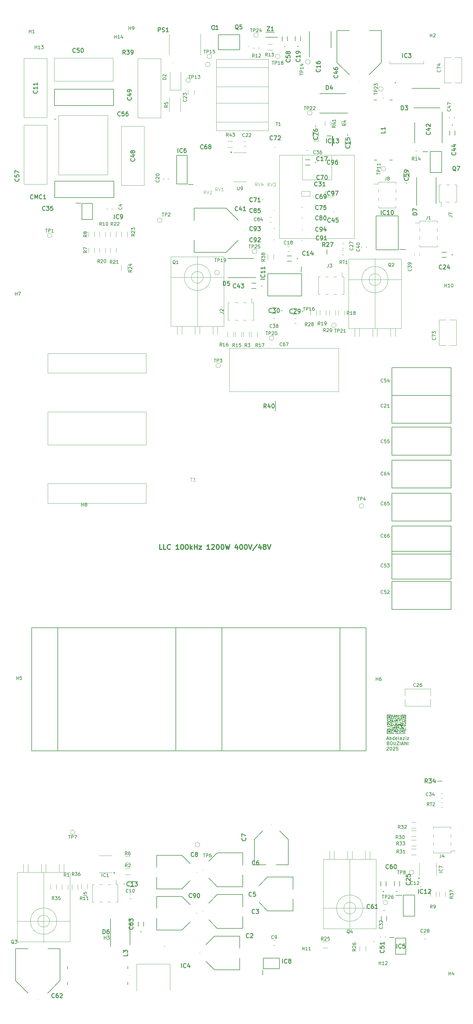
<source format=gto>
G04 #@! TF.GenerationSoftware,KiCad,Pcbnew,9.0.3*
G04 #@! TF.CreationDate,2025-10-08T14:24:11+02:00*
G04 #@! TF.ProjectId,LLC_DCDC_V4,4c4c435f-4443-4444-935f-56342e6b6963,rev?*
G04 #@! TF.SameCoordinates,Original*
G04 #@! TF.FileFunction,Legend,Top*
G04 #@! TF.FilePolarity,Positive*
%FSLAX46Y46*%
G04 Gerber Fmt 4.6, Leading zero omitted, Abs format (unit mm)*
G04 Created by KiCad (PCBNEW 9.0.3) date 2025-10-08 14:24:11*
%MOMM*%
%LPD*%
G01*
G04 APERTURE LIST*
%ADD10C,0.200000*%
%ADD11C,0.375000*%
%ADD12C,0.150000*%
%ADD13C,0.254000*%
%ADD14C,0.100000*%
%ADD15C,0.120000*%
%ADD16C,0.127000*%
%ADD17C,0.050000*%
G04 APERTURE END LIST*
G36*
X196460000Y-268910000D02*
G01*
X196660000Y-268910000D01*
X196660000Y-269110000D01*
X196460000Y-269110000D01*
X196460000Y-268910000D01*
G37*
G36*
X195660000Y-269510000D02*
G01*
X195860000Y-269510000D01*
X195860000Y-269710000D01*
X195660000Y-269710000D01*
X195660000Y-269510000D01*
G37*
G36*
X199260000Y-266910000D02*
G01*
X199460000Y-266910000D01*
X199460000Y-267110000D01*
X199260000Y-267110000D01*
X199260000Y-266910000D01*
G37*
G36*
X197060000Y-268510000D02*
G01*
X197260000Y-268510000D01*
X197260000Y-268710000D01*
X197060000Y-268710000D01*
X197060000Y-268510000D01*
G37*
G36*
X194060000Y-267910000D02*
G01*
X194260000Y-267910000D01*
X194260000Y-268110000D01*
X194060000Y-268110000D01*
X194060000Y-267910000D01*
G37*
G36*
X195660000Y-266710000D02*
G01*
X195860000Y-266710000D01*
X195860000Y-266910000D01*
X195660000Y-266910000D01*
X195660000Y-266710000D01*
G37*
G36*
X196860000Y-267910000D02*
G01*
X197060000Y-267910000D01*
X197060000Y-268110000D01*
X196860000Y-268110000D01*
X196860000Y-267910000D01*
G37*
G36*
X198660000Y-266910000D02*
G01*
X198860000Y-266910000D01*
X198860000Y-267110000D01*
X198660000Y-267110000D01*
X198660000Y-266910000D01*
G37*
G36*
X197860000Y-266710000D02*
G01*
X198060000Y-266710000D01*
X198060000Y-266910000D01*
X197860000Y-266910000D01*
X197860000Y-266710000D01*
G37*
G36*
X194860000Y-265910000D02*
G01*
X195060000Y-265910000D01*
X195060000Y-266110000D01*
X194860000Y-266110000D01*
X194860000Y-265910000D01*
G37*
G36*
X194260000Y-264310000D02*
G01*
X194460000Y-264310000D01*
X194460000Y-264510000D01*
X194260000Y-264510000D01*
X194260000Y-264310000D01*
G37*
G36*
X195060000Y-265510000D02*
G01*
X195260000Y-265510000D01*
X195260000Y-265710000D01*
X195060000Y-265710000D01*
X195060000Y-265510000D01*
G37*
G36*
X197860000Y-266310000D02*
G01*
X198060000Y-266310000D01*
X198060000Y-266510000D01*
X197860000Y-266510000D01*
X197860000Y-266310000D01*
G37*
G36*
X195260000Y-268310000D02*
G01*
X195460000Y-268310000D01*
X195460000Y-268510000D01*
X195260000Y-268510000D01*
X195260000Y-268310000D01*
G37*
G36*
X198060000Y-264710000D02*
G01*
X198260000Y-264710000D01*
X198260000Y-264910000D01*
X198060000Y-264910000D01*
X198060000Y-264710000D01*
G37*
G36*
X197260000Y-268710000D02*
G01*
X197460000Y-268710000D01*
X197460000Y-268910000D01*
X197260000Y-268910000D01*
X197260000Y-268710000D01*
G37*
G36*
X196460000Y-269510000D02*
G01*
X196660000Y-269510000D01*
X196660000Y-269710000D01*
X196460000Y-269710000D01*
X196460000Y-269510000D01*
G37*
G36*
X193860000Y-269510000D02*
G01*
X194060000Y-269510000D01*
X194060000Y-269710000D01*
X193860000Y-269710000D01*
X193860000Y-269510000D01*
G37*
G36*
X194460000Y-265510000D02*
G01*
X194660000Y-265510000D01*
X194660000Y-265710000D01*
X194460000Y-265710000D01*
X194460000Y-265510000D01*
G37*
G36*
X197460000Y-268110000D02*
G01*
X197660000Y-268110000D01*
X197660000Y-268310000D01*
X197460000Y-268310000D01*
X197460000Y-268110000D01*
G37*
G36*
X198660000Y-268110000D02*
G01*
X198860000Y-268110000D01*
X198860000Y-268310000D01*
X198660000Y-268310000D01*
X198660000Y-268110000D01*
G37*
G36*
X199060000Y-265110000D02*
G01*
X199260000Y-265110000D01*
X199260000Y-265310000D01*
X199060000Y-265310000D01*
X199060000Y-265110000D01*
G37*
G36*
X194860000Y-265510000D02*
G01*
X195060000Y-265510000D01*
X195060000Y-265710000D01*
X194860000Y-265710000D01*
X194860000Y-265510000D01*
G37*
G36*
X196660000Y-268910000D02*
G01*
X196860000Y-268910000D01*
X196860000Y-269110000D01*
X196660000Y-269110000D01*
X196660000Y-268910000D01*
G37*
G36*
X196460000Y-267310000D02*
G01*
X196660000Y-267310000D01*
X196660000Y-267510000D01*
X196460000Y-267510000D01*
X196460000Y-267310000D01*
G37*
G36*
X196460000Y-268510000D02*
G01*
X196660000Y-268510000D01*
X196660000Y-268710000D01*
X196460000Y-268710000D01*
X196460000Y-268510000D01*
G37*
G36*
X195860000Y-268510000D02*
G01*
X196060000Y-268510000D01*
X196060000Y-268710000D01*
X195860000Y-268710000D01*
X195860000Y-268510000D01*
G37*
G36*
X194660000Y-265110000D02*
G01*
X194860000Y-265110000D01*
X194860000Y-265310000D01*
X194660000Y-265310000D01*
X194660000Y-265110000D01*
G37*
G36*
X196660000Y-266110000D02*
G01*
X196860000Y-266110000D01*
X196860000Y-266310000D01*
X196660000Y-266310000D01*
X196660000Y-266110000D01*
G37*
G36*
X198060000Y-267310000D02*
G01*
X198260000Y-267310000D01*
X198260000Y-267510000D01*
X198060000Y-267510000D01*
X198060000Y-267310000D01*
G37*
G36*
X195460000Y-264710000D02*
G01*
X195660000Y-264710000D01*
X195660000Y-264910000D01*
X195460000Y-264910000D01*
X195460000Y-264710000D01*
G37*
G36*
X196060000Y-267710000D02*
G01*
X196260000Y-267710000D01*
X196260000Y-267910000D01*
X196060000Y-267910000D01*
X196060000Y-267710000D01*
G37*
G36*
X198460000Y-264710000D02*
G01*
X198660000Y-264710000D01*
X198660000Y-264910000D01*
X198460000Y-264910000D01*
X198460000Y-264710000D01*
G37*
G36*
X198260000Y-268910000D02*
G01*
X198460000Y-268910000D01*
X198460000Y-269110000D01*
X198260000Y-269110000D01*
X198260000Y-268910000D01*
G37*
G36*
X193860000Y-266510000D02*
G01*
X194060000Y-266510000D01*
X194060000Y-266710000D01*
X193860000Y-266710000D01*
X193860000Y-266510000D01*
G37*
G36*
X199260000Y-265510000D02*
G01*
X199460000Y-265510000D01*
X199460000Y-265710000D01*
X199260000Y-265710000D01*
X199260000Y-265510000D01*
G37*
G36*
X198660000Y-268710000D02*
G01*
X198860000Y-268710000D01*
X198860000Y-268910000D01*
X198660000Y-268910000D01*
X198660000Y-268710000D01*
G37*
G36*
X195660000Y-268310000D02*
G01*
X195860000Y-268310000D01*
X195860000Y-268510000D01*
X195660000Y-268510000D01*
X195660000Y-268310000D01*
G37*
G36*
X197060000Y-267510000D02*
G01*
X197260000Y-267510000D01*
X197260000Y-267710000D01*
X197060000Y-267710000D01*
X197060000Y-267510000D01*
G37*
G36*
X197260000Y-265910000D02*
G01*
X197460000Y-265910000D01*
X197460000Y-266110000D01*
X197260000Y-266110000D01*
X197260000Y-265910000D01*
G37*
G36*
X198260000Y-267710000D02*
G01*
X198460000Y-267710000D01*
X198460000Y-267910000D01*
X198260000Y-267910000D01*
X198260000Y-267710000D01*
G37*
G36*
X197060000Y-267710000D02*
G01*
X197260000Y-267710000D01*
X197260000Y-267910000D01*
X197060000Y-267910000D01*
X197060000Y-267710000D01*
G37*
G36*
X197260000Y-263910000D02*
G01*
X197460000Y-263910000D01*
X197460000Y-264110000D01*
X197260000Y-264110000D01*
X197260000Y-263910000D01*
G37*
G36*
X198060000Y-263910000D02*
G01*
X198260000Y-263910000D01*
X198260000Y-264110000D01*
X198060000Y-264110000D01*
X198060000Y-263910000D01*
G37*
G36*
X194460000Y-265110000D02*
G01*
X194660000Y-265110000D01*
X194660000Y-265310000D01*
X194460000Y-265310000D01*
X194460000Y-265110000D01*
G37*
G36*
X196660000Y-264110000D02*
G01*
X196860000Y-264110000D01*
X196860000Y-264310000D01*
X196660000Y-264310000D01*
X196660000Y-264110000D01*
G37*
G36*
X193660000Y-264510000D02*
G01*
X193860000Y-264510000D01*
X193860000Y-264710000D01*
X193660000Y-264710000D01*
X193660000Y-264510000D01*
G37*
G36*
X197860000Y-267310000D02*
G01*
X198060000Y-267310000D01*
X198060000Y-267510000D01*
X197860000Y-267510000D01*
X197860000Y-267310000D01*
G37*
G36*
X196260000Y-264510000D02*
G01*
X196460000Y-264510000D01*
X196460000Y-264710000D01*
X196260000Y-264710000D01*
X196260000Y-264510000D01*
G37*
G36*
X194460000Y-267310000D02*
G01*
X194660000Y-267310000D01*
X194660000Y-267510000D01*
X194460000Y-267510000D01*
X194460000Y-267310000D01*
G37*
G36*
X196660000Y-266910000D02*
G01*
X196860000Y-266910000D01*
X196860000Y-267110000D01*
X196660000Y-267110000D01*
X196660000Y-266910000D01*
G37*
G36*
X196060000Y-268510000D02*
G01*
X196260000Y-268510000D01*
X196260000Y-268710000D01*
X196060000Y-268710000D01*
X196060000Y-268510000D01*
G37*
G36*
X194860000Y-268510000D02*
G01*
X195060000Y-268510000D01*
X195060000Y-268710000D01*
X194860000Y-268710000D01*
X194860000Y-268510000D01*
G37*
G36*
X194460000Y-266710000D02*
G01*
X194660000Y-266710000D01*
X194660000Y-266910000D01*
X194460000Y-266910000D01*
X194460000Y-266710000D01*
G37*
G36*
X194860000Y-268910000D02*
G01*
X195060000Y-268910000D01*
X195060000Y-269110000D01*
X194860000Y-269110000D01*
X194860000Y-268910000D01*
G37*
G36*
X195260000Y-265910000D02*
G01*
X195460000Y-265910000D01*
X195460000Y-266110000D01*
X195260000Y-266110000D01*
X195260000Y-265910000D01*
G37*
G36*
X194060000Y-267310000D02*
G01*
X194260000Y-267310000D01*
X194260000Y-267510000D01*
X194060000Y-267510000D01*
X194060000Y-267310000D01*
G37*
G36*
X194460000Y-268910000D02*
G01*
X194660000Y-268910000D01*
X194660000Y-269110000D01*
X194460000Y-269110000D01*
X194460000Y-268910000D01*
G37*
G36*
X194460000Y-265710000D02*
G01*
X194660000Y-265710000D01*
X194660000Y-265910000D01*
X194460000Y-265910000D01*
X194460000Y-265710000D01*
G37*
G36*
X198060000Y-267710000D02*
G01*
X198260000Y-267710000D01*
X198260000Y-267910000D01*
X198060000Y-267910000D01*
X198060000Y-267710000D01*
G37*
G36*
X199260000Y-264910000D02*
G01*
X199460000Y-264910000D01*
X199460000Y-265110000D01*
X199260000Y-265110000D01*
X199260000Y-264910000D01*
G37*
G36*
X198060000Y-266510000D02*
G01*
X198260000Y-266510000D01*
X198260000Y-266710000D01*
X198060000Y-266710000D01*
X198060000Y-266510000D01*
G37*
G36*
X196860000Y-265510000D02*
G01*
X197060000Y-265510000D01*
X197060000Y-265710000D01*
X196860000Y-265710000D01*
X196860000Y-265510000D01*
G37*
G36*
X199060000Y-267510000D02*
G01*
X199260000Y-267510000D01*
X199260000Y-267710000D01*
X199060000Y-267710000D01*
X199060000Y-267510000D01*
G37*
G36*
X198860000Y-267110000D02*
G01*
X199060000Y-267110000D01*
X199060000Y-267310000D01*
X198860000Y-267310000D01*
X198860000Y-267110000D01*
G37*
G36*
X199260000Y-264510000D02*
G01*
X199460000Y-264510000D01*
X199460000Y-264710000D01*
X199260000Y-264710000D01*
X199260000Y-264510000D01*
G37*
G36*
X195660000Y-269110000D02*
G01*
X195860000Y-269110000D01*
X195860000Y-269310000D01*
X195660000Y-269310000D01*
X195660000Y-269110000D01*
G37*
G36*
X197660000Y-264310000D02*
G01*
X197860000Y-264310000D01*
X197860000Y-264510000D01*
X197660000Y-264510000D01*
X197660000Y-264310000D01*
G37*
G36*
X194060000Y-268310000D02*
G01*
X194260000Y-268310000D01*
X194260000Y-268510000D01*
X194060000Y-268510000D01*
X194060000Y-268310000D01*
G37*
G36*
X198460000Y-268710000D02*
G01*
X198660000Y-268710000D01*
X198660000Y-268910000D01*
X198460000Y-268910000D01*
X198460000Y-268710000D01*
G37*
G36*
X193860000Y-266710000D02*
G01*
X194060000Y-266710000D01*
X194060000Y-266910000D01*
X193860000Y-266910000D01*
X193860000Y-266710000D01*
G37*
G36*
X196860000Y-266710000D02*
G01*
X197060000Y-266710000D01*
X197060000Y-266910000D01*
X196860000Y-266910000D01*
X196860000Y-266710000D01*
G37*
G36*
X196860000Y-268510000D02*
G01*
X197060000Y-268510000D01*
X197060000Y-268710000D01*
X196860000Y-268710000D01*
X196860000Y-268510000D01*
G37*
G36*
X197260000Y-265110000D02*
G01*
X197460000Y-265110000D01*
X197460000Y-265310000D01*
X197260000Y-265310000D01*
X197260000Y-265110000D01*
G37*
G36*
X199260000Y-266510000D02*
G01*
X199460000Y-266510000D01*
X199460000Y-266710000D01*
X199260000Y-266710000D01*
X199260000Y-266510000D01*
G37*
G36*
X197660000Y-266710000D02*
G01*
X197860000Y-266710000D01*
X197860000Y-266910000D01*
X197660000Y-266910000D01*
X197660000Y-266710000D01*
G37*
G36*
X196460000Y-266710000D02*
G01*
X196660000Y-266710000D01*
X196660000Y-266910000D01*
X196460000Y-266910000D01*
X196460000Y-266710000D01*
G37*
G36*
X195260000Y-265110000D02*
G01*
X195460000Y-265110000D01*
X195460000Y-265310000D01*
X195260000Y-265310000D01*
X195260000Y-265110000D01*
G37*
G36*
X198260000Y-265110000D02*
G01*
X198460000Y-265110000D01*
X198460000Y-265310000D01*
X198260000Y-265310000D01*
X198260000Y-265110000D01*
G37*
G36*
X196460000Y-263910000D02*
G01*
X196660000Y-263910000D01*
X196660000Y-264110000D01*
X196460000Y-264110000D01*
X196460000Y-263910000D01*
G37*
G36*
X198660000Y-264310000D02*
G01*
X198860000Y-264310000D01*
X198860000Y-264510000D01*
X198660000Y-264510000D01*
X198660000Y-264310000D01*
G37*
G36*
X196660000Y-264310000D02*
G01*
X196860000Y-264310000D01*
X196860000Y-264510000D01*
X196660000Y-264510000D01*
X196660000Y-264310000D01*
G37*
G36*
X194260000Y-269110000D02*
G01*
X194460000Y-269110000D01*
X194460000Y-269310000D01*
X194260000Y-269310000D01*
X194260000Y-269110000D01*
G37*
G36*
X198060000Y-264910000D02*
G01*
X198260000Y-264910000D01*
X198260000Y-265110000D01*
X198060000Y-265110000D01*
X198060000Y-264910000D01*
G37*
G36*
X194060000Y-268710000D02*
G01*
X194260000Y-268710000D01*
X194260000Y-268910000D01*
X194060000Y-268910000D01*
X194060000Y-268710000D01*
G37*
G36*
X195260000Y-264310000D02*
G01*
X195460000Y-264310000D01*
X195460000Y-264510000D01*
X195260000Y-264510000D01*
X195260000Y-264310000D01*
G37*
G36*
X194060000Y-266510000D02*
G01*
X194260000Y-266510000D01*
X194260000Y-266710000D01*
X194060000Y-266710000D01*
X194060000Y-266510000D01*
G37*
G36*
X195860000Y-268910000D02*
G01*
X196060000Y-268910000D01*
X196060000Y-269110000D01*
X195860000Y-269110000D01*
X195860000Y-268910000D01*
G37*
G36*
X196860000Y-268910000D02*
G01*
X197060000Y-268910000D01*
X197060000Y-269110000D01*
X196860000Y-269110000D01*
X196860000Y-268910000D01*
G37*
G36*
X194460000Y-266110000D02*
G01*
X194660000Y-266110000D01*
X194660000Y-266310000D01*
X194460000Y-266310000D01*
X194460000Y-266110000D01*
G37*
G36*
X196260000Y-264310000D02*
G01*
X196460000Y-264310000D01*
X196460000Y-264510000D01*
X196260000Y-264510000D01*
X196260000Y-264310000D01*
G37*
G36*
X194460000Y-267510000D02*
G01*
X194660000Y-267510000D01*
X194660000Y-267710000D01*
X194460000Y-267710000D01*
X194460000Y-267510000D01*
G37*
G36*
X198460000Y-268910000D02*
G01*
X198660000Y-268910000D01*
X198660000Y-269110000D01*
X198460000Y-269110000D01*
X198460000Y-268910000D01*
G37*
G36*
X195460000Y-266910000D02*
G01*
X195660000Y-266910000D01*
X195660000Y-267110000D01*
X195460000Y-267110000D01*
X195460000Y-266910000D01*
G37*
G36*
X195460000Y-268910000D02*
G01*
X195660000Y-268910000D01*
X195660000Y-269110000D01*
X195460000Y-269110000D01*
X195460000Y-268910000D01*
G37*
G36*
X197260000Y-265510000D02*
G01*
X197460000Y-265510000D01*
X197460000Y-265710000D01*
X197260000Y-265710000D01*
X197260000Y-265510000D01*
G37*
G36*
X197660000Y-267910000D02*
G01*
X197860000Y-267910000D01*
X197860000Y-268110000D01*
X197660000Y-268110000D01*
X197660000Y-267910000D01*
G37*
G36*
X196260000Y-264910000D02*
G01*
X196460000Y-264910000D01*
X196460000Y-265110000D01*
X196260000Y-265110000D01*
X196260000Y-264910000D01*
G37*
G36*
X195460000Y-265710000D02*
G01*
X195660000Y-265710000D01*
X195660000Y-265910000D01*
X195460000Y-265910000D01*
X195460000Y-265710000D01*
G37*
G36*
X195060000Y-266710000D02*
G01*
X195260000Y-266710000D01*
X195260000Y-266910000D01*
X195060000Y-266910000D01*
X195060000Y-266710000D01*
G37*
G36*
X198860000Y-267310000D02*
G01*
X199060000Y-267310000D01*
X199060000Y-267510000D01*
X198860000Y-267510000D01*
X198860000Y-267310000D01*
G37*
G36*
X196260000Y-267710000D02*
G01*
X196460000Y-267710000D01*
X196460000Y-267910000D01*
X196260000Y-267910000D01*
X196260000Y-267710000D01*
G37*
G36*
X194860000Y-266310000D02*
G01*
X195060000Y-266310000D01*
X195060000Y-266510000D01*
X194860000Y-266510000D01*
X194860000Y-266310000D01*
G37*
G36*
X195060000Y-266310000D02*
G01*
X195260000Y-266310000D01*
X195260000Y-266510000D01*
X195060000Y-266510000D01*
X195060000Y-266310000D01*
G37*
G36*
X196460000Y-268110000D02*
G01*
X196660000Y-268110000D01*
X196660000Y-268310000D01*
X196460000Y-268310000D01*
X196460000Y-268110000D01*
G37*
G36*
X198860000Y-265910000D02*
G01*
X199060000Y-265910000D01*
X199060000Y-266110000D01*
X198860000Y-266110000D01*
X198860000Y-265910000D01*
G37*
G36*
X195460000Y-268510000D02*
G01*
X195660000Y-268510000D01*
X195660000Y-268710000D01*
X195460000Y-268710000D01*
X195460000Y-268510000D01*
G37*
G36*
X194060000Y-266110000D02*
G01*
X194260000Y-266110000D01*
X194260000Y-266310000D01*
X194060000Y-266310000D01*
X194060000Y-266110000D01*
G37*
G36*
X195860000Y-268110000D02*
G01*
X196060000Y-268110000D01*
X196060000Y-268310000D01*
X195860000Y-268310000D01*
X195860000Y-268110000D01*
G37*
G36*
X197060000Y-264310000D02*
G01*
X197260000Y-264310000D01*
X197260000Y-264510000D01*
X197060000Y-264510000D01*
X197060000Y-264310000D01*
G37*
G36*
X196060000Y-264110000D02*
G01*
X196260000Y-264110000D01*
X196260000Y-264310000D01*
X196060000Y-264310000D01*
X196060000Y-264110000D01*
G37*
G36*
X194460000Y-268710000D02*
G01*
X194660000Y-268710000D01*
X194660000Y-268910000D01*
X194460000Y-268910000D01*
X194460000Y-268710000D01*
G37*
G36*
X196260000Y-265510000D02*
G01*
X196460000Y-265510000D01*
X196460000Y-265710000D01*
X196260000Y-265710000D01*
X196260000Y-265510000D01*
G37*
G36*
X197060000Y-266710000D02*
G01*
X197260000Y-266710000D01*
X197260000Y-266910000D01*
X197060000Y-266910000D01*
X197060000Y-266710000D01*
G37*
G36*
X197260000Y-269110000D02*
G01*
X197460000Y-269110000D01*
X197460000Y-269310000D01*
X197260000Y-269310000D01*
X197260000Y-269110000D01*
G37*
G36*
X194460000Y-269510000D02*
G01*
X194660000Y-269510000D01*
X194660000Y-269710000D01*
X194460000Y-269710000D01*
X194460000Y-269510000D01*
G37*
G36*
X195860000Y-264510000D02*
G01*
X196060000Y-264510000D01*
X196060000Y-264710000D01*
X195860000Y-264710000D01*
X195860000Y-264510000D01*
G37*
G36*
X194460000Y-264510000D02*
G01*
X194660000Y-264510000D01*
X194660000Y-264710000D01*
X194460000Y-264710000D01*
X194460000Y-264510000D01*
G37*
G36*
X193660000Y-269310000D02*
G01*
X193860000Y-269310000D01*
X193860000Y-269510000D01*
X193660000Y-269510000D01*
X193660000Y-269310000D01*
G37*
G36*
X197660000Y-269310000D02*
G01*
X197860000Y-269310000D01*
X197860000Y-269510000D01*
X197660000Y-269510000D01*
X197660000Y-269310000D01*
G37*
G36*
X196860000Y-265110000D02*
G01*
X197060000Y-265110000D01*
X197060000Y-265310000D01*
X196860000Y-265310000D01*
X196860000Y-265110000D01*
G37*
G36*
X198260000Y-268710000D02*
G01*
X198460000Y-268710000D01*
X198460000Y-268910000D01*
X198260000Y-268910000D01*
X198260000Y-268710000D01*
G37*
G36*
X199260000Y-267110000D02*
G01*
X199460000Y-267110000D01*
X199460000Y-267310000D01*
X199260000Y-267310000D01*
X199260000Y-267110000D01*
G37*
G36*
X198460000Y-266710000D02*
G01*
X198660000Y-266710000D01*
X198660000Y-266910000D01*
X198460000Y-266910000D01*
X198460000Y-266710000D01*
G37*
G36*
X196460000Y-264110000D02*
G01*
X196660000Y-264110000D01*
X196660000Y-264310000D01*
X196460000Y-264310000D01*
X196460000Y-264110000D01*
G37*
G36*
X193660000Y-268710000D02*
G01*
X193860000Y-268710000D01*
X193860000Y-268910000D01*
X193660000Y-268910000D01*
X193660000Y-268710000D01*
G37*
G36*
X198260000Y-266110000D02*
G01*
X198460000Y-266110000D01*
X198460000Y-266310000D01*
X198260000Y-266310000D01*
X198260000Y-266110000D01*
G37*
G36*
X196860000Y-263910000D02*
G01*
X197060000Y-263910000D01*
X197060000Y-264110000D01*
X196860000Y-264110000D01*
X196860000Y-263910000D01*
G37*
G36*
X198460000Y-265110000D02*
G01*
X198660000Y-265110000D01*
X198660000Y-265310000D01*
X198460000Y-265310000D01*
X198460000Y-265110000D01*
G37*
G36*
X195660000Y-265110000D02*
G01*
X195860000Y-265110000D01*
X195860000Y-265310000D01*
X195660000Y-265310000D01*
X195660000Y-265110000D01*
G37*
G36*
X198060000Y-267510000D02*
G01*
X198260000Y-267510000D01*
X198260000Y-267710000D01*
X198060000Y-267710000D01*
X198060000Y-267510000D01*
G37*
G36*
X196860000Y-268310000D02*
G01*
X197060000Y-268310000D01*
X197060000Y-268510000D01*
X196860000Y-268510000D01*
X196860000Y-268310000D01*
G37*
G36*
X196460000Y-267710000D02*
G01*
X196660000Y-267710000D01*
X196660000Y-267910000D01*
X196460000Y-267910000D01*
X196460000Y-267710000D01*
G37*
G36*
X198460000Y-268110000D02*
G01*
X198660000Y-268110000D01*
X198660000Y-268310000D01*
X198460000Y-268310000D01*
X198460000Y-268110000D01*
G37*
G36*
X199260000Y-267910000D02*
G01*
X199460000Y-267910000D01*
X199460000Y-268110000D01*
X199260000Y-268110000D01*
X199260000Y-267910000D01*
G37*
G36*
X197460000Y-269310000D02*
G01*
X197660000Y-269310000D01*
X197660000Y-269510000D01*
X197460000Y-269510000D01*
X197460000Y-269310000D01*
G37*
G36*
X196660000Y-265910000D02*
G01*
X196860000Y-265910000D01*
X196860000Y-266110000D01*
X196660000Y-266110000D01*
X196660000Y-265910000D01*
G37*
G36*
X196260000Y-265710000D02*
G01*
X196460000Y-265710000D01*
X196460000Y-265910000D01*
X196260000Y-265910000D01*
X196260000Y-265710000D01*
G37*
G36*
X196860000Y-265310000D02*
G01*
X197060000Y-265310000D01*
X197060000Y-265510000D01*
X196860000Y-265510000D01*
X196860000Y-265310000D01*
G37*
G36*
X199260000Y-268510000D02*
G01*
X199460000Y-268510000D01*
X199460000Y-268710000D01*
X199260000Y-268710000D01*
X199260000Y-268510000D01*
G37*
G36*
X195860000Y-267110000D02*
G01*
X196060000Y-267110000D01*
X196060000Y-267310000D01*
X195860000Y-267310000D01*
X195860000Y-267110000D01*
G37*
G36*
X198460000Y-267910000D02*
G01*
X198660000Y-267910000D01*
X198660000Y-268110000D01*
X198460000Y-268110000D01*
X198460000Y-267910000D01*
G37*
G36*
X195260000Y-263910000D02*
G01*
X195460000Y-263910000D01*
X195460000Y-264110000D01*
X195260000Y-264110000D01*
X195260000Y-263910000D01*
G37*
G36*
X197060000Y-264110000D02*
G01*
X197260000Y-264110000D01*
X197260000Y-264310000D01*
X197060000Y-264310000D01*
X197060000Y-264110000D01*
G37*
G36*
X196860000Y-267110000D02*
G01*
X197060000Y-267110000D01*
X197060000Y-267310000D01*
X196860000Y-267310000D01*
X196860000Y-267110000D01*
G37*
G36*
X194660000Y-265510000D02*
G01*
X194860000Y-265510000D01*
X194860000Y-265710000D01*
X194660000Y-265710000D01*
X194660000Y-265510000D01*
G37*
G36*
X197660000Y-266910000D02*
G01*
X197860000Y-266910000D01*
X197860000Y-267110000D01*
X197660000Y-267110000D01*
X197660000Y-266910000D01*
G37*
G36*
X198660000Y-267910000D02*
G01*
X198860000Y-267910000D01*
X198860000Y-268110000D01*
X198660000Y-268110000D01*
X198660000Y-267910000D01*
G37*
G36*
X193660000Y-266710000D02*
G01*
X193860000Y-266710000D01*
X193860000Y-266910000D01*
X193660000Y-266910000D01*
X193660000Y-266710000D01*
G37*
G36*
X198660000Y-264510000D02*
G01*
X198860000Y-264510000D01*
X198860000Y-264710000D01*
X198660000Y-264710000D01*
X198660000Y-264510000D01*
G37*
G36*
X194260000Y-269510000D02*
G01*
X194460000Y-269510000D01*
X194460000Y-269710000D01*
X194260000Y-269710000D01*
X194260000Y-269510000D01*
G37*
G36*
X194060000Y-268910000D02*
G01*
X194260000Y-268910000D01*
X194260000Y-269110000D01*
X194060000Y-269110000D01*
X194060000Y-268910000D01*
G37*
G36*
X197060000Y-266910000D02*
G01*
X197260000Y-266910000D01*
X197260000Y-267110000D01*
X197060000Y-267110000D01*
X197060000Y-266910000D01*
G37*
G36*
X195260000Y-267110000D02*
G01*
X195460000Y-267110000D01*
X195460000Y-267310000D01*
X195260000Y-267310000D01*
X195260000Y-267110000D01*
G37*
G36*
X198860000Y-265510000D02*
G01*
X199060000Y-265510000D01*
X199060000Y-265710000D01*
X198860000Y-265710000D01*
X198860000Y-265510000D01*
G37*
G36*
X193860000Y-265910000D02*
G01*
X194060000Y-265910000D01*
X194060000Y-266110000D01*
X193860000Y-266110000D01*
X193860000Y-265910000D01*
G37*
G36*
X197260000Y-266710000D02*
G01*
X197460000Y-266710000D01*
X197460000Y-266910000D01*
X197260000Y-266910000D01*
X197260000Y-266710000D01*
G37*
G36*
X196860000Y-265710000D02*
G01*
X197060000Y-265710000D01*
X197060000Y-265910000D01*
X196860000Y-265910000D01*
X196860000Y-265710000D01*
G37*
G36*
X194860000Y-269110000D02*
G01*
X195060000Y-269110000D01*
X195060000Y-269310000D01*
X194860000Y-269310000D01*
X194860000Y-269110000D01*
G37*
G36*
X194260000Y-263910000D02*
G01*
X194460000Y-263910000D01*
X194460000Y-264110000D01*
X194260000Y-264110000D01*
X194260000Y-263910000D01*
G37*
G36*
X193860000Y-265110000D02*
G01*
X194060000Y-265110000D01*
X194060000Y-265310000D01*
X193860000Y-265310000D01*
X193860000Y-265110000D01*
G37*
G36*
X193860000Y-263910000D02*
G01*
X194060000Y-263910000D01*
X194060000Y-264110000D01*
X193860000Y-264110000D01*
X193860000Y-263910000D01*
G37*
G36*
X198460000Y-263910000D02*
G01*
X198660000Y-263910000D01*
X198660000Y-264110000D01*
X198460000Y-264110000D01*
X198460000Y-263910000D01*
G37*
G36*
X196260000Y-267310000D02*
G01*
X196460000Y-267310000D01*
X196460000Y-267510000D01*
X196260000Y-267510000D01*
X196260000Y-267310000D01*
G37*
G36*
X196060000Y-266310000D02*
G01*
X196260000Y-266310000D01*
X196260000Y-266510000D01*
X196060000Y-266510000D01*
X196060000Y-266310000D01*
G37*
G36*
X193660000Y-269110000D02*
G01*
X193860000Y-269110000D01*
X193860000Y-269310000D01*
X193660000Y-269310000D01*
X193660000Y-269110000D01*
G37*
G36*
X194260000Y-266710000D02*
G01*
X194460000Y-266710000D01*
X194460000Y-266910000D01*
X194260000Y-266910000D01*
X194260000Y-266710000D01*
G37*
G36*
X198060000Y-268310000D02*
G01*
X198260000Y-268310000D01*
X198260000Y-268510000D01*
X198060000Y-268510000D01*
X198060000Y-268310000D01*
G37*
G36*
X199260000Y-266110000D02*
G01*
X199460000Y-266110000D01*
X199460000Y-266310000D01*
X199260000Y-266310000D01*
X199260000Y-266110000D01*
G37*
G36*
X198260000Y-267110000D02*
G01*
X198460000Y-267110000D01*
X198460000Y-267310000D01*
X198260000Y-267310000D01*
X198260000Y-267110000D01*
G37*
G36*
X193660000Y-266110000D02*
G01*
X193860000Y-266110000D01*
X193860000Y-266310000D01*
X193660000Y-266310000D01*
X193660000Y-266110000D01*
G37*
G36*
X193660000Y-268310000D02*
G01*
X193860000Y-268310000D01*
X193860000Y-268510000D01*
X193660000Y-268510000D01*
X193660000Y-268310000D01*
G37*
G36*
X196460000Y-265510000D02*
G01*
X196660000Y-265510000D01*
X196660000Y-265710000D01*
X196460000Y-265710000D01*
X196460000Y-265510000D01*
G37*
G36*
X194860000Y-269310000D02*
G01*
X195060000Y-269310000D01*
X195060000Y-269510000D01*
X194860000Y-269510000D01*
X194860000Y-269310000D01*
G37*
G36*
X194860000Y-267110000D02*
G01*
X195060000Y-267110000D01*
X195060000Y-267310000D01*
X194860000Y-267310000D01*
X194860000Y-267110000D01*
G37*
G36*
X196660000Y-266310000D02*
G01*
X196860000Y-266310000D01*
X196860000Y-266510000D01*
X196660000Y-266510000D01*
X196660000Y-266310000D01*
G37*
G36*
X194860000Y-267910000D02*
G01*
X195060000Y-267910000D01*
X195060000Y-268110000D01*
X194860000Y-268110000D01*
X194860000Y-267910000D01*
G37*
G36*
X197860000Y-266910000D02*
G01*
X198060000Y-266910000D01*
X198060000Y-267110000D01*
X197860000Y-267110000D01*
X197860000Y-266910000D01*
G37*
G36*
X196660000Y-264510000D02*
G01*
X196860000Y-264510000D01*
X196860000Y-264710000D01*
X196660000Y-264710000D01*
X196660000Y-264510000D01*
G37*
G36*
X198860000Y-268510000D02*
G01*
X199060000Y-268510000D01*
X199060000Y-268710000D01*
X198860000Y-268710000D01*
X198860000Y-268510000D01*
G37*
G36*
X195260000Y-268710000D02*
G01*
X195460000Y-268710000D01*
X195460000Y-268910000D01*
X195260000Y-268910000D01*
X195260000Y-268710000D01*
G37*
G36*
X197860000Y-267910000D02*
G01*
X198060000Y-267910000D01*
X198060000Y-268110000D01*
X197860000Y-268110000D01*
X197860000Y-267910000D01*
G37*
G36*
X193660000Y-264110000D02*
G01*
X193860000Y-264110000D01*
X193860000Y-264310000D01*
X193660000Y-264310000D01*
X193660000Y-264110000D01*
G37*
G36*
X194260000Y-268710000D02*
G01*
X194460000Y-268710000D01*
X194460000Y-268910000D01*
X194260000Y-268910000D01*
X194260000Y-268710000D01*
G37*
G36*
X198060000Y-265110000D02*
G01*
X198260000Y-265110000D01*
X198260000Y-265310000D01*
X198060000Y-265310000D01*
X198060000Y-265110000D01*
G37*
G36*
X195260000Y-264110000D02*
G01*
X195460000Y-264110000D01*
X195460000Y-264310000D01*
X195260000Y-264310000D01*
X195260000Y-264110000D01*
G37*
G36*
X193660000Y-267910000D02*
G01*
X193860000Y-267910000D01*
X193860000Y-268110000D01*
X193660000Y-268110000D01*
X193660000Y-267910000D01*
G37*
G36*
X193860000Y-266310000D02*
G01*
X194060000Y-266310000D01*
X194060000Y-266510000D01*
X193860000Y-266510000D01*
X193860000Y-266310000D01*
G37*
G36*
X195260000Y-268510000D02*
G01*
X195460000Y-268510000D01*
X195460000Y-268710000D01*
X195260000Y-268710000D01*
X195260000Y-268510000D01*
G37*
G36*
X196460000Y-265310000D02*
G01*
X196660000Y-265310000D01*
X196660000Y-265510000D01*
X196460000Y-265510000D01*
X196460000Y-265310000D01*
G37*
G36*
X195660000Y-264310000D02*
G01*
X195860000Y-264310000D01*
X195860000Y-264510000D01*
X195660000Y-264510000D01*
X195660000Y-264310000D01*
G37*
G36*
X198860000Y-265110000D02*
G01*
X199060000Y-265110000D01*
X199060000Y-265310000D01*
X198860000Y-265310000D01*
X198860000Y-265110000D01*
G37*
G36*
X198660000Y-266510000D02*
G01*
X198860000Y-266510000D01*
X198860000Y-266710000D01*
X198660000Y-266710000D01*
X198660000Y-266510000D01*
G37*
G36*
X193660000Y-266310000D02*
G01*
X193860000Y-266310000D01*
X193860000Y-266510000D01*
X193660000Y-266510000D01*
X193660000Y-266310000D01*
G37*
G36*
X196060000Y-265710000D02*
G01*
X196260000Y-265710000D01*
X196260000Y-265910000D01*
X196060000Y-265910000D01*
X196060000Y-265710000D01*
G37*
G36*
X196060000Y-265110000D02*
G01*
X196260000Y-265110000D01*
X196260000Y-265310000D01*
X196060000Y-265310000D01*
X196060000Y-265110000D01*
G37*
G36*
X197460000Y-265510000D02*
G01*
X197660000Y-265510000D01*
X197660000Y-265710000D01*
X197460000Y-265710000D01*
X197460000Y-265510000D01*
G37*
G36*
X197260000Y-269510000D02*
G01*
X197460000Y-269510000D01*
X197460000Y-269710000D01*
X197260000Y-269710000D01*
X197260000Y-269510000D01*
G37*
G36*
X195860000Y-267710000D02*
G01*
X196060000Y-267710000D01*
X196060000Y-267910000D01*
X195860000Y-267910000D01*
X195860000Y-267710000D01*
G37*
G36*
X194260000Y-264510000D02*
G01*
X194460000Y-264510000D01*
X194460000Y-264710000D01*
X194260000Y-264710000D01*
X194260000Y-264510000D01*
G37*
G36*
X198460000Y-268510000D02*
G01*
X198660000Y-268510000D01*
X198660000Y-268710000D01*
X198460000Y-268710000D01*
X198460000Y-268510000D01*
G37*
G36*
X198660000Y-267510000D02*
G01*
X198860000Y-267510000D01*
X198860000Y-267710000D01*
X198660000Y-267710000D01*
X198660000Y-267510000D01*
G37*
G36*
X194060000Y-269110000D02*
G01*
X194260000Y-269110000D01*
X194260000Y-269310000D01*
X194060000Y-269310000D01*
X194060000Y-269110000D01*
G37*
G36*
X197660000Y-264110000D02*
G01*
X197860000Y-264110000D01*
X197860000Y-264310000D01*
X197660000Y-264310000D01*
X197660000Y-264110000D01*
G37*
G36*
X198460000Y-267110000D02*
G01*
X198660000Y-267110000D01*
X198660000Y-267310000D01*
X198460000Y-267310000D01*
X198460000Y-267110000D01*
G37*
G36*
X197260000Y-264510000D02*
G01*
X197460000Y-264510000D01*
X197460000Y-264710000D01*
X197260000Y-264710000D01*
X197260000Y-264510000D01*
G37*
G36*
X196660000Y-267110000D02*
G01*
X196860000Y-267110000D01*
X196860000Y-267310000D01*
X196660000Y-267310000D01*
X196660000Y-267110000D01*
G37*
G36*
X193860000Y-265710000D02*
G01*
X194060000Y-265710000D01*
X194060000Y-265910000D01*
X193860000Y-265910000D01*
X193860000Y-265710000D01*
G37*
G36*
X196060000Y-268310000D02*
G01*
X196260000Y-268310000D01*
X196260000Y-268510000D01*
X196060000Y-268510000D01*
X196060000Y-268310000D01*
G37*
G36*
X198860000Y-269510000D02*
G01*
X199060000Y-269510000D01*
X199060000Y-269710000D01*
X198860000Y-269710000D01*
X198860000Y-269510000D01*
G37*
G36*
X197660000Y-268110000D02*
G01*
X197860000Y-268110000D01*
X197860000Y-268310000D01*
X197660000Y-268310000D01*
X197660000Y-268110000D01*
G37*
G36*
X198460000Y-264510000D02*
G01*
X198660000Y-264510000D01*
X198660000Y-264710000D01*
X198460000Y-264710000D01*
X198460000Y-264510000D01*
G37*
G36*
X197260000Y-267310000D02*
G01*
X197460000Y-267310000D01*
X197460000Y-267510000D01*
X197260000Y-267510000D01*
X197260000Y-267310000D01*
G37*
G36*
X196060000Y-266710000D02*
G01*
X196260000Y-266710000D01*
X196260000Y-266910000D01*
X196060000Y-266910000D01*
X196060000Y-266710000D01*
G37*
G36*
X194260000Y-264710000D02*
G01*
X194460000Y-264710000D01*
X194460000Y-264910000D01*
X194260000Y-264910000D01*
X194260000Y-264710000D01*
G37*
G36*
X197060000Y-264910000D02*
G01*
X197260000Y-264910000D01*
X197260000Y-265110000D01*
X197060000Y-265110000D01*
X197060000Y-264910000D01*
G37*
G36*
X196460000Y-266910000D02*
G01*
X196660000Y-266910000D01*
X196660000Y-267110000D01*
X196460000Y-267110000D01*
X196460000Y-266910000D01*
G37*
G36*
X199060000Y-263910000D02*
G01*
X199260000Y-263910000D01*
X199260000Y-264110000D01*
X199060000Y-264110000D01*
X199060000Y-263910000D01*
G37*
G36*
X194260000Y-265910000D02*
G01*
X194460000Y-265910000D01*
X194460000Y-266110000D01*
X194260000Y-266110000D01*
X194260000Y-265910000D01*
G37*
G36*
X195460000Y-268110000D02*
G01*
X195660000Y-268110000D01*
X195660000Y-268310000D01*
X195460000Y-268310000D01*
X195460000Y-268110000D01*
G37*
G36*
X197660000Y-264910000D02*
G01*
X197860000Y-264910000D01*
X197860000Y-265110000D01*
X197660000Y-265110000D01*
X197660000Y-264910000D01*
G37*
G36*
X199060000Y-268910000D02*
G01*
X199260000Y-268910000D01*
X199260000Y-269110000D01*
X199060000Y-269110000D01*
X199060000Y-268910000D01*
G37*
G36*
X199060000Y-265510000D02*
G01*
X199260000Y-265510000D01*
X199260000Y-265710000D01*
X199060000Y-265710000D01*
X199060000Y-265510000D01*
G37*
G36*
X194460000Y-264710000D02*
G01*
X194660000Y-264710000D01*
X194660000Y-264910000D01*
X194460000Y-264910000D01*
X194460000Y-264710000D01*
G37*
G36*
X197660000Y-267110000D02*
G01*
X197860000Y-267110000D01*
X197860000Y-267310000D01*
X197660000Y-267310000D01*
X197660000Y-267110000D01*
G37*
G36*
X196060000Y-269510000D02*
G01*
X196260000Y-269510000D01*
X196260000Y-269710000D01*
X196060000Y-269710000D01*
X196060000Y-269510000D01*
G37*
G36*
X198660000Y-265110000D02*
G01*
X198860000Y-265110000D01*
X198860000Y-265310000D01*
X198660000Y-265310000D01*
X198660000Y-265110000D01*
G37*
G36*
X197260000Y-264110000D02*
G01*
X197460000Y-264110000D01*
X197460000Y-264310000D01*
X197260000Y-264310000D01*
X197260000Y-264110000D01*
G37*
G36*
X197260000Y-266110000D02*
G01*
X197460000Y-266110000D01*
X197460000Y-266310000D01*
X197260000Y-266310000D01*
X197260000Y-266110000D01*
G37*
G36*
X197660000Y-265110000D02*
G01*
X197860000Y-265110000D01*
X197860000Y-265310000D01*
X197660000Y-265310000D01*
X197660000Y-265110000D01*
G37*
G36*
X199060000Y-268710000D02*
G01*
X199260000Y-268710000D01*
X199260000Y-268910000D01*
X199060000Y-268910000D01*
X199060000Y-268710000D01*
G37*
G36*
X198260000Y-266910000D02*
G01*
X198460000Y-266910000D01*
X198460000Y-267110000D01*
X198260000Y-267110000D01*
X198260000Y-266910000D01*
G37*
G36*
X198460000Y-265710000D02*
G01*
X198660000Y-265710000D01*
X198660000Y-265910000D01*
X198460000Y-265910000D01*
X198460000Y-265710000D01*
G37*
G36*
X196460000Y-264510000D02*
G01*
X196660000Y-264510000D01*
X196660000Y-264710000D01*
X196460000Y-264710000D01*
X196460000Y-264510000D01*
G37*
G36*
X196860000Y-269310000D02*
G01*
X197060000Y-269310000D01*
X197060000Y-269510000D01*
X196860000Y-269510000D01*
X196860000Y-269310000D01*
G37*
G36*
X197060000Y-269510000D02*
G01*
X197260000Y-269510000D01*
X197260000Y-269710000D01*
X197060000Y-269710000D01*
X197060000Y-269510000D01*
G37*
G36*
X195860000Y-268710000D02*
G01*
X196060000Y-268710000D01*
X196060000Y-268910000D01*
X195860000Y-268910000D01*
X195860000Y-268710000D01*
G37*
G36*
X194860000Y-264910000D02*
G01*
X195060000Y-264910000D01*
X195060000Y-265110000D01*
X194860000Y-265110000D01*
X194860000Y-264910000D01*
G37*
G36*
X193660000Y-264310000D02*
G01*
X193860000Y-264310000D01*
X193860000Y-264510000D01*
X193660000Y-264510000D01*
X193660000Y-264310000D01*
G37*
G36*
X198860000Y-264710000D02*
G01*
X199060000Y-264710000D01*
X199060000Y-264910000D01*
X198860000Y-264910000D01*
X198860000Y-264710000D01*
G37*
G36*
X196260000Y-266910000D02*
G01*
X196460000Y-266910000D01*
X196460000Y-267110000D01*
X196260000Y-267110000D01*
X196260000Y-266910000D01*
G37*
G36*
X194460000Y-269110000D02*
G01*
X194660000Y-269110000D01*
X194660000Y-269310000D01*
X194460000Y-269310000D01*
X194460000Y-269110000D01*
G37*
G36*
X194660000Y-266110000D02*
G01*
X194860000Y-266110000D01*
X194860000Y-266310000D01*
X194660000Y-266310000D01*
X194660000Y-266110000D01*
G37*
G36*
X193660000Y-269510000D02*
G01*
X193860000Y-269510000D01*
X193860000Y-269710000D01*
X193660000Y-269710000D01*
X193660000Y-269510000D01*
G37*
G36*
X199260000Y-263910000D02*
G01*
X199460000Y-263910000D01*
X199460000Y-264110000D01*
X199260000Y-264110000D01*
X199260000Y-263910000D01*
G37*
G36*
X196260000Y-268110000D02*
G01*
X196460000Y-268110000D01*
X196460000Y-268310000D01*
X196260000Y-268310000D01*
X196260000Y-268110000D01*
G37*
G36*
X194860000Y-266710000D02*
G01*
X195060000Y-266710000D01*
X195060000Y-266910000D01*
X194860000Y-266910000D01*
X194860000Y-266710000D01*
G37*
G36*
X198260000Y-269510000D02*
G01*
X198460000Y-269510000D01*
X198460000Y-269710000D01*
X198260000Y-269710000D01*
X198260000Y-269510000D01*
G37*
G36*
X199260000Y-269510000D02*
G01*
X199460000Y-269510000D01*
X199460000Y-269710000D01*
X199260000Y-269710000D01*
X199260000Y-269510000D01*
G37*
G36*
X197660000Y-263910000D02*
G01*
X197860000Y-263910000D01*
X197860000Y-264110000D01*
X197660000Y-264110000D01*
X197660000Y-263910000D01*
G37*
G36*
X193660000Y-263910000D02*
G01*
X193860000Y-263910000D01*
X193860000Y-264110000D01*
X193660000Y-264110000D01*
X193660000Y-263910000D01*
G37*
G36*
X194660000Y-269510000D02*
G01*
X194860000Y-269510000D01*
X194860000Y-269710000D01*
X194660000Y-269710000D01*
X194660000Y-269510000D01*
G37*
G36*
X194460000Y-267910000D02*
G01*
X194660000Y-267910000D01*
X194660000Y-268110000D01*
X194460000Y-268110000D01*
X194460000Y-267910000D01*
G37*
G36*
X197060000Y-267110000D02*
G01*
X197260000Y-267110000D01*
X197260000Y-267310000D01*
X197060000Y-267310000D01*
X197060000Y-267110000D01*
G37*
D10*
X193632054Y-271201616D02*
X194108244Y-271201616D01*
X193536816Y-271487331D02*
X193870149Y-270487331D01*
X193870149Y-270487331D02*
X194203482Y-271487331D01*
X194536816Y-271487331D02*
X194536816Y-270487331D01*
X194536816Y-270868283D02*
X194632054Y-270820664D01*
X194632054Y-270820664D02*
X194822530Y-270820664D01*
X194822530Y-270820664D02*
X194917768Y-270868283D01*
X194917768Y-270868283D02*
X194965387Y-270915902D01*
X194965387Y-270915902D02*
X195013006Y-271011140D01*
X195013006Y-271011140D02*
X195013006Y-271296854D01*
X195013006Y-271296854D02*
X194965387Y-271392092D01*
X194965387Y-271392092D02*
X194917768Y-271439712D01*
X194917768Y-271439712D02*
X194822530Y-271487331D01*
X194822530Y-271487331D02*
X194632054Y-271487331D01*
X194632054Y-271487331D02*
X194536816Y-271439712D01*
X195870149Y-271487331D02*
X195870149Y-270487331D01*
X195870149Y-271439712D02*
X195774911Y-271487331D01*
X195774911Y-271487331D02*
X195584435Y-271487331D01*
X195584435Y-271487331D02*
X195489197Y-271439712D01*
X195489197Y-271439712D02*
X195441578Y-271392092D01*
X195441578Y-271392092D02*
X195393959Y-271296854D01*
X195393959Y-271296854D02*
X195393959Y-271011140D01*
X195393959Y-271011140D02*
X195441578Y-270915902D01*
X195441578Y-270915902D02*
X195489197Y-270868283D01*
X195489197Y-270868283D02*
X195584435Y-270820664D01*
X195584435Y-270820664D02*
X195774911Y-270820664D01*
X195774911Y-270820664D02*
X195870149Y-270868283D01*
X196727292Y-271439712D02*
X196632054Y-271487331D01*
X196632054Y-271487331D02*
X196441578Y-271487331D01*
X196441578Y-271487331D02*
X196346340Y-271439712D01*
X196346340Y-271439712D02*
X196298721Y-271344473D01*
X196298721Y-271344473D02*
X196298721Y-270963521D01*
X196298721Y-270963521D02*
X196346340Y-270868283D01*
X196346340Y-270868283D02*
X196441578Y-270820664D01*
X196441578Y-270820664D02*
X196632054Y-270820664D01*
X196632054Y-270820664D02*
X196727292Y-270868283D01*
X196727292Y-270868283D02*
X196774911Y-270963521D01*
X196774911Y-270963521D02*
X196774911Y-271058759D01*
X196774911Y-271058759D02*
X196298721Y-271153997D01*
X197346340Y-271487331D02*
X197251102Y-271439712D01*
X197251102Y-271439712D02*
X197203483Y-271344473D01*
X197203483Y-271344473D02*
X197203483Y-270487331D01*
X198155864Y-271487331D02*
X198155864Y-270963521D01*
X198155864Y-270963521D02*
X198108245Y-270868283D01*
X198108245Y-270868283D02*
X198013007Y-270820664D01*
X198013007Y-270820664D02*
X197822531Y-270820664D01*
X197822531Y-270820664D02*
X197727293Y-270868283D01*
X198155864Y-271439712D02*
X198060626Y-271487331D01*
X198060626Y-271487331D02*
X197822531Y-271487331D01*
X197822531Y-271487331D02*
X197727293Y-271439712D01*
X197727293Y-271439712D02*
X197679674Y-271344473D01*
X197679674Y-271344473D02*
X197679674Y-271249235D01*
X197679674Y-271249235D02*
X197727293Y-271153997D01*
X197727293Y-271153997D02*
X197822531Y-271106378D01*
X197822531Y-271106378D02*
X198060626Y-271106378D01*
X198060626Y-271106378D02*
X198155864Y-271058759D01*
X198536817Y-270820664D02*
X199060626Y-270820664D01*
X199060626Y-270820664D02*
X198536817Y-271487331D01*
X198536817Y-271487331D02*
X199060626Y-271487331D01*
X199441579Y-271487331D02*
X199441579Y-270820664D01*
X199441579Y-270487331D02*
X199393960Y-270534950D01*
X199393960Y-270534950D02*
X199441579Y-270582569D01*
X199441579Y-270582569D02*
X199489198Y-270534950D01*
X199489198Y-270534950D02*
X199441579Y-270487331D01*
X199441579Y-270487331D02*
X199441579Y-270582569D01*
X199822531Y-270820664D02*
X200346340Y-270820664D01*
X200346340Y-270820664D02*
X199822531Y-271487331D01*
X199822531Y-271487331D02*
X200346340Y-271487331D01*
X194013006Y-272573465D02*
X194155863Y-272621084D01*
X194155863Y-272621084D02*
X194203482Y-272668703D01*
X194203482Y-272668703D02*
X194251101Y-272763941D01*
X194251101Y-272763941D02*
X194251101Y-272906798D01*
X194251101Y-272906798D02*
X194203482Y-273002036D01*
X194203482Y-273002036D02*
X194155863Y-273049656D01*
X194155863Y-273049656D02*
X194060625Y-273097275D01*
X194060625Y-273097275D02*
X193679673Y-273097275D01*
X193679673Y-273097275D02*
X193679673Y-272097275D01*
X193679673Y-272097275D02*
X194013006Y-272097275D01*
X194013006Y-272097275D02*
X194108244Y-272144894D01*
X194108244Y-272144894D02*
X194155863Y-272192513D01*
X194155863Y-272192513D02*
X194203482Y-272287751D01*
X194203482Y-272287751D02*
X194203482Y-272382989D01*
X194203482Y-272382989D02*
X194155863Y-272478227D01*
X194155863Y-272478227D02*
X194108244Y-272525846D01*
X194108244Y-272525846D02*
X194013006Y-272573465D01*
X194013006Y-272573465D02*
X193679673Y-272573465D01*
X194870149Y-272097275D02*
X195060625Y-272097275D01*
X195060625Y-272097275D02*
X195155863Y-272144894D01*
X195155863Y-272144894D02*
X195251101Y-272240132D01*
X195251101Y-272240132D02*
X195298720Y-272430608D01*
X195298720Y-272430608D02*
X195298720Y-272763941D01*
X195298720Y-272763941D02*
X195251101Y-272954417D01*
X195251101Y-272954417D02*
X195155863Y-273049656D01*
X195155863Y-273049656D02*
X195060625Y-273097275D01*
X195060625Y-273097275D02*
X194870149Y-273097275D01*
X194870149Y-273097275D02*
X194774911Y-273049656D01*
X194774911Y-273049656D02*
X194679673Y-272954417D01*
X194679673Y-272954417D02*
X194632054Y-272763941D01*
X194632054Y-272763941D02*
X194632054Y-272430608D01*
X194632054Y-272430608D02*
X194679673Y-272240132D01*
X194679673Y-272240132D02*
X194774911Y-272144894D01*
X194774911Y-272144894D02*
X194870149Y-272097275D01*
X195727292Y-272097275D02*
X195727292Y-272906798D01*
X195727292Y-272906798D02*
X195774911Y-273002036D01*
X195774911Y-273002036D02*
X195822530Y-273049656D01*
X195822530Y-273049656D02*
X195917768Y-273097275D01*
X195917768Y-273097275D02*
X196108244Y-273097275D01*
X196108244Y-273097275D02*
X196203482Y-273049656D01*
X196203482Y-273049656D02*
X196251101Y-273002036D01*
X196251101Y-273002036D02*
X196298720Y-272906798D01*
X196298720Y-272906798D02*
X196298720Y-272097275D01*
X196679673Y-272097275D02*
X197346339Y-272097275D01*
X197346339Y-272097275D02*
X196679673Y-273097275D01*
X196679673Y-273097275D02*
X197346339Y-273097275D01*
X197727292Y-273097275D02*
X197727292Y-272097275D01*
X198155863Y-272811560D02*
X198632053Y-272811560D01*
X198060625Y-273097275D02*
X198393958Y-272097275D01*
X198393958Y-272097275D02*
X198727291Y-273097275D01*
X199060625Y-273097275D02*
X199060625Y-272097275D01*
X199060625Y-272097275D02*
X199632053Y-273097275D01*
X199632053Y-273097275D02*
X199632053Y-272097275D01*
X200108244Y-273097275D02*
X200108244Y-272097275D01*
X193632054Y-273802457D02*
X193679673Y-273754838D01*
X193679673Y-273754838D02*
X193774911Y-273707219D01*
X193774911Y-273707219D02*
X194013006Y-273707219D01*
X194013006Y-273707219D02*
X194108244Y-273754838D01*
X194108244Y-273754838D02*
X194155863Y-273802457D01*
X194155863Y-273802457D02*
X194203482Y-273897695D01*
X194203482Y-273897695D02*
X194203482Y-273992933D01*
X194203482Y-273992933D02*
X194155863Y-274135790D01*
X194155863Y-274135790D02*
X193584435Y-274707219D01*
X193584435Y-274707219D02*
X194203482Y-274707219D01*
X194822530Y-273707219D02*
X194917768Y-273707219D01*
X194917768Y-273707219D02*
X195013006Y-273754838D01*
X195013006Y-273754838D02*
X195060625Y-273802457D01*
X195060625Y-273802457D02*
X195108244Y-273897695D01*
X195108244Y-273897695D02*
X195155863Y-274088171D01*
X195155863Y-274088171D02*
X195155863Y-274326266D01*
X195155863Y-274326266D02*
X195108244Y-274516742D01*
X195108244Y-274516742D02*
X195060625Y-274611980D01*
X195060625Y-274611980D02*
X195013006Y-274659600D01*
X195013006Y-274659600D02*
X194917768Y-274707219D01*
X194917768Y-274707219D02*
X194822530Y-274707219D01*
X194822530Y-274707219D02*
X194727292Y-274659600D01*
X194727292Y-274659600D02*
X194679673Y-274611980D01*
X194679673Y-274611980D02*
X194632054Y-274516742D01*
X194632054Y-274516742D02*
X194584435Y-274326266D01*
X194584435Y-274326266D02*
X194584435Y-274088171D01*
X194584435Y-274088171D02*
X194632054Y-273897695D01*
X194632054Y-273897695D02*
X194679673Y-273802457D01*
X194679673Y-273802457D02*
X194727292Y-273754838D01*
X194727292Y-273754838D02*
X194822530Y-273707219D01*
X195536816Y-273802457D02*
X195584435Y-273754838D01*
X195584435Y-273754838D02*
X195679673Y-273707219D01*
X195679673Y-273707219D02*
X195917768Y-273707219D01*
X195917768Y-273707219D02*
X196013006Y-273754838D01*
X196013006Y-273754838D02*
X196060625Y-273802457D01*
X196060625Y-273802457D02*
X196108244Y-273897695D01*
X196108244Y-273897695D02*
X196108244Y-273992933D01*
X196108244Y-273992933D02*
X196060625Y-274135790D01*
X196060625Y-274135790D02*
X195489197Y-274707219D01*
X195489197Y-274707219D02*
X196108244Y-274707219D01*
X197013006Y-273707219D02*
X196536816Y-273707219D01*
X196536816Y-273707219D02*
X196489197Y-274183409D01*
X196489197Y-274183409D02*
X196536816Y-274135790D01*
X196536816Y-274135790D02*
X196632054Y-274088171D01*
X196632054Y-274088171D02*
X196870149Y-274088171D01*
X196870149Y-274088171D02*
X196965387Y-274135790D01*
X196965387Y-274135790D02*
X197013006Y-274183409D01*
X197013006Y-274183409D02*
X197060625Y-274278647D01*
X197060625Y-274278647D02*
X197060625Y-274516742D01*
X197060625Y-274516742D02*
X197013006Y-274611980D01*
X197013006Y-274611980D02*
X196965387Y-274659600D01*
X196965387Y-274659600D02*
X196870149Y-274707219D01*
X196870149Y-274707219D02*
X196632054Y-274707219D01*
X196632054Y-274707219D02*
X196536816Y-274659600D01*
X196536816Y-274659600D02*
X196489197Y-274611980D01*
G36*
X196260000Y-264110000D02*
G01*
X196460000Y-264110000D01*
X196460000Y-264310000D01*
X196260000Y-264310000D01*
X196260000Y-264110000D01*
G37*
G36*
X196060000Y-266110000D02*
G01*
X196260000Y-266110000D01*
X196260000Y-266310000D01*
X196060000Y-266310000D01*
X196060000Y-266110000D01*
G37*
G36*
X199060000Y-265910000D02*
G01*
X199260000Y-265910000D01*
X199260000Y-266110000D01*
X199060000Y-266110000D01*
X199060000Y-265910000D01*
G37*
G36*
X198060000Y-268910000D02*
G01*
X198260000Y-268910000D01*
X198260000Y-269110000D01*
X198060000Y-269110000D01*
X198060000Y-268910000D01*
G37*
G36*
X195860000Y-264310000D02*
G01*
X196060000Y-264310000D01*
X196060000Y-264510000D01*
X195860000Y-264510000D01*
X195860000Y-264310000D01*
G37*
G36*
X195460000Y-269510000D02*
G01*
X195660000Y-269510000D01*
X195660000Y-269710000D01*
X195460000Y-269710000D01*
X195460000Y-269510000D01*
G37*
G36*
X198060000Y-264110000D02*
G01*
X198260000Y-264110000D01*
X198260000Y-264310000D01*
X198060000Y-264310000D01*
X198060000Y-264110000D01*
G37*
G36*
X196860000Y-267710000D02*
G01*
X197060000Y-267710000D01*
X197060000Y-267910000D01*
X196860000Y-267910000D01*
X196860000Y-267710000D01*
G37*
G36*
X198660000Y-263910000D02*
G01*
X198860000Y-263910000D01*
X198860000Y-264110000D01*
X198660000Y-264110000D01*
X198660000Y-263910000D01*
G37*
G36*
X199260000Y-266310000D02*
G01*
X199460000Y-266310000D01*
X199460000Y-266510000D01*
X199260000Y-266510000D01*
X199260000Y-266310000D01*
G37*
G36*
X194860000Y-264510000D02*
G01*
X195060000Y-264510000D01*
X195060000Y-264710000D01*
X194860000Y-264710000D01*
X194860000Y-264510000D01*
G37*
G36*
X193860000Y-265510000D02*
G01*
X194060000Y-265510000D01*
X194060000Y-265710000D01*
X193860000Y-265710000D01*
X193860000Y-265510000D01*
G37*
G36*
X196660000Y-268310000D02*
G01*
X196860000Y-268310000D01*
X196860000Y-268510000D01*
X196660000Y-268510000D01*
X196660000Y-268310000D01*
G37*
G36*
X193660000Y-264710000D02*
G01*
X193860000Y-264710000D01*
X193860000Y-264910000D01*
X193660000Y-264910000D01*
X193660000Y-264710000D01*
G37*
G36*
X196260000Y-266310000D02*
G01*
X196460000Y-266310000D01*
X196460000Y-266510000D01*
X196260000Y-266510000D01*
X196260000Y-266310000D01*
G37*
G36*
X197860000Y-269110000D02*
G01*
X198060000Y-269110000D01*
X198060000Y-269310000D01*
X197860000Y-269310000D01*
X197860000Y-269110000D01*
G37*
G36*
X198060000Y-268710000D02*
G01*
X198260000Y-268710000D01*
X198260000Y-268910000D01*
X198060000Y-268910000D01*
X198060000Y-268710000D01*
G37*
G36*
X198460000Y-269310000D02*
G01*
X198660000Y-269310000D01*
X198660000Y-269510000D01*
X198460000Y-269510000D01*
X198460000Y-269310000D01*
G37*
G36*
X198260000Y-267910000D02*
G01*
X198460000Y-267910000D01*
X198460000Y-268110000D01*
X198260000Y-268110000D01*
X198260000Y-267910000D01*
G37*
G36*
X196460000Y-265110000D02*
G01*
X196660000Y-265110000D01*
X196660000Y-265310000D01*
X196460000Y-265310000D01*
X196460000Y-265110000D01*
G37*
G36*
X194860000Y-263910000D02*
G01*
X195060000Y-263910000D01*
X195060000Y-264110000D01*
X194860000Y-264110000D01*
X194860000Y-263910000D01*
G37*
G36*
X198660000Y-269510000D02*
G01*
X198860000Y-269510000D01*
X198860000Y-269710000D01*
X198660000Y-269710000D01*
X198660000Y-269510000D01*
G37*
G36*
X198860000Y-266910000D02*
G01*
X199060000Y-266910000D01*
X199060000Y-267110000D01*
X198860000Y-267110000D01*
X198860000Y-266910000D01*
G37*
G36*
X198060000Y-267910000D02*
G01*
X198260000Y-267910000D01*
X198260000Y-268110000D01*
X198060000Y-268110000D01*
X198060000Y-267910000D01*
G37*
G36*
X195060000Y-265910000D02*
G01*
X195260000Y-265910000D01*
X195260000Y-266110000D01*
X195060000Y-266110000D01*
X195060000Y-265910000D01*
G37*
G36*
X193660000Y-265510000D02*
G01*
X193860000Y-265510000D01*
X193860000Y-265710000D01*
X193660000Y-265710000D01*
X193660000Y-265510000D01*
G37*
G36*
X199260000Y-265110000D02*
G01*
X199460000Y-265110000D01*
X199460000Y-265310000D01*
X199260000Y-265310000D01*
X199260000Y-265110000D01*
G37*
G36*
X198060000Y-264510000D02*
G01*
X198260000Y-264510000D01*
X198260000Y-264710000D01*
X198060000Y-264710000D01*
X198060000Y-264510000D01*
G37*
G36*
X196260000Y-267110000D02*
G01*
X196460000Y-267110000D01*
X196460000Y-267310000D01*
X196260000Y-267310000D01*
X196260000Y-267110000D01*
G37*
G36*
X197660000Y-268710000D02*
G01*
X197860000Y-268710000D01*
X197860000Y-268910000D01*
X197660000Y-268910000D01*
X197660000Y-268710000D01*
G37*
G36*
X199260000Y-264110000D02*
G01*
X199460000Y-264110000D01*
X199460000Y-264310000D01*
X199260000Y-264310000D01*
X199260000Y-264110000D01*
G37*
G36*
X199060000Y-266510000D02*
G01*
X199260000Y-266510000D01*
X199260000Y-266710000D01*
X199060000Y-266710000D01*
X199060000Y-266510000D01*
G37*
G36*
X196460000Y-269110000D02*
G01*
X196660000Y-269110000D01*
X196660000Y-269310000D01*
X196460000Y-269310000D01*
X196460000Y-269110000D01*
G37*
G36*
X193860000Y-268310000D02*
G01*
X194060000Y-268310000D01*
X194060000Y-268510000D01*
X193860000Y-268510000D01*
X193860000Y-268310000D01*
G37*
G36*
X194660000Y-268310000D02*
G01*
X194860000Y-268310000D01*
X194860000Y-268510000D01*
X194660000Y-268510000D01*
X194660000Y-268310000D01*
G37*
G36*
X195660000Y-266910000D02*
G01*
X195860000Y-266910000D01*
X195860000Y-267110000D01*
X195660000Y-267110000D01*
X195660000Y-266910000D01*
G37*
G36*
X196260000Y-266710000D02*
G01*
X196460000Y-266710000D01*
X196460000Y-266910000D01*
X196260000Y-266910000D01*
X196260000Y-266710000D01*
G37*
G36*
X194060000Y-263910000D02*
G01*
X194260000Y-263910000D01*
X194260000Y-264110000D01*
X194060000Y-264110000D01*
X194060000Y-263910000D01*
G37*
G36*
X198860000Y-268710000D02*
G01*
X199060000Y-268710000D01*
X199060000Y-268910000D01*
X198860000Y-268910000D01*
X198860000Y-268710000D01*
G37*
G36*
X196260000Y-269510000D02*
G01*
X196460000Y-269510000D01*
X196460000Y-269710000D01*
X196260000Y-269710000D01*
X196260000Y-269510000D01*
G37*
G36*
X193860000Y-267510000D02*
G01*
X194060000Y-267510000D01*
X194060000Y-267710000D01*
X193860000Y-267710000D01*
X193860000Y-267510000D01*
G37*
G36*
X196060000Y-268710000D02*
G01*
X196260000Y-268710000D01*
X196260000Y-268910000D01*
X196060000Y-268910000D01*
X196060000Y-268710000D01*
G37*
G36*
X196460000Y-266310000D02*
G01*
X196660000Y-266310000D01*
X196660000Y-266510000D01*
X196460000Y-266510000D01*
X196460000Y-266310000D01*
G37*
G36*
X198860000Y-269310000D02*
G01*
X199060000Y-269310000D01*
X199060000Y-269510000D01*
X198860000Y-269510000D01*
X198860000Y-269310000D01*
G37*
G36*
X195860000Y-264110000D02*
G01*
X196060000Y-264110000D01*
X196060000Y-264310000D01*
X195860000Y-264310000D01*
X195860000Y-264110000D01*
G37*
G36*
X197260000Y-266910000D02*
G01*
X197460000Y-266910000D01*
X197460000Y-267110000D01*
X197260000Y-267110000D01*
X197260000Y-266910000D01*
G37*
G36*
X198260000Y-263910000D02*
G01*
X198460000Y-263910000D01*
X198460000Y-264110000D01*
X198260000Y-264110000D01*
X198260000Y-263910000D01*
G37*
G36*
X199260000Y-264310000D02*
G01*
X199460000Y-264310000D01*
X199460000Y-264510000D01*
X199260000Y-264510000D01*
X199260000Y-264310000D01*
G37*
G36*
X199060000Y-266910000D02*
G01*
X199260000Y-266910000D01*
X199260000Y-267110000D01*
X199060000Y-267110000D01*
X199060000Y-266910000D01*
G37*
G36*
X194660000Y-263910000D02*
G01*
X194860000Y-263910000D01*
X194860000Y-264110000D01*
X194660000Y-264110000D01*
X194660000Y-263910000D01*
G37*
G36*
X195060000Y-266910000D02*
G01*
X195260000Y-266910000D01*
X195260000Y-267110000D01*
X195060000Y-267110000D01*
X195060000Y-266910000D01*
G37*
G36*
X197660000Y-265310000D02*
G01*
X197860000Y-265310000D01*
X197860000Y-265510000D01*
X197660000Y-265510000D01*
X197660000Y-265310000D01*
G37*
G36*
X193660000Y-268910000D02*
G01*
X193860000Y-268910000D01*
X193860000Y-269110000D01*
X193660000Y-269110000D01*
X193660000Y-268910000D01*
G37*
G36*
X195060000Y-267110000D02*
G01*
X195260000Y-267110000D01*
X195260000Y-267310000D01*
X195060000Y-267310000D01*
X195060000Y-267110000D01*
G37*
G36*
X198460000Y-268310000D02*
G01*
X198660000Y-268310000D01*
X198660000Y-268510000D01*
X198460000Y-268510000D01*
X198460000Y-268310000D01*
G37*
G36*
X195260000Y-269510000D02*
G01*
X195460000Y-269510000D01*
X195460000Y-269710000D01*
X195260000Y-269710000D01*
X195260000Y-269510000D01*
G37*
G36*
X194060000Y-265110000D02*
G01*
X194260000Y-265110000D01*
X194260000Y-265310000D01*
X194060000Y-265310000D01*
X194060000Y-265110000D01*
G37*
G36*
X196660000Y-267510000D02*
G01*
X196860000Y-267510000D01*
X196860000Y-267710000D01*
X196660000Y-267710000D01*
X196660000Y-267510000D01*
G37*
G36*
X194460000Y-266910000D02*
G01*
X194660000Y-266910000D01*
X194660000Y-267110000D01*
X194460000Y-267110000D01*
X194460000Y-266910000D01*
G37*
G36*
X196460000Y-267510000D02*
G01*
X196660000Y-267510000D01*
X196660000Y-267710000D01*
X196460000Y-267710000D01*
X196460000Y-267510000D01*
G37*
G36*
X196860000Y-269510000D02*
G01*
X197060000Y-269510000D01*
X197060000Y-269710000D01*
X196860000Y-269710000D01*
X196860000Y-269510000D01*
G37*
G36*
X193660000Y-267310000D02*
G01*
X193860000Y-267310000D01*
X193860000Y-267510000D01*
X193660000Y-267510000D01*
X193660000Y-267310000D01*
G37*
G36*
X197660000Y-268310000D02*
G01*
X197860000Y-268310000D01*
X197860000Y-268510000D01*
X197660000Y-268510000D01*
X197660000Y-268310000D01*
G37*
G36*
X194060000Y-269510000D02*
G01*
X194260000Y-269510000D01*
X194260000Y-269710000D01*
X194060000Y-269710000D01*
X194060000Y-269510000D01*
G37*
G36*
X195260000Y-265510000D02*
G01*
X195460000Y-265510000D01*
X195460000Y-265710000D01*
X195260000Y-265710000D01*
X195260000Y-265510000D01*
G37*
G36*
X197660000Y-264710000D02*
G01*
X197860000Y-264710000D01*
X197860000Y-264910000D01*
X197660000Y-264910000D01*
X197660000Y-264710000D01*
G37*
G36*
X199260000Y-265710000D02*
G01*
X199460000Y-265710000D01*
X199460000Y-265910000D01*
X199260000Y-265910000D01*
X199260000Y-265710000D01*
G37*
G36*
X197460000Y-266710000D02*
G01*
X197660000Y-266710000D01*
X197660000Y-266910000D01*
X197460000Y-266910000D01*
X197460000Y-266710000D01*
G37*
G36*
X197660000Y-268510000D02*
G01*
X197860000Y-268510000D01*
X197860000Y-268710000D01*
X197660000Y-268710000D01*
X197660000Y-268510000D01*
G37*
G36*
X197260000Y-264910000D02*
G01*
X197460000Y-264910000D01*
X197460000Y-265110000D01*
X197260000Y-265110000D01*
X197260000Y-264910000D01*
G37*
G36*
X198460000Y-265910000D02*
G01*
X198660000Y-265910000D01*
X198660000Y-266110000D01*
X198460000Y-266110000D01*
X198460000Y-265910000D01*
G37*
G36*
X194060000Y-264310000D02*
G01*
X194260000Y-264310000D01*
X194260000Y-264510000D01*
X194060000Y-264510000D01*
X194060000Y-264310000D01*
G37*
G36*
X195260000Y-269310000D02*
G01*
X195460000Y-269310000D01*
X195460000Y-269510000D01*
X195260000Y-269510000D01*
X195260000Y-269310000D01*
G37*
G36*
X195860000Y-263910000D02*
G01*
X196060000Y-263910000D01*
X196060000Y-264110000D01*
X195860000Y-264110000D01*
X195860000Y-263910000D01*
G37*
G36*
X194260000Y-265110000D02*
G01*
X194460000Y-265110000D01*
X194460000Y-265310000D01*
X194260000Y-265310000D01*
X194260000Y-265110000D01*
G37*
G36*
X197260000Y-264710000D02*
G01*
X197460000Y-264710000D01*
X197460000Y-264910000D01*
X197260000Y-264910000D01*
X197260000Y-264710000D01*
G37*
G36*
X196660000Y-265510000D02*
G01*
X196860000Y-265510000D01*
X196860000Y-265710000D01*
X196660000Y-265710000D01*
X196660000Y-265510000D01*
G37*
G36*
X194860000Y-264310000D02*
G01*
X195060000Y-264310000D01*
X195060000Y-264510000D01*
X194860000Y-264510000D01*
X194860000Y-264310000D01*
G37*
G36*
X198860000Y-266110000D02*
G01*
X199060000Y-266110000D01*
X199060000Y-266310000D01*
X198860000Y-266310000D01*
X198860000Y-266110000D01*
G37*
G36*
X198060000Y-264310000D02*
G01*
X198260000Y-264310000D01*
X198260000Y-264510000D01*
X198060000Y-264510000D01*
X198060000Y-264310000D01*
G37*
G36*
X198260000Y-266710000D02*
G01*
X198460000Y-266710000D01*
X198460000Y-266910000D01*
X198260000Y-266910000D01*
X198260000Y-266710000D01*
G37*
G36*
X194460000Y-268310000D02*
G01*
X194660000Y-268310000D01*
X194660000Y-268510000D01*
X194460000Y-268510000D01*
X194460000Y-268310000D01*
G37*
G36*
X197860000Y-265510000D02*
G01*
X198060000Y-265510000D01*
X198060000Y-265710000D01*
X197860000Y-265710000D01*
X197860000Y-265510000D01*
G37*
G36*
X197660000Y-269510000D02*
G01*
X197860000Y-269510000D01*
X197860000Y-269710000D01*
X197660000Y-269710000D01*
X197660000Y-269510000D01*
G37*
G36*
X194460000Y-265910000D02*
G01*
X194660000Y-265910000D01*
X194660000Y-266110000D01*
X194460000Y-266110000D01*
X194460000Y-265910000D01*
G37*
G36*
X198660000Y-269110000D02*
G01*
X198860000Y-269110000D01*
X198860000Y-269310000D01*
X198660000Y-269310000D01*
X198660000Y-269110000D01*
G37*
G36*
X194060000Y-264710000D02*
G01*
X194260000Y-264710000D01*
X194260000Y-264910000D01*
X194060000Y-264910000D01*
X194060000Y-264710000D01*
G37*
G36*
X198860000Y-269110000D02*
G01*
X199060000Y-269110000D01*
X199060000Y-269310000D01*
X198860000Y-269310000D01*
X198860000Y-269110000D01*
G37*
G36*
X193660000Y-268510000D02*
G01*
X193860000Y-268510000D01*
X193860000Y-268710000D01*
X193660000Y-268710000D01*
X193660000Y-268510000D01*
G37*
G36*
X195660000Y-264910000D02*
G01*
X195860000Y-264910000D01*
X195860000Y-265110000D01*
X195660000Y-265110000D01*
X195660000Y-264910000D01*
G37*
G36*
X194260000Y-267910000D02*
G01*
X194460000Y-267910000D01*
X194460000Y-268110000D01*
X194260000Y-268110000D01*
X194260000Y-267910000D01*
G37*
G36*
X197860000Y-267110000D02*
G01*
X198060000Y-267110000D01*
X198060000Y-267310000D01*
X197860000Y-267310000D01*
X197860000Y-267110000D01*
G37*
G36*
X194860000Y-264110000D02*
G01*
X195060000Y-264110000D01*
X195060000Y-264310000D01*
X194860000Y-264310000D01*
X194860000Y-264110000D01*
G37*
G36*
X197460000Y-268910000D02*
G01*
X197660000Y-268910000D01*
X197660000Y-269110000D01*
X197460000Y-269110000D01*
X197460000Y-268910000D01*
G37*
G36*
X195860000Y-265710000D02*
G01*
X196060000Y-265710000D01*
X196060000Y-265910000D01*
X195860000Y-265910000D01*
X195860000Y-265710000D01*
G37*
G36*
X195460000Y-267710000D02*
G01*
X195660000Y-267710000D01*
X195660000Y-267910000D01*
X195460000Y-267910000D01*
X195460000Y-267710000D01*
G37*
G36*
X198060000Y-266910000D02*
G01*
X198260000Y-266910000D01*
X198260000Y-267110000D01*
X198060000Y-267110000D01*
X198060000Y-266910000D01*
G37*
G36*
X195260000Y-268110000D02*
G01*
X195460000Y-268110000D01*
X195460000Y-268310000D01*
X195260000Y-268310000D01*
X195260000Y-268110000D01*
G37*
G36*
X197460000Y-265310000D02*
G01*
X197660000Y-265310000D01*
X197660000Y-265510000D01*
X197460000Y-265510000D01*
X197460000Y-265310000D01*
G37*
G36*
X197660000Y-266110000D02*
G01*
X197860000Y-266110000D01*
X197860000Y-266310000D01*
X197660000Y-266310000D01*
X197660000Y-266110000D01*
G37*
G36*
X198860000Y-268310000D02*
G01*
X199060000Y-268310000D01*
X199060000Y-268510000D01*
X198860000Y-268510000D01*
X198860000Y-268310000D01*
G37*
G36*
X195060000Y-266110000D02*
G01*
X195260000Y-266110000D01*
X195260000Y-266310000D01*
X195060000Y-266310000D01*
X195060000Y-266110000D01*
G37*
G36*
X198060000Y-267110000D02*
G01*
X198260000Y-267110000D01*
X198260000Y-267310000D01*
X198060000Y-267310000D01*
X198060000Y-267110000D01*
G37*
G36*
X197260000Y-268110000D02*
G01*
X197460000Y-268110000D01*
X197460000Y-268310000D01*
X197260000Y-268310000D01*
X197260000Y-268110000D01*
G37*
G36*
X198860000Y-263910000D02*
G01*
X199060000Y-263910000D01*
X199060000Y-264110000D01*
X198860000Y-264110000D01*
X198860000Y-263910000D01*
G37*
G36*
X198460000Y-267710000D02*
G01*
X198660000Y-267710000D01*
X198660000Y-267910000D01*
X198460000Y-267910000D01*
X198460000Y-267710000D01*
G37*
G36*
X198860000Y-268110000D02*
G01*
X199060000Y-268110000D01*
X199060000Y-268310000D01*
X198860000Y-268310000D01*
X198860000Y-268110000D01*
G37*
G36*
X199260000Y-264710000D02*
G01*
X199460000Y-264710000D01*
X199460000Y-264910000D01*
X199260000Y-264910000D01*
X199260000Y-264710000D01*
G37*
G36*
X195260000Y-267710000D02*
G01*
X195460000Y-267710000D01*
X195460000Y-267910000D01*
X195260000Y-267910000D01*
X195260000Y-267710000D01*
G37*
G36*
X194260000Y-267310000D02*
G01*
X194460000Y-267310000D01*
X194460000Y-267510000D01*
X194260000Y-267510000D01*
X194260000Y-267310000D01*
G37*
G36*
X194860000Y-265110000D02*
G01*
X195060000Y-265110000D01*
X195060000Y-265310000D01*
X194860000Y-265310000D01*
X194860000Y-265110000D01*
G37*
G36*
X194260000Y-268910000D02*
G01*
X194460000Y-268910000D01*
X194460000Y-269110000D01*
X194260000Y-269110000D01*
X194260000Y-268910000D01*
G37*
G36*
X196860000Y-264910000D02*
G01*
X197060000Y-264910000D01*
X197060000Y-265110000D01*
X196860000Y-265110000D01*
X196860000Y-264910000D01*
G37*
G36*
X194860000Y-264710000D02*
G01*
X195060000Y-264710000D01*
X195060000Y-264910000D01*
X194860000Y-264910000D01*
X194860000Y-264710000D01*
G37*
G36*
X198260000Y-265510000D02*
G01*
X198460000Y-265510000D01*
X198460000Y-265710000D01*
X198260000Y-265710000D01*
X198260000Y-265510000D01*
G37*
G36*
X196060000Y-264910000D02*
G01*
X196260000Y-264910000D01*
X196260000Y-265110000D01*
X196060000Y-265110000D01*
X196060000Y-264910000D01*
G37*
G36*
X193660000Y-265110000D02*
G01*
X193860000Y-265110000D01*
X193860000Y-265310000D01*
X193660000Y-265310000D01*
X193660000Y-265110000D01*
G37*
G36*
X197460000Y-266910000D02*
G01*
X197660000Y-266910000D01*
X197660000Y-267110000D01*
X197460000Y-267110000D01*
X197460000Y-266910000D01*
G37*
G36*
X198060000Y-266310000D02*
G01*
X198260000Y-266310000D01*
X198260000Y-266510000D01*
X198060000Y-266510000D01*
X198060000Y-266310000D01*
G37*
G36*
X194060000Y-266310000D02*
G01*
X194260000Y-266310000D01*
X194260000Y-266510000D01*
X194060000Y-266510000D01*
X194060000Y-266310000D01*
G37*
G36*
X198060000Y-269510000D02*
G01*
X198260000Y-269510000D01*
X198260000Y-269710000D01*
X198060000Y-269710000D01*
X198060000Y-269510000D01*
G37*
G36*
X197260000Y-267710000D02*
G01*
X197460000Y-267710000D01*
X197460000Y-267910000D01*
X197260000Y-267910000D01*
X197260000Y-267710000D01*
G37*
G36*
X194060000Y-264510000D02*
G01*
X194260000Y-264510000D01*
X194260000Y-264710000D01*
X194060000Y-264710000D01*
X194060000Y-264510000D01*
G37*
G36*
X196260000Y-269110000D02*
G01*
X196460000Y-269110000D01*
X196460000Y-269310000D01*
X196260000Y-269310000D01*
X196260000Y-269110000D01*
G37*
G36*
X196660000Y-269510000D02*
G01*
X196860000Y-269510000D01*
X196860000Y-269710000D01*
X196660000Y-269710000D01*
X196660000Y-269510000D01*
G37*
G36*
X193660000Y-264910000D02*
G01*
X193860000Y-264910000D01*
X193860000Y-265110000D01*
X193660000Y-265110000D01*
X193660000Y-264910000D01*
G37*
G36*
X195260000Y-265710000D02*
G01*
X195460000Y-265710000D01*
X195460000Y-265910000D01*
X195260000Y-265910000D01*
X195260000Y-265710000D01*
G37*
G36*
X197660000Y-266310000D02*
G01*
X197860000Y-266310000D01*
X197860000Y-266510000D01*
X197660000Y-266510000D01*
X197660000Y-266310000D01*
G37*
G36*
X196260000Y-268910000D02*
G01*
X196460000Y-268910000D01*
X196460000Y-269110000D01*
X196260000Y-269110000D01*
X196260000Y-268910000D01*
G37*
G36*
X195660000Y-267910000D02*
G01*
X195860000Y-267910000D01*
X195860000Y-268110000D01*
X195660000Y-268110000D01*
X195660000Y-267910000D01*
G37*
G36*
X198460000Y-264310000D02*
G01*
X198660000Y-264310000D01*
X198660000Y-264510000D01*
X198460000Y-264510000D01*
X198460000Y-264310000D01*
G37*
G36*
X195260000Y-266510000D02*
G01*
X195460000Y-266510000D01*
X195460000Y-266710000D01*
X195260000Y-266710000D01*
X195260000Y-266510000D01*
G37*
G36*
X197260000Y-268510000D02*
G01*
X197460000Y-268510000D01*
X197460000Y-268710000D01*
X197260000Y-268710000D01*
X197260000Y-268510000D01*
G37*
G36*
X196860000Y-268710000D02*
G01*
X197060000Y-268710000D01*
X197060000Y-268910000D01*
X196860000Y-268910000D01*
X196860000Y-268710000D01*
G37*
G36*
X193660000Y-266910000D02*
G01*
X193860000Y-266910000D01*
X193860000Y-267110000D01*
X193660000Y-267110000D01*
X193660000Y-266910000D01*
G37*
G36*
X195660000Y-267710000D02*
G01*
X195860000Y-267710000D01*
X195860000Y-267910000D01*
X195660000Y-267910000D01*
X195660000Y-267710000D01*
G37*
G36*
X195860000Y-265510000D02*
G01*
X196060000Y-265510000D01*
X196060000Y-265710000D01*
X195860000Y-265710000D01*
X195860000Y-265510000D01*
G37*
G36*
X195460000Y-265910000D02*
G01*
X195660000Y-265910000D01*
X195660000Y-266110000D01*
X195460000Y-266110000D01*
X195460000Y-265910000D01*
G37*
G36*
X194460000Y-263910000D02*
G01*
X194660000Y-263910000D01*
X194660000Y-264110000D01*
X194460000Y-264110000D01*
X194460000Y-263910000D01*
G37*
G36*
X194860000Y-268710000D02*
G01*
X195060000Y-268710000D01*
X195060000Y-268910000D01*
X194860000Y-268910000D01*
X194860000Y-268710000D01*
G37*
G36*
X198460000Y-266510000D02*
G01*
X198660000Y-266510000D01*
X198660000Y-266710000D01*
X198460000Y-266710000D01*
X198460000Y-266510000D01*
G37*
G36*
X196060000Y-267110000D02*
G01*
X196260000Y-267110000D01*
X196260000Y-267310000D01*
X196060000Y-267310000D01*
X196060000Y-267110000D01*
G37*
G36*
X194860000Y-267510000D02*
G01*
X195060000Y-267510000D01*
X195060000Y-267710000D01*
X194860000Y-267710000D01*
X194860000Y-267510000D01*
G37*
G36*
X194060000Y-265910000D02*
G01*
X194260000Y-265910000D01*
X194260000Y-266110000D01*
X194060000Y-266110000D01*
X194060000Y-265910000D01*
G37*
G36*
X198660000Y-264710000D02*
G01*
X198860000Y-264710000D01*
X198860000Y-264910000D01*
X198660000Y-264910000D01*
X198660000Y-264710000D01*
G37*
G36*
X198660000Y-265910000D02*
G01*
X198860000Y-265910000D01*
X198860000Y-266110000D01*
X198660000Y-266110000D01*
X198660000Y-265910000D01*
G37*
G36*
X195260000Y-264910000D02*
G01*
X195460000Y-264910000D01*
X195460000Y-265110000D01*
X195260000Y-265110000D01*
X195260000Y-264910000D01*
G37*
G36*
X194460000Y-264310000D02*
G01*
X194660000Y-264310000D01*
X194660000Y-264510000D01*
X194460000Y-264510000D01*
X194460000Y-264310000D01*
G37*
G36*
X198260000Y-265710000D02*
G01*
X198460000Y-265710000D01*
X198460000Y-265910000D01*
X198260000Y-265910000D01*
X198260000Y-265710000D01*
G37*
G36*
X194260000Y-268310000D02*
G01*
X194460000Y-268310000D01*
X194460000Y-268510000D01*
X194260000Y-268510000D01*
X194260000Y-268310000D01*
G37*
G36*
X196460000Y-267910000D02*
G01*
X196660000Y-267910000D01*
X196660000Y-268110000D01*
X196460000Y-268110000D01*
X196460000Y-267910000D01*
G37*
G36*
X196460000Y-265710000D02*
G01*
X196660000Y-265710000D01*
X196660000Y-265910000D01*
X196460000Y-265910000D01*
X196460000Y-265710000D01*
G37*
G36*
X195460000Y-264510000D02*
G01*
X195660000Y-264510000D01*
X195660000Y-264710000D01*
X195460000Y-264710000D01*
X195460000Y-264510000D01*
G37*
G36*
X196060000Y-268910000D02*
G01*
X196260000Y-268910000D01*
X196260000Y-269110000D01*
X196060000Y-269110000D01*
X196060000Y-268910000D01*
G37*
G36*
X195660000Y-266110000D02*
G01*
X195860000Y-266110000D01*
X195860000Y-266310000D01*
X195660000Y-266310000D01*
X195660000Y-266110000D01*
G37*
G36*
X197860000Y-268710000D02*
G01*
X198060000Y-268710000D01*
X198060000Y-268910000D01*
X197860000Y-268910000D01*
X197860000Y-268710000D01*
G37*
G36*
X198860000Y-264510000D02*
G01*
X199060000Y-264510000D01*
X199060000Y-264710000D01*
X198860000Y-264710000D01*
X198860000Y-264510000D01*
G37*
G36*
X198860000Y-264310000D02*
G01*
X199060000Y-264310000D01*
X199060000Y-264510000D01*
X198860000Y-264510000D01*
X198860000Y-264310000D01*
G37*
G36*
X194860000Y-269510000D02*
G01*
X195060000Y-269510000D01*
X195060000Y-269710000D01*
X194860000Y-269710000D01*
X194860000Y-269510000D01*
G37*
G36*
X196260000Y-268510000D02*
G01*
X196460000Y-268510000D01*
X196460000Y-268710000D01*
X196260000Y-268710000D01*
X196260000Y-268510000D01*
G37*
G36*
X197660000Y-265910000D02*
G01*
X197860000Y-265910000D01*
X197860000Y-266110000D01*
X197660000Y-266110000D01*
X197660000Y-265910000D01*
G37*
G36*
X195860000Y-267510000D02*
G01*
X196060000Y-267510000D01*
X196060000Y-267710000D01*
X195860000Y-267710000D01*
X195860000Y-267510000D01*
G37*
G36*
X194060000Y-267110000D02*
G01*
X194260000Y-267110000D01*
X194260000Y-267310000D01*
X194060000Y-267310000D01*
X194060000Y-267110000D01*
G37*
G36*
X198260000Y-266310000D02*
G01*
X198460000Y-266310000D01*
X198460000Y-266510000D01*
X198260000Y-266510000D01*
X198260000Y-266310000D01*
G37*
G36*
X194660000Y-267110000D02*
G01*
X194860000Y-267110000D01*
X194860000Y-267310000D01*
X194660000Y-267310000D01*
X194660000Y-267110000D01*
G37*
G36*
X194860000Y-268310000D02*
G01*
X195060000Y-268310000D01*
X195060000Y-268510000D01*
X194860000Y-268510000D01*
X194860000Y-268310000D01*
G37*
G36*
X199260000Y-268310000D02*
G01*
X199460000Y-268310000D01*
X199460000Y-268510000D01*
X199260000Y-268510000D01*
X199260000Y-268310000D01*
G37*
G36*
X194460000Y-266510000D02*
G01*
X194660000Y-266510000D01*
X194660000Y-266710000D01*
X194460000Y-266710000D01*
X194460000Y-266510000D01*
G37*
D11*
X125060412Y-213519780D02*
X124346126Y-213519780D01*
X124346126Y-213519780D02*
X124346126Y-212019780D01*
X126274698Y-213519780D02*
X125560412Y-213519780D01*
X125560412Y-213519780D02*
X125560412Y-212019780D01*
X127631841Y-213376923D02*
X127560413Y-213448352D01*
X127560413Y-213448352D02*
X127346127Y-213519780D01*
X127346127Y-213519780D02*
X127203270Y-213519780D01*
X127203270Y-213519780D02*
X126988984Y-213448352D01*
X126988984Y-213448352D02*
X126846127Y-213305494D01*
X126846127Y-213305494D02*
X126774698Y-213162637D01*
X126774698Y-213162637D02*
X126703270Y-212876923D01*
X126703270Y-212876923D02*
X126703270Y-212662637D01*
X126703270Y-212662637D02*
X126774698Y-212376923D01*
X126774698Y-212376923D02*
X126846127Y-212234066D01*
X126846127Y-212234066D02*
X126988984Y-212091209D01*
X126988984Y-212091209D02*
X127203270Y-212019780D01*
X127203270Y-212019780D02*
X127346127Y-212019780D01*
X127346127Y-212019780D02*
X127560413Y-212091209D01*
X127560413Y-212091209D02*
X127631841Y-212162637D01*
X130203270Y-213519780D02*
X129346127Y-213519780D01*
X129774698Y-213519780D02*
X129774698Y-212019780D01*
X129774698Y-212019780D02*
X129631841Y-212234066D01*
X129631841Y-212234066D02*
X129488984Y-212376923D01*
X129488984Y-212376923D02*
X129346127Y-212448352D01*
X131131841Y-212019780D02*
X131274698Y-212019780D01*
X131274698Y-212019780D02*
X131417555Y-212091209D01*
X131417555Y-212091209D02*
X131488984Y-212162637D01*
X131488984Y-212162637D02*
X131560412Y-212305494D01*
X131560412Y-212305494D02*
X131631841Y-212591209D01*
X131631841Y-212591209D02*
X131631841Y-212948352D01*
X131631841Y-212948352D02*
X131560412Y-213234066D01*
X131560412Y-213234066D02*
X131488984Y-213376923D01*
X131488984Y-213376923D02*
X131417555Y-213448352D01*
X131417555Y-213448352D02*
X131274698Y-213519780D01*
X131274698Y-213519780D02*
X131131841Y-213519780D01*
X131131841Y-213519780D02*
X130988984Y-213448352D01*
X130988984Y-213448352D02*
X130917555Y-213376923D01*
X130917555Y-213376923D02*
X130846126Y-213234066D01*
X130846126Y-213234066D02*
X130774698Y-212948352D01*
X130774698Y-212948352D02*
X130774698Y-212591209D01*
X130774698Y-212591209D02*
X130846126Y-212305494D01*
X130846126Y-212305494D02*
X130917555Y-212162637D01*
X130917555Y-212162637D02*
X130988984Y-212091209D01*
X130988984Y-212091209D02*
X131131841Y-212019780D01*
X132560412Y-212019780D02*
X132703269Y-212019780D01*
X132703269Y-212019780D02*
X132846126Y-212091209D01*
X132846126Y-212091209D02*
X132917555Y-212162637D01*
X132917555Y-212162637D02*
X132988983Y-212305494D01*
X132988983Y-212305494D02*
X133060412Y-212591209D01*
X133060412Y-212591209D02*
X133060412Y-212948352D01*
X133060412Y-212948352D02*
X132988983Y-213234066D01*
X132988983Y-213234066D02*
X132917555Y-213376923D01*
X132917555Y-213376923D02*
X132846126Y-213448352D01*
X132846126Y-213448352D02*
X132703269Y-213519780D01*
X132703269Y-213519780D02*
X132560412Y-213519780D01*
X132560412Y-213519780D02*
X132417555Y-213448352D01*
X132417555Y-213448352D02*
X132346126Y-213376923D01*
X132346126Y-213376923D02*
X132274697Y-213234066D01*
X132274697Y-213234066D02*
X132203269Y-212948352D01*
X132203269Y-212948352D02*
X132203269Y-212591209D01*
X132203269Y-212591209D02*
X132274697Y-212305494D01*
X132274697Y-212305494D02*
X132346126Y-212162637D01*
X132346126Y-212162637D02*
X132417555Y-212091209D01*
X132417555Y-212091209D02*
X132560412Y-212019780D01*
X133703268Y-213519780D02*
X133703268Y-212019780D01*
X133846126Y-212948352D02*
X134274697Y-213519780D01*
X134274697Y-212519780D02*
X133703268Y-213091209D01*
X134917554Y-213519780D02*
X134917554Y-212019780D01*
X134917554Y-212734066D02*
X135774697Y-212734066D01*
X135774697Y-213519780D02*
X135774697Y-212019780D01*
X136346126Y-212519780D02*
X137131841Y-212519780D01*
X137131841Y-212519780D02*
X136346126Y-213519780D01*
X136346126Y-213519780D02*
X137131841Y-213519780D01*
X139631841Y-213519780D02*
X138774698Y-213519780D01*
X139203269Y-213519780D02*
X139203269Y-212019780D01*
X139203269Y-212019780D02*
X139060412Y-212234066D01*
X139060412Y-212234066D02*
X138917555Y-212376923D01*
X138917555Y-212376923D02*
X138774698Y-212448352D01*
X140203269Y-212162637D02*
X140274697Y-212091209D01*
X140274697Y-212091209D02*
X140417555Y-212019780D01*
X140417555Y-212019780D02*
X140774697Y-212019780D01*
X140774697Y-212019780D02*
X140917555Y-212091209D01*
X140917555Y-212091209D02*
X140988983Y-212162637D01*
X140988983Y-212162637D02*
X141060412Y-212305494D01*
X141060412Y-212305494D02*
X141060412Y-212448352D01*
X141060412Y-212448352D02*
X140988983Y-212662637D01*
X140988983Y-212662637D02*
X140131840Y-213519780D01*
X140131840Y-213519780D02*
X141060412Y-213519780D01*
X141988983Y-212019780D02*
X142131840Y-212019780D01*
X142131840Y-212019780D02*
X142274697Y-212091209D01*
X142274697Y-212091209D02*
X142346126Y-212162637D01*
X142346126Y-212162637D02*
X142417554Y-212305494D01*
X142417554Y-212305494D02*
X142488983Y-212591209D01*
X142488983Y-212591209D02*
X142488983Y-212948352D01*
X142488983Y-212948352D02*
X142417554Y-213234066D01*
X142417554Y-213234066D02*
X142346126Y-213376923D01*
X142346126Y-213376923D02*
X142274697Y-213448352D01*
X142274697Y-213448352D02*
X142131840Y-213519780D01*
X142131840Y-213519780D02*
X141988983Y-213519780D01*
X141988983Y-213519780D02*
X141846126Y-213448352D01*
X141846126Y-213448352D02*
X141774697Y-213376923D01*
X141774697Y-213376923D02*
X141703268Y-213234066D01*
X141703268Y-213234066D02*
X141631840Y-212948352D01*
X141631840Y-212948352D02*
X141631840Y-212591209D01*
X141631840Y-212591209D02*
X141703268Y-212305494D01*
X141703268Y-212305494D02*
X141774697Y-212162637D01*
X141774697Y-212162637D02*
X141846126Y-212091209D01*
X141846126Y-212091209D02*
X141988983Y-212019780D01*
X143417554Y-212019780D02*
X143560411Y-212019780D01*
X143560411Y-212019780D02*
X143703268Y-212091209D01*
X143703268Y-212091209D02*
X143774697Y-212162637D01*
X143774697Y-212162637D02*
X143846125Y-212305494D01*
X143846125Y-212305494D02*
X143917554Y-212591209D01*
X143917554Y-212591209D02*
X143917554Y-212948352D01*
X143917554Y-212948352D02*
X143846125Y-213234066D01*
X143846125Y-213234066D02*
X143774697Y-213376923D01*
X143774697Y-213376923D02*
X143703268Y-213448352D01*
X143703268Y-213448352D02*
X143560411Y-213519780D01*
X143560411Y-213519780D02*
X143417554Y-213519780D01*
X143417554Y-213519780D02*
X143274697Y-213448352D01*
X143274697Y-213448352D02*
X143203268Y-213376923D01*
X143203268Y-213376923D02*
X143131839Y-213234066D01*
X143131839Y-213234066D02*
X143060411Y-212948352D01*
X143060411Y-212948352D02*
X143060411Y-212591209D01*
X143060411Y-212591209D02*
X143131839Y-212305494D01*
X143131839Y-212305494D02*
X143203268Y-212162637D01*
X143203268Y-212162637D02*
X143274697Y-212091209D01*
X143274697Y-212091209D02*
X143417554Y-212019780D01*
X144417553Y-212019780D02*
X144774696Y-213519780D01*
X144774696Y-213519780D02*
X145060410Y-212448352D01*
X145060410Y-212448352D02*
X145346125Y-213519780D01*
X145346125Y-213519780D02*
X145703268Y-212019780D01*
X148060411Y-212519780D02*
X148060411Y-213519780D01*
X147703268Y-211948352D02*
X147346125Y-213019780D01*
X147346125Y-213019780D02*
X148274696Y-213019780D01*
X149131839Y-212019780D02*
X149274696Y-212019780D01*
X149274696Y-212019780D02*
X149417553Y-212091209D01*
X149417553Y-212091209D02*
X149488982Y-212162637D01*
X149488982Y-212162637D02*
X149560410Y-212305494D01*
X149560410Y-212305494D02*
X149631839Y-212591209D01*
X149631839Y-212591209D02*
X149631839Y-212948352D01*
X149631839Y-212948352D02*
X149560410Y-213234066D01*
X149560410Y-213234066D02*
X149488982Y-213376923D01*
X149488982Y-213376923D02*
X149417553Y-213448352D01*
X149417553Y-213448352D02*
X149274696Y-213519780D01*
X149274696Y-213519780D02*
X149131839Y-213519780D01*
X149131839Y-213519780D02*
X148988982Y-213448352D01*
X148988982Y-213448352D02*
X148917553Y-213376923D01*
X148917553Y-213376923D02*
X148846124Y-213234066D01*
X148846124Y-213234066D02*
X148774696Y-212948352D01*
X148774696Y-212948352D02*
X148774696Y-212591209D01*
X148774696Y-212591209D02*
X148846124Y-212305494D01*
X148846124Y-212305494D02*
X148917553Y-212162637D01*
X148917553Y-212162637D02*
X148988982Y-212091209D01*
X148988982Y-212091209D02*
X149131839Y-212019780D01*
X150560410Y-212019780D02*
X150703267Y-212019780D01*
X150703267Y-212019780D02*
X150846124Y-212091209D01*
X150846124Y-212091209D02*
X150917553Y-212162637D01*
X150917553Y-212162637D02*
X150988981Y-212305494D01*
X150988981Y-212305494D02*
X151060410Y-212591209D01*
X151060410Y-212591209D02*
X151060410Y-212948352D01*
X151060410Y-212948352D02*
X150988981Y-213234066D01*
X150988981Y-213234066D02*
X150917553Y-213376923D01*
X150917553Y-213376923D02*
X150846124Y-213448352D01*
X150846124Y-213448352D02*
X150703267Y-213519780D01*
X150703267Y-213519780D02*
X150560410Y-213519780D01*
X150560410Y-213519780D02*
X150417553Y-213448352D01*
X150417553Y-213448352D02*
X150346124Y-213376923D01*
X150346124Y-213376923D02*
X150274695Y-213234066D01*
X150274695Y-213234066D02*
X150203267Y-212948352D01*
X150203267Y-212948352D02*
X150203267Y-212591209D01*
X150203267Y-212591209D02*
X150274695Y-212305494D01*
X150274695Y-212305494D02*
X150346124Y-212162637D01*
X150346124Y-212162637D02*
X150417553Y-212091209D01*
X150417553Y-212091209D02*
X150560410Y-212019780D01*
X151488981Y-212019780D02*
X151988981Y-213519780D01*
X151988981Y-213519780D02*
X152488981Y-212019780D01*
X154060409Y-211948352D02*
X152774695Y-213876923D01*
X155203267Y-212519780D02*
X155203267Y-213519780D01*
X154846124Y-211948352D02*
X154488981Y-213019780D01*
X154488981Y-213019780D02*
X155417552Y-213019780D01*
X156203266Y-212662637D02*
X156060409Y-212591209D01*
X156060409Y-212591209D02*
X155988980Y-212519780D01*
X155988980Y-212519780D02*
X155917552Y-212376923D01*
X155917552Y-212376923D02*
X155917552Y-212305494D01*
X155917552Y-212305494D02*
X155988980Y-212162637D01*
X155988980Y-212162637D02*
X156060409Y-212091209D01*
X156060409Y-212091209D02*
X156203266Y-212019780D01*
X156203266Y-212019780D02*
X156488980Y-212019780D01*
X156488980Y-212019780D02*
X156631838Y-212091209D01*
X156631838Y-212091209D02*
X156703266Y-212162637D01*
X156703266Y-212162637D02*
X156774695Y-212305494D01*
X156774695Y-212305494D02*
X156774695Y-212376923D01*
X156774695Y-212376923D02*
X156703266Y-212519780D01*
X156703266Y-212519780D02*
X156631838Y-212591209D01*
X156631838Y-212591209D02*
X156488980Y-212662637D01*
X156488980Y-212662637D02*
X156203266Y-212662637D01*
X156203266Y-212662637D02*
X156060409Y-212734066D01*
X156060409Y-212734066D02*
X155988980Y-212805494D01*
X155988980Y-212805494D02*
X155917552Y-212948352D01*
X155917552Y-212948352D02*
X155917552Y-213234066D01*
X155917552Y-213234066D02*
X155988980Y-213376923D01*
X155988980Y-213376923D02*
X156060409Y-213448352D01*
X156060409Y-213448352D02*
X156203266Y-213519780D01*
X156203266Y-213519780D02*
X156488980Y-213519780D01*
X156488980Y-213519780D02*
X156631838Y-213448352D01*
X156631838Y-213448352D02*
X156703266Y-213376923D01*
X156703266Y-213376923D02*
X156774695Y-213234066D01*
X156774695Y-213234066D02*
X156774695Y-212948352D01*
X156774695Y-212948352D02*
X156703266Y-212805494D01*
X156703266Y-212805494D02*
X156631838Y-212734066D01*
X156631838Y-212734066D02*
X156488980Y-212662637D01*
X157203266Y-212019780D02*
X157703266Y-213519780D01*
X157703266Y-213519780D02*
X158203266Y-212019780D01*
D12*
X114473333Y-310304819D02*
X114140000Y-309828628D01*
X113901905Y-310304819D02*
X113901905Y-309304819D01*
X113901905Y-309304819D02*
X114282857Y-309304819D01*
X114282857Y-309304819D02*
X114378095Y-309352438D01*
X114378095Y-309352438D02*
X114425714Y-309400057D01*
X114425714Y-309400057D02*
X114473333Y-309495295D01*
X114473333Y-309495295D02*
X114473333Y-309638152D01*
X114473333Y-309638152D02*
X114425714Y-309733390D01*
X114425714Y-309733390D02*
X114378095Y-309781009D01*
X114378095Y-309781009D02*
X114282857Y-309828628D01*
X114282857Y-309828628D02*
X113901905Y-309828628D01*
X114854286Y-309400057D02*
X114901905Y-309352438D01*
X114901905Y-309352438D02*
X114997143Y-309304819D01*
X114997143Y-309304819D02*
X115235238Y-309304819D01*
X115235238Y-309304819D02*
X115330476Y-309352438D01*
X115330476Y-309352438D02*
X115378095Y-309400057D01*
X115378095Y-309400057D02*
X115425714Y-309495295D01*
X115425714Y-309495295D02*
X115425714Y-309590533D01*
X115425714Y-309590533D02*
X115378095Y-309733390D01*
X115378095Y-309733390D02*
X114806667Y-310304819D01*
X114806667Y-310304819D02*
X115425714Y-310304819D01*
X80739986Y-253199819D02*
X80739986Y-252199819D01*
X80739986Y-252676009D02*
X81311414Y-252676009D01*
X81311414Y-253199819D02*
X81311414Y-252199819D01*
X82263795Y-252199819D02*
X81787605Y-252199819D01*
X81787605Y-252199819D02*
X81739986Y-252676009D01*
X81739986Y-252676009D02*
X81787605Y-252628390D01*
X81787605Y-252628390D02*
X81882843Y-252580771D01*
X81882843Y-252580771D02*
X82120938Y-252580771D01*
X82120938Y-252580771D02*
X82216176Y-252628390D01*
X82216176Y-252628390D02*
X82263795Y-252676009D01*
X82263795Y-252676009D02*
X82311414Y-252771247D01*
X82311414Y-252771247D02*
X82311414Y-253009342D01*
X82311414Y-253009342D02*
X82263795Y-253104580D01*
X82263795Y-253104580D02*
X82216176Y-253152200D01*
X82216176Y-253152200D02*
X82120938Y-253199819D01*
X82120938Y-253199819D02*
X81882843Y-253199819D01*
X81882843Y-253199819D02*
X81787605Y-253152200D01*
X81787605Y-253152200D02*
X81739986Y-253104580D01*
D13*
X89353571Y-110043365D02*
X89293095Y-110103842D01*
X89293095Y-110103842D02*
X89111666Y-110164318D01*
X89111666Y-110164318D02*
X88990714Y-110164318D01*
X88990714Y-110164318D02*
X88809285Y-110103842D01*
X88809285Y-110103842D02*
X88688333Y-109982889D01*
X88688333Y-109982889D02*
X88627856Y-109861937D01*
X88627856Y-109861937D02*
X88567380Y-109620032D01*
X88567380Y-109620032D02*
X88567380Y-109438603D01*
X88567380Y-109438603D02*
X88627856Y-109196699D01*
X88627856Y-109196699D02*
X88688333Y-109075746D01*
X88688333Y-109075746D02*
X88809285Y-108954794D01*
X88809285Y-108954794D02*
X88990714Y-108894318D01*
X88990714Y-108894318D02*
X89111666Y-108894318D01*
X89111666Y-108894318D02*
X89293095Y-108954794D01*
X89293095Y-108954794D02*
X89353571Y-109015270D01*
X89776904Y-108894318D02*
X90563095Y-108894318D01*
X90563095Y-108894318D02*
X90139761Y-109378127D01*
X90139761Y-109378127D02*
X90321190Y-109378127D01*
X90321190Y-109378127D02*
X90442142Y-109438603D01*
X90442142Y-109438603D02*
X90502618Y-109499080D01*
X90502618Y-109499080D02*
X90563095Y-109620032D01*
X90563095Y-109620032D02*
X90563095Y-109922413D01*
X90563095Y-109922413D02*
X90502618Y-110043365D01*
X90502618Y-110043365D02*
X90442142Y-110103842D01*
X90442142Y-110103842D02*
X90321190Y-110164318D01*
X90321190Y-110164318D02*
X89958333Y-110164318D01*
X89958333Y-110164318D02*
X89837380Y-110103842D01*
X89837380Y-110103842D02*
X89776904Y-110043365D01*
X91712142Y-108894318D02*
X91107380Y-108894318D01*
X91107380Y-108894318D02*
X91046904Y-109499080D01*
X91046904Y-109499080D02*
X91107380Y-109438603D01*
X91107380Y-109438603D02*
X91228333Y-109378127D01*
X91228333Y-109378127D02*
X91530714Y-109378127D01*
X91530714Y-109378127D02*
X91651666Y-109438603D01*
X91651666Y-109438603D02*
X91712142Y-109499080D01*
X91712142Y-109499080D02*
X91772619Y-109620032D01*
X91772619Y-109620032D02*
X91772619Y-109922413D01*
X91772619Y-109922413D02*
X91712142Y-110043365D01*
X91712142Y-110043365D02*
X91651666Y-110103842D01*
X91651666Y-110103842D02*
X91530714Y-110164318D01*
X91530714Y-110164318D02*
X91228333Y-110164318D01*
X91228333Y-110164318D02*
X91107380Y-110103842D01*
X91107380Y-110103842D02*
X91046904Y-110043365D01*
X81323365Y-100516428D02*
X81383842Y-100576904D01*
X81383842Y-100576904D02*
X81444318Y-100758333D01*
X81444318Y-100758333D02*
X81444318Y-100879285D01*
X81444318Y-100879285D02*
X81383842Y-101060714D01*
X81383842Y-101060714D02*
X81262889Y-101181666D01*
X81262889Y-101181666D02*
X81141937Y-101242143D01*
X81141937Y-101242143D02*
X80900032Y-101302619D01*
X80900032Y-101302619D02*
X80718603Y-101302619D01*
X80718603Y-101302619D02*
X80476699Y-101242143D01*
X80476699Y-101242143D02*
X80355746Y-101181666D01*
X80355746Y-101181666D02*
X80234794Y-101060714D01*
X80234794Y-101060714D02*
X80174318Y-100879285D01*
X80174318Y-100879285D02*
X80174318Y-100758333D01*
X80174318Y-100758333D02*
X80234794Y-100576904D01*
X80234794Y-100576904D02*
X80295270Y-100516428D01*
X80174318Y-99367381D02*
X80174318Y-99972143D01*
X80174318Y-99972143D02*
X80779080Y-100032619D01*
X80779080Y-100032619D02*
X80718603Y-99972143D01*
X80718603Y-99972143D02*
X80658127Y-99851190D01*
X80658127Y-99851190D02*
X80658127Y-99548809D01*
X80658127Y-99548809D02*
X80718603Y-99427857D01*
X80718603Y-99427857D02*
X80779080Y-99367381D01*
X80779080Y-99367381D02*
X80900032Y-99306904D01*
X80900032Y-99306904D02*
X81202413Y-99306904D01*
X81202413Y-99306904D02*
X81323365Y-99367381D01*
X81323365Y-99367381D02*
X81383842Y-99427857D01*
X81383842Y-99427857D02*
X81444318Y-99548809D01*
X81444318Y-99548809D02*
X81444318Y-99851190D01*
X81444318Y-99851190D02*
X81383842Y-99972143D01*
X81383842Y-99972143D02*
X81323365Y-100032619D01*
X80174318Y-98883571D02*
X80174318Y-98036904D01*
X80174318Y-98036904D02*
X81444318Y-98581190D01*
X202744318Y-111587381D02*
X201474318Y-111587381D01*
X201474318Y-111587381D02*
X201474318Y-111285000D01*
X201474318Y-111285000D02*
X201534794Y-111103571D01*
X201534794Y-111103571D02*
X201655746Y-110982619D01*
X201655746Y-110982619D02*
X201776699Y-110922142D01*
X201776699Y-110922142D02*
X202018603Y-110861666D01*
X202018603Y-110861666D02*
X202200032Y-110861666D01*
X202200032Y-110861666D02*
X202441937Y-110922142D01*
X202441937Y-110922142D02*
X202562889Y-110982619D01*
X202562889Y-110982619D02*
X202683842Y-111103571D01*
X202683842Y-111103571D02*
X202744318Y-111285000D01*
X202744318Y-111285000D02*
X202744318Y-111587381D01*
X201474318Y-110438333D02*
X201474318Y-109591666D01*
X201474318Y-109591666D02*
X202744318Y-110135952D01*
X134698333Y-306923365D02*
X134637857Y-306983842D01*
X134637857Y-306983842D02*
X134456428Y-307044318D01*
X134456428Y-307044318D02*
X134335476Y-307044318D01*
X134335476Y-307044318D02*
X134154047Y-306983842D01*
X134154047Y-306983842D02*
X134033095Y-306862889D01*
X134033095Y-306862889D02*
X133972618Y-306741937D01*
X133972618Y-306741937D02*
X133912142Y-306500032D01*
X133912142Y-306500032D02*
X133912142Y-306318603D01*
X133912142Y-306318603D02*
X133972618Y-306076699D01*
X133972618Y-306076699D02*
X134033095Y-305955746D01*
X134033095Y-305955746D02*
X134154047Y-305834794D01*
X134154047Y-305834794D02*
X134335476Y-305774318D01*
X134335476Y-305774318D02*
X134456428Y-305774318D01*
X134456428Y-305774318D02*
X134637857Y-305834794D01*
X134637857Y-305834794D02*
X134698333Y-305895270D01*
X135424047Y-306318603D02*
X135303095Y-306258127D01*
X135303095Y-306258127D02*
X135242618Y-306197651D01*
X135242618Y-306197651D02*
X135182142Y-306076699D01*
X135182142Y-306076699D02*
X135182142Y-306016222D01*
X135182142Y-306016222D02*
X135242618Y-305895270D01*
X135242618Y-305895270D02*
X135303095Y-305834794D01*
X135303095Y-305834794D02*
X135424047Y-305774318D01*
X135424047Y-305774318D02*
X135665952Y-305774318D01*
X135665952Y-305774318D02*
X135786904Y-305834794D01*
X135786904Y-305834794D02*
X135847380Y-305895270D01*
X135847380Y-305895270D02*
X135907857Y-306016222D01*
X135907857Y-306016222D02*
X135907857Y-306076699D01*
X135907857Y-306076699D02*
X135847380Y-306197651D01*
X135847380Y-306197651D02*
X135786904Y-306258127D01*
X135786904Y-306258127D02*
X135665952Y-306318603D01*
X135665952Y-306318603D02*
X135424047Y-306318603D01*
X135424047Y-306318603D02*
X135303095Y-306379080D01*
X135303095Y-306379080D02*
X135242618Y-306439556D01*
X135242618Y-306439556D02*
X135182142Y-306560508D01*
X135182142Y-306560508D02*
X135182142Y-306802413D01*
X135182142Y-306802413D02*
X135242618Y-306923365D01*
X135242618Y-306923365D02*
X135303095Y-306983842D01*
X135303095Y-306983842D02*
X135424047Y-307044318D01*
X135424047Y-307044318D02*
X135665952Y-307044318D01*
X135665952Y-307044318D02*
X135786904Y-306983842D01*
X135786904Y-306983842D02*
X135847380Y-306923365D01*
X135847380Y-306923365D02*
X135907857Y-306802413D01*
X135907857Y-306802413D02*
X135907857Y-306560508D01*
X135907857Y-306560508D02*
X135847380Y-306439556D01*
X135847380Y-306439556D02*
X135786904Y-306379080D01*
X135786904Y-306379080D02*
X135665952Y-306318603D01*
D14*
X171388095Y-88092419D02*
X171388095Y-88901942D01*
X171388095Y-88901942D02*
X171435714Y-88997180D01*
X171435714Y-88997180D02*
X171483333Y-89044800D01*
X171483333Y-89044800D02*
X171578571Y-89092419D01*
X171578571Y-89092419D02*
X171769047Y-89092419D01*
X171769047Y-89092419D02*
X171864285Y-89044800D01*
X171864285Y-89044800D02*
X171911904Y-88997180D01*
X171911904Y-88997180D02*
X171959523Y-88901942D01*
X171959523Y-88901942D02*
X171959523Y-88092419D01*
X172959523Y-89092419D02*
X172388095Y-89092419D01*
X172673809Y-89092419D02*
X172673809Y-88092419D01*
X172673809Y-88092419D02*
X172578571Y-88235276D01*
X172578571Y-88235276D02*
X172483333Y-88330514D01*
X172483333Y-88330514D02*
X172388095Y-88378133D01*
D13*
X182163365Y-90466428D02*
X182223842Y-90526904D01*
X182223842Y-90526904D02*
X182284318Y-90708333D01*
X182284318Y-90708333D02*
X182284318Y-90829285D01*
X182284318Y-90829285D02*
X182223842Y-91010714D01*
X182223842Y-91010714D02*
X182102889Y-91131666D01*
X182102889Y-91131666D02*
X181981937Y-91192143D01*
X181981937Y-91192143D02*
X181740032Y-91252619D01*
X181740032Y-91252619D02*
X181558603Y-91252619D01*
X181558603Y-91252619D02*
X181316699Y-91192143D01*
X181316699Y-91192143D02*
X181195746Y-91131666D01*
X181195746Y-91131666D02*
X181074794Y-91010714D01*
X181074794Y-91010714D02*
X181014318Y-90829285D01*
X181014318Y-90829285D02*
X181014318Y-90708333D01*
X181014318Y-90708333D02*
X181074794Y-90526904D01*
X181074794Y-90526904D02*
X181135270Y-90466428D01*
X182284318Y-89256904D02*
X182284318Y-89982619D01*
X182284318Y-89619762D02*
X181014318Y-89619762D01*
X181014318Y-89619762D02*
X181195746Y-89740714D01*
X181195746Y-89740714D02*
X181316699Y-89861666D01*
X181316699Y-89861666D02*
X181377175Y-89982619D01*
X181014318Y-88107857D02*
X181014318Y-88712619D01*
X181014318Y-88712619D02*
X181619080Y-88773095D01*
X181619080Y-88773095D02*
X181558603Y-88712619D01*
X181558603Y-88712619D02*
X181498127Y-88591666D01*
X181498127Y-88591666D02*
X181498127Y-88289285D01*
X181498127Y-88289285D02*
X181558603Y-88168333D01*
X181558603Y-88168333D02*
X181619080Y-88107857D01*
X181619080Y-88107857D02*
X181740032Y-88047380D01*
X181740032Y-88047380D02*
X182042413Y-88047380D01*
X182042413Y-88047380D02*
X182163365Y-88107857D01*
X182163365Y-88107857D02*
X182223842Y-88168333D01*
X182223842Y-88168333D02*
X182284318Y-88289285D01*
X182284318Y-88289285D02*
X182284318Y-88591666D01*
X182284318Y-88591666D02*
X182223842Y-88712619D01*
X182223842Y-88712619D02*
X182163365Y-88773095D01*
D12*
X156424819Y-125092857D02*
X155948628Y-125426190D01*
X156424819Y-125664285D02*
X155424819Y-125664285D01*
X155424819Y-125664285D02*
X155424819Y-125283333D01*
X155424819Y-125283333D02*
X155472438Y-125188095D01*
X155472438Y-125188095D02*
X155520057Y-125140476D01*
X155520057Y-125140476D02*
X155615295Y-125092857D01*
X155615295Y-125092857D02*
X155758152Y-125092857D01*
X155758152Y-125092857D02*
X155853390Y-125140476D01*
X155853390Y-125140476D02*
X155901009Y-125188095D01*
X155901009Y-125188095D02*
X155948628Y-125283333D01*
X155948628Y-125283333D02*
X155948628Y-125664285D01*
X155424819Y-124759523D02*
X155424819Y-124140476D01*
X155424819Y-124140476D02*
X155805771Y-124473809D01*
X155805771Y-124473809D02*
X155805771Y-124330952D01*
X155805771Y-124330952D02*
X155853390Y-124235714D01*
X155853390Y-124235714D02*
X155901009Y-124188095D01*
X155901009Y-124188095D02*
X155996247Y-124140476D01*
X155996247Y-124140476D02*
X156234342Y-124140476D01*
X156234342Y-124140476D02*
X156329580Y-124188095D01*
X156329580Y-124188095D02*
X156377200Y-124235714D01*
X156377200Y-124235714D02*
X156424819Y-124330952D01*
X156424819Y-124330952D02*
X156424819Y-124616666D01*
X156424819Y-124616666D02*
X156377200Y-124711904D01*
X156377200Y-124711904D02*
X156329580Y-124759523D01*
X155853390Y-123569047D02*
X155805771Y-123664285D01*
X155805771Y-123664285D02*
X155758152Y-123711904D01*
X155758152Y-123711904D02*
X155662914Y-123759523D01*
X155662914Y-123759523D02*
X155615295Y-123759523D01*
X155615295Y-123759523D02*
X155520057Y-123711904D01*
X155520057Y-123711904D02*
X155472438Y-123664285D01*
X155472438Y-123664285D02*
X155424819Y-123569047D01*
X155424819Y-123569047D02*
X155424819Y-123378571D01*
X155424819Y-123378571D02*
X155472438Y-123283333D01*
X155472438Y-123283333D02*
X155520057Y-123235714D01*
X155520057Y-123235714D02*
X155615295Y-123188095D01*
X155615295Y-123188095D02*
X155662914Y-123188095D01*
X155662914Y-123188095D02*
X155758152Y-123235714D01*
X155758152Y-123235714D02*
X155805771Y-123283333D01*
X155805771Y-123283333D02*
X155853390Y-123378571D01*
X155853390Y-123378571D02*
X155853390Y-123569047D01*
X155853390Y-123569047D02*
X155901009Y-123664285D01*
X155901009Y-123664285D02*
X155948628Y-123711904D01*
X155948628Y-123711904D02*
X156043866Y-123759523D01*
X156043866Y-123759523D02*
X156234342Y-123759523D01*
X156234342Y-123759523D02*
X156329580Y-123711904D01*
X156329580Y-123711904D02*
X156377200Y-123664285D01*
X156377200Y-123664285D02*
X156424819Y-123569047D01*
X156424819Y-123569047D02*
X156424819Y-123378571D01*
X156424819Y-123378571D02*
X156377200Y-123283333D01*
X156377200Y-123283333D02*
X156329580Y-123235714D01*
X156329580Y-123235714D02*
X156234342Y-123188095D01*
X156234342Y-123188095D02*
X156043866Y-123188095D01*
X156043866Y-123188095D02*
X155948628Y-123235714D01*
X155948628Y-123235714D02*
X155901009Y-123283333D01*
X155901009Y-123283333D02*
X155853390Y-123378571D01*
X197267142Y-306044819D02*
X196933809Y-305568628D01*
X196695714Y-306044819D02*
X196695714Y-305044819D01*
X196695714Y-305044819D02*
X197076666Y-305044819D01*
X197076666Y-305044819D02*
X197171904Y-305092438D01*
X197171904Y-305092438D02*
X197219523Y-305140057D01*
X197219523Y-305140057D02*
X197267142Y-305235295D01*
X197267142Y-305235295D02*
X197267142Y-305378152D01*
X197267142Y-305378152D02*
X197219523Y-305473390D01*
X197219523Y-305473390D02*
X197171904Y-305521009D01*
X197171904Y-305521009D02*
X197076666Y-305568628D01*
X197076666Y-305568628D02*
X196695714Y-305568628D01*
X197600476Y-305044819D02*
X198219523Y-305044819D01*
X198219523Y-305044819D02*
X197886190Y-305425771D01*
X197886190Y-305425771D02*
X198029047Y-305425771D01*
X198029047Y-305425771D02*
X198124285Y-305473390D01*
X198124285Y-305473390D02*
X198171904Y-305521009D01*
X198171904Y-305521009D02*
X198219523Y-305616247D01*
X198219523Y-305616247D02*
X198219523Y-305854342D01*
X198219523Y-305854342D02*
X198171904Y-305949580D01*
X198171904Y-305949580D02*
X198124285Y-305997200D01*
X198124285Y-305997200D02*
X198029047Y-306044819D01*
X198029047Y-306044819D02*
X197743333Y-306044819D01*
X197743333Y-306044819D02*
X197648095Y-305997200D01*
X197648095Y-305997200D02*
X197600476Y-305949580D01*
X199171904Y-306044819D02*
X198600476Y-306044819D01*
X198886190Y-306044819D02*
X198886190Y-305044819D01*
X198886190Y-305044819D02*
X198790952Y-305187676D01*
X198790952Y-305187676D02*
X198695714Y-305282914D01*
X198695714Y-305282914D02*
X198600476Y-305330533D01*
X114443333Y-306594819D02*
X114110000Y-306118628D01*
X113871905Y-306594819D02*
X113871905Y-305594819D01*
X113871905Y-305594819D02*
X114252857Y-305594819D01*
X114252857Y-305594819D02*
X114348095Y-305642438D01*
X114348095Y-305642438D02*
X114395714Y-305690057D01*
X114395714Y-305690057D02*
X114443333Y-305785295D01*
X114443333Y-305785295D02*
X114443333Y-305928152D01*
X114443333Y-305928152D02*
X114395714Y-306023390D01*
X114395714Y-306023390D02*
X114348095Y-306071009D01*
X114348095Y-306071009D02*
X114252857Y-306118628D01*
X114252857Y-306118628D02*
X113871905Y-306118628D01*
X115300476Y-305594819D02*
X115110000Y-305594819D01*
X115110000Y-305594819D02*
X115014762Y-305642438D01*
X115014762Y-305642438D02*
X114967143Y-305690057D01*
X114967143Y-305690057D02*
X114871905Y-305832914D01*
X114871905Y-305832914D02*
X114824286Y-306023390D01*
X114824286Y-306023390D02*
X114824286Y-306404342D01*
X114824286Y-306404342D02*
X114871905Y-306499580D01*
X114871905Y-306499580D02*
X114919524Y-306547200D01*
X114919524Y-306547200D02*
X115014762Y-306594819D01*
X115014762Y-306594819D02*
X115205238Y-306594819D01*
X115205238Y-306594819D02*
X115300476Y-306547200D01*
X115300476Y-306547200D02*
X115348095Y-306499580D01*
X115348095Y-306499580D02*
X115395714Y-306404342D01*
X115395714Y-306404342D02*
X115395714Y-306166247D01*
X115395714Y-306166247D02*
X115348095Y-306071009D01*
X115348095Y-306071009D02*
X115300476Y-306023390D01*
X115300476Y-306023390D02*
X115205238Y-305975771D01*
X115205238Y-305975771D02*
X115014762Y-305975771D01*
X115014762Y-305975771D02*
X114919524Y-306023390D01*
X114919524Y-306023390D02*
X114871905Y-306071009D01*
X114871905Y-306071009D02*
X114824286Y-306166247D01*
D14*
X138424761Y-105207419D02*
X138091428Y-104731228D01*
X137853333Y-105207419D02*
X137853333Y-104207419D01*
X137853333Y-104207419D02*
X138234285Y-104207419D01*
X138234285Y-104207419D02*
X138329523Y-104255038D01*
X138329523Y-104255038D02*
X138377142Y-104302657D01*
X138377142Y-104302657D02*
X138424761Y-104397895D01*
X138424761Y-104397895D02*
X138424761Y-104540752D01*
X138424761Y-104540752D02*
X138377142Y-104635990D01*
X138377142Y-104635990D02*
X138329523Y-104683609D01*
X138329523Y-104683609D02*
X138234285Y-104731228D01*
X138234285Y-104731228D02*
X137853333Y-104731228D01*
X138710476Y-104207419D02*
X139043809Y-105207419D01*
X139043809Y-105207419D02*
X139377142Y-104207419D01*
X139662857Y-104302657D02*
X139710476Y-104255038D01*
X139710476Y-104255038D02*
X139805714Y-104207419D01*
X139805714Y-104207419D02*
X140043809Y-104207419D01*
X140043809Y-104207419D02*
X140139047Y-104255038D01*
X140139047Y-104255038D02*
X140186666Y-104302657D01*
X140186666Y-104302657D02*
X140234285Y-104397895D01*
X140234285Y-104397895D02*
X140234285Y-104493133D01*
X140234285Y-104493133D02*
X140186666Y-104635990D01*
X140186666Y-104635990D02*
X139615238Y-105207419D01*
X139615238Y-105207419D02*
X140234285Y-105207419D01*
D13*
X206743365Y-86291428D02*
X206803842Y-86351904D01*
X206803842Y-86351904D02*
X206864318Y-86533333D01*
X206864318Y-86533333D02*
X206864318Y-86654285D01*
X206864318Y-86654285D02*
X206803842Y-86835714D01*
X206803842Y-86835714D02*
X206682889Y-86956666D01*
X206682889Y-86956666D02*
X206561937Y-87017143D01*
X206561937Y-87017143D02*
X206320032Y-87077619D01*
X206320032Y-87077619D02*
X206138603Y-87077619D01*
X206138603Y-87077619D02*
X205896699Y-87017143D01*
X205896699Y-87017143D02*
X205775746Y-86956666D01*
X205775746Y-86956666D02*
X205654794Y-86835714D01*
X205654794Y-86835714D02*
X205594318Y-86654285D01*
X205594318Y-86654285D02*
X205594318Y-86533333D01*
X205594318Y-86533333D02*
X205654794Y-86351904D01*
X205654794Y-86351904D02*
X205715270Y-86291428D01*
X206017651Y-85202857D02*
X206864318Y-85202857D01*
X205533842Y-85505238D02*
X206440984Y-85807619D01*
X206440984Y-85807619D02*
X206440984Y-85021428D01*
X205715270Y-84598095D02*
X205654794Y-84537619D01*
X205654794Y-84537619D02*
X205594318Y-84416666D01*
X205594318Y-84416666D02*
X205594318Y-84114285D01*
X205594318Y-84114285D02*
X205654794Y-83993333D01*
X205654794Y-83993333D02*
X205715270Y-83932857D01*
X205715270Y-83932857D02*
X205836222Y-83872380D01*
X205836222Y-83872380D02*
X205957175Y-83872380D01*
X205957175Y-83872380D02*
X206138603Y-83932857D01*
X206138603Y-83932857D02*
X206864318Y-84658571D01*
X206864318Y-84658571D02*
X206864318Y-83872380D01*
D12*
X204597142Y-330109580D02*
X204549523Y-330157200D01*
X204549523Y-330157200D02*
X204406666Y-330204819D01*
X204406666Y-330204819D02*
X204311428Y-330204819D01*
X204311428Y-330204819D02*
X204168571Y-330157200D01*
X204168571Y-330157200D02*
X204073333Y-330061961D01*
X204073333Y-330061961D02*
X204025714Y-329966723D01*
X204025714Y-329966723D02*
X203978095Y-329776247D01*
X203978095Y-329776247D02*
X203978095Y-329633390D01*
X203978095Y-329633390D02*
X204025714Y-329442914D01*
X204025714Y-329442914D02*
X204073333Y-329347676D01*
X204073333Y-329347676D02*
X204168571Y-329252438D01*
X204168571Y-329252438D02*
X204311428Y-329204819D01*
X204311428Y-329204819D02*
X204406666Y-329204819D01*
X204406666Y-329204819D02*
X204549523Y-329252438D01*
X204549523Y-329252438D02*
X204597142Y-329300057D01*
X204978095Y-329300057D02*
X205025714Y-329252438D01*
X205025714Y-329252438D02*
X205120952Y-329204819D01*
X205120952Y-329204819D02*
X205359047Y-329204819D01*
X205359047Y-329204819D02*
X205454285Y-329252438D01*
X205454285Y-329252438D02*
X205501904Y-329300057D01*
X205501904Y-329300057D02*
X205549523Y-329395295D01*
X205549523Y-329395295D02*
X205549523Y-329490533D01*
X205549523Y-329490533D02*
X205501904Y-329633390D01*
X205501904Y-329633390D02*
X204930476Y-330204819D01*
X204930476Y-330204819D02*
X205549523Y-330204819D01*
X206120952Y-329633390D02*
X206025714Y-329585771D01*
X206025714Y-329585771D02*
X205978095Y-329538152D01*
X205978095Y-329538152D02*
X205930476Y-329442914D01*
X205930476Y-329442914D02*
X205930476Y-329395295D01*
X205930476Y-329395295D02*
X205978095Y-329300057D01*
X205978095Y-329300057D02*
X206025714Y-329252438D01*
X206025714Y-329252438D02*
X206120952Y-329204819D01*
X206120952Y-329204819D02*
X206311428Y-329204819D01*
X206311428Y-329204819D02*
X206406666Y-329252438D01*
X206406666Y-329252438D02*
X206454285Y-329300057D01*
X206454285Y-329300057D02*
X206501904Y-329395295D01*
X206501904Y-329395295D02*
X206501904Y-329442914D01*
X206501904Y-329442914D02*
X206454285Y-329538152D01*
X206454285Y-329538152D02*
X206406666Y-329585771D01*
X206406666Y-329585771D02*
X206311428Y-329633390D01*
X206311428Y-329633390D02*
X206120952Y-329633390D01*
X206120952Y-329633390D02*
X206025714Y-329681009D01*
X206025714Y-329681009D02*
X205978095Y-329728628D01*
X205978095Y-329728628D02*
X205930476Y-329823866D01*
X205930476Y-329823866D02*
X205930476Y-330014342D01*
X205930476Y-330014342D02*
X205978095Y-330109580D01*
X205978095Y-330109580D02*
X206025714Y-330157200D01*
X206025714Y-330157200D02*
X206120952Y-330204819D01*
X206120952Y-330204819D02*
X206311428Y-330204819D01*
X206311428Y-330204819D02*
X206406666Y-330157200D01*
X206406666Y-330157200D02*
X206454285Y-330109580D01*
X206454285Y-330109580D02*
X206501904Y-330014342D01*
X206501904Y-330014342D02*
X206501904Y-329823866D01*
X206501904Y-329823866D02*
X206454285Y-329728628D01*
X206454285Y-329728628D02*
X206406666Y-329681009D01*
X206406666Y-329681009D02*
X206311428Y-329633390D01*
D13*
X134093571Y-319458365D02*
X134033095Y-319518842D01*
X134033095Y-319518842D02*
X133851666Y-319579318D01*
X133851666Y-319579318D02*
X133730714Y-319579318D01*
X133730714Y-319579318D02*
X133549285Y-319518842D01*
X133549285Y-319518842D02*
X133428333Y-319397889D01*
X133428333Y-319397889D02*
X133367856Y-319276937D01*
X133367856Y-319276937D02*
X133307380Y-319035032D01*
X133307380Y-319035032D02*
X133307380Y-318853603D01*
X133307380Y-318853603D02*
X133367856Y-318611699D01*
X133367856Y-318611699D02*
X133428333Y-318490746D01*
X133428333Y-318490746D02*
X133549285Y-318369794D01*
X133549285Y-318369794D02*
X133730714Y-318309318D01*
X133730714Y-318309318D02*
X133851666Y-318309318D01*
X133851666Y-318309318D02*
X134033095Y-318369794D01*
X134033095Y-318369794D02*
X134093571Y-318430270D01*
X134698333Y-319579318D02*
X134940237Y-319579318D01*
X134940237Y-319579318D02*
X135061190Y-319518842D01*
X135061190Y-319518842D02*
X135121666Y-319458365D01*
X135121666Y-319458365D02*
X135242618Y-319276937D01*
X135242618Y-319276937D02*
X135303095Y-319035032D01*
X135303095Y-319035032D02*
X135303095Y-318551222D01*
X135303095Y-318551222D02*
X135242618Y-318430270D01*
X135242618Y-318430270D02*
X135182142Y-318369794D01*
X135182142Y-318369794D02*
X135061190Y-318309318D01*
X135061190Y-318309318D02*
X134819285Y-318309318D01*
X134819285Y-318309318D02*
X134698333Y-318369794D01*
X134698333Y-318369794D02*
X134637856Y-318430270D01*
X134637856Y-318430270D02*
X134577380Y-318551222D01*
X134577380Y-318551222D02*
X134577380Y-318853603D01*
X134577380Y-318853603D02*
X134637856Y-318974556D01*
X134637856Y-318974556D02*
X134698333Y-319035032D01*
X134698333Y-319035032D02*
X134819285Y-319095508D01*
X134819285Y-319095508D02*
X135061190Y-319095508D01*
X135061190Y-319095508D02*
X135182142Y-319035032D01*
X135182142Y-319035032D02*
X135242618Y-318974556D01*
X135242618Y-318974556D02*
X135303095Y-318853603D01*
X136089285Y-318309318D02*
X136210238Y-318309318D01*
X136210238Y-318309318D02*
X136331190Y-318369794D01*
X136331190Y-318369794D02*
X136391666Y-318430270D01*
X136391666Y-318430270D02*
X136452142Y-318551222D01*
X136452142Y-318551222D02*
X136512619Y-318793127D01*
X136512619Y-318793127D02*
X136512619Y-319095508D01*
X136512619Y-319095508D02*
X136452142Y-319337413D01*
X136452142Y-319337413D02*
X136391666Y-319458365D01*
X136391666Y-319458365D02*
X136331190Y-319518842D01*
X136331190Y-319518842D02*
X136210238Y-319579318D01*
X136210238Y-319579318D02*
X136089285Y-319579318D01*
X136089285Y-319579318D02*
X135968333Y-319518842D01*
X135968333Y-319518842D02*
X135907857Y-319458365D01*
X135907857Y-319458365D02*
X135847380Y-319337413D01*
X135847380Y-319337413D02*
X135786904Y-319095508D01*
X135786904Y-319095508D02*
X135786904Y-318793127D01*
X135786904Y-318793127D02*
X135847380Y-318551222D01*
X135847380Y-318551222D02*
X135907857Y-318430270D01*
X135907857Y-318430270D02*
X135968333Y-318369794D01*
X135968333Y-318369794D02*
X136089285Y-318309318D01*
D12*
X192467142Y-209739580D02*
X192419523Y-209787200D01*
X192419523Y-209787200D02*
X192276666Y-209834819D01*
X192276666Y-209834819D02*
X192181428Y-209834819D01*
X192181428Y-209834819D02*
X192038571Y-209787200D01*
X192038571Y-209787200D02*
X191943333Y-209691961D01*
X191943333Y-209691961D02*
X191895714Y-209596723D01*
X191895714Y-209596723D02*
X191848095Y-209406247D01*
X191848095Y-209406247D02*
X191848095Y-209263390D01*
X191848095Y-209263390D02*
X191895714Y-209072914D01*
X191895714Y-209072914D02*
X191943333Y-208977676D01*
X191943333Y-208977676D02*
X192038571Y-208882438D01*
X192038571Y-208882438D02*
X192181428Y-208834819D01*
X192181428Y-208834819D02*
X192276666Y-208834819D01*
X192276666Y-208834819D02*
X192419523Y-208882438D01*
X192419523Y-208882438D02*
X192467142Y-208930057D01*
X193324285Y-208834819D02*
X193133809Y-208834819D01*
X193133809Y-208834819D02*
X193038571Y-208882438D01*
X193038571Y-208882438D02*
X192990952Y-208930057D01*
X192990952Y-208930057D02*
X192895714Y-209072914D01*
X192895714Y-209072914D02*
X192848095Y-209263390D01*
X192848095Y-209263390D02*
X192848095Y-209644342D01*
X192848095Y-209644342D02*
X192895714Y-209739580D01*
X192895714Y-209739580D02*
X192943333Y-209787200D01*
X192943333Y-209787200D02*
X193038571Y-209834819D01*
X193038571Y-209834819D02*
X193229047Y-209834819D01*
X193229047Y-209834819D02*
X193324285Y-209787200D01*
X193324285Y-209787200D02*
X193371904Y-209739580D01*
X193371904Y-209739580D02*
X193419523Y-209644342D01*
X193419523Y-209644342D02*
X193419523Y-209406247D01*
X193419523Y-209406247D02*
X193371904Y-209311009D01*
X193371904Y-209311009D02*
X193324285Y-209263390D01*
X193324285Y-209263390D02*
X193229047Y-209215771D01*
X193229047Y-209215771D02*
X193038571Y-209215771D01*
X193038571Y-209215771D02*
X192943333Y-209263390D01*
X192943333Y-209263390D02*
X192895714Y-209311009D01*
X192895714Y-209311009D02*
X192848095Y-209406247D01*
X194276666Y-208834819D02*
X194086190Y-208834819D01*
X194086190Y-208834819D02*
X193990952Y-208882438D01*
X193990952Y-208882438D02*
X193943333Y-208930057D01*
X193943333Y-208930057D02*
X193848095Y-209072914D01*
X193848095Y-209072914D02*
X193800476Y-209263390D01*
X193800476Y-209263390D02*
X193800476Y-209644342D01*
X193800476Y-209644342D02*
X193848095Y-209739580D01*
X193848095Y-209739580D02*
X193895714Y-209787200D01*
X193895714Y-209787200D02*
X193990952Y-209834819D01*
X193990952Y-209834819D02*
X194181428Y-209834819D01*
X194181428Y-209834819D02*
X194276666Y-209787200D01*
X194276666Y-209787200D02*
X194324285Y-209739580D01*
X194324285Y-209739580D02*
X194371904Y-209644342D01*
X194371904Y-209644342D02*
X194371904Y-209406247D01*
X194371904Y-209406247D02*
X194324285Y-209311009D01*
X194324285Y-209311009D02*
X194276666Y-209263390D01*
X194276666Y-209263390D02*
X194181428Y-209215771D01*
X194181428Y-209215771D02*
X193990952Y-209215771D01*
X193990952Y-209215771D02*
X193895714Y-209263390D01*
X193895714Y-209263390D02*
X193848095Y-209311009D01*
X193848095Y-209311009D02*
X193800476Y-209406247D01*
X206482380Y-291629819D02*
X206149047Y-291153628D01*
X205910952Y-291629819D02*
X205910952Y-290629819D01*
X205910952Y-290629819D02*
X206291904Y-290629819D01*
X206291904Y-290629819D02*
X206387142Y-290677438D01*
X206387142Y-290677438D02*
X206434761Y-290725057D01*
X206434761Y-290725057D02*
X206482380Y-290820295D01*
X206482380Y-290820295D02*
X206482380Y-290963152D01*
X206482380Y-290963152D02*
X206434761Y-291058390D01*
X206434761Y-291058390D02*
X206387142Y-291106009D01*
X206387142Y-291106009D02*
X206291904Y-291153628D01*
X206291904Y-291153628D02*
X205910952Y-291153628D01*
X206768095Y-290629819D02*
X207339523Y-290629819D01*
X207053809Y-291629819D02*
X207053809Y-290629819D01*
X207625238Y-290725057D02*
X207672857Y-290677438D01*
X207672857Y-290677438D02*
X207768095Y-290629819D01*
X207768095Y-290629819D02*
X208006190Y-290629819D01*
X208006190Y-290629819D02*
X208101428Y-290677438D01*
X208101428Y-290677438D02*
X208149047Y-290725057D01*
X208149047Y-290725057D02*
X208196666Y-290820295D01*
X208196666Y-290820295D02*
X208196666Y-290915533D01*
X208196666Y-290915533D02*
X208149047Y-291058390D01*
X208149047Y-291058390D02*
X207577619Y-291629819D01*
X207577619Y-291629819D02*
X208196666Y-291629819D01*
D13*
X196580237Y-334954318D02*
X196580237Y-333684318D01*
X197910714Y-334833365D02*
X197850238Y-334893842D01*
X197850238Y-334893842D02*
X197668809Y-334954318D01*
X197668809Y-334954318D02*
X197547857Y-334954318D01*
X197547857Y-334954318D02*
X197366428Y-334893842D01*
X197366428Y-334893842D02*
X197245476Y-334772889D01*
X197245476Y-334772889D02*
X197184999Y-334651937D01*
X197184999Y-334651937D02*
X197124523Y-334410032D01*
X197124523Y-334410032D02*
X197124523Y-334228603D01*
X197124523Y-334228603D02*
X197184999Y-333986699D01*
X197184999Y-333986699D02*
X197245476Y-333865746D01*
X197245476Y-333865746D02*
X197366428Y-333744794D01*
X197366428Y-333744794D02*
X197547857Y-333684318D01*
X197547857Y-333684318D02*
X197668809Y-333684318D01*
X197668809Y-333684318D02*
X197850238Y-333744794D01*
X197850238Y-333744794D02*
X197910714Y-333805270D01*
X199059761Y-333684318D02*
X198454999Y-333684318D01*
X198454999Y-333684318D02*
X198394523Y-334289080D01*
X198394523Y-334289080D02*
X198454999Y-334228603D01*
X198454999Y-334228603D02*
X198575952Y-334168127D01*
X198575952Y-334168127D02*
X198878333Y-334168127D01*
X198878333Y-334168127D02*
X198999285Y-334228603D01*
X198999285Y-334228603D02*
X199059761Y-334289080D01*
X199059761Y-334289080D02*
X199120238Y-334410032D01*
X199120238Y-334410032D02*
X199120238Y-334712413D01*
X199120238Y-334712413D02*
X199059761Y-334833365D01*
X199059761Y-334833365D02*
X198999285Y-334893842D01*
X198999285Y-334893842D02*
X198878333Y-334954318D01*
X198878333Y-334954318D02*
X198575952Y-334954318D01*
X198575952Y-334954318D02*
X198454999Y-334893842D01*
X198454999Y-334893842D02*
X198394523Y-334833365D01*
X172993571Y-100643365D02*
X172933095Y-100703842D01*
X172933095Y-100703842D02*
X172751666Y-100764318D01*
X172751666Y-100764318D02*
X172630714Y-100764318D01*
X172630714Y-100764318D02*
X172449285Y-100703842D01*
X172449285Y-100703842D02*
X172328333Y-100582889D01*
X172328333Y-100582889D02*
X172267856Y-100461937D01*
X172267856Y-100461937D02*
X172207380Y-100220032D01*
X172207380Y-100220032D02*
X172207380Y-100038603D01*
X172207380Y-100038603D02*
X172267856Y-99796699D01*
X172267856Y-99796699D02*
X172328333Y-99675746D01*
X172328333Y-99675746D02*
X172449285Y-99554794D01*
X172449285Y-99554794D02*
X172630714Y-99494318D01*
X172630714Y-99494318D02*
X172751666Y-99494318D01*
X172751666Y-99494318D02*
X172933095Y-99554794D01*
X172933095Y-99554794D02*
X172993571Y-99615270D01*
X173416904Y-99494318D02*
X174263571Y-99494318D01*
X174263571Y-99494318D02*
X173719285Y-100764318D01*
X174989285Y-99494318D02*
X175110238Y-99494318D01*
X175110238Y-99494318D02*
X175231190Y-99554794D01*
X175231190Y-99554794D02*
X175291666Y-99615270D01*
X175291666Y-99615270D02*
X175352142Y-99736222D01*
X175352142Y-99736222D02*
X175412619Y-99978127D01*
X175412619Y-99978127D02*
X175412619Y-100280508D01*
X175412619Y-100280508D02*
X175352142Y-100522413D01*
X175352142Y-100522413D02*
X175291666Y-100643365D01*
X175291666Y-100643365D02*
X175231190Y-100703842D01*
X175231190Y-100703842D02*
X175110238Y-100764318D01*
X175110238Y-100764318D02*
X174989285Y-100764318D01*
X174989285Y-100764318D02*
X174868333Y-100703842D01*
X174868333Y-100703842D02*
X174807857Y-100643365D01*
X174807857Y-100643365D02*
X174747380Y-100522413D01*
X174747380Y-100522413D02*
X174686904Y-100280508D01*
X174686904Y-100280508D02*
X174686904Y-99978127D01*
X174686904Y-99978127D02*
X174747380Y-99736222D01*
X174747380Y-99736222D02*
X174807857Y-99615270D01*
X174807857Y-99615270D02*
X174868333Y-99554794D01*
X174868333Y-99554794D02*
X174989285Y-99494318D01*
D12*
X194864761Y-127350057D02*
X194769523Y-127302438D01*
X194769523Y-127302438D02*
X194674285Y-127207200D01*
X194674285Y-127207200D02*
X194531428Y-127064342D01*
X194531428Y-127064342D02*
X194436190Y-127016723D01*
X194436190Y-127016723D02*
X194340952Y-127016723D01*
X194388571Y-127254819D02*
X194293333Y-127207200D01*
X194293333Y-127207200D02*
X194198095Y-127111961D01*
X194198095Y-127111961D02*
X194150476Y-126921485D01*
X194150476Y-126921485D02*
X194150476Y-126588152D01*
X194150476Y-126588152D02*
X194198095Y-126397676D01*
X194198095Y-126397676D02*
X194293333Y-126302438D01*
X194293333Y-126302438D02*
X194388571Y-126254819D01*
X194388571Y-126254819D02*
X194579047Y-126254819D01*
X194579047Y-126254819D02*
X194674285Y-126302438D01*
X194674285Y-126302438D02*
X194769523Y-126397676D01*
X194769523Y-126397676D02*
X194817142Y-126588152D01*
X194817142Y-126588152D02*
X194817142Y-126921485D01*
X194817142Y-126921485D02*
X194769523Y-127111961D01*
X194769523Y-127111961D02*
X194674285Y-127207200D01*
X194674285Y-127207200D02*
X194579047Y-127254819D01*
X194579047Y-127254819D02*
X194388571Y-127254819D01*
X195198095Y-126350057D02*
X195245714Y-126302438D01*
X195245714Y-126302438D02*
X195340952Y-126254819D01*
X195340952Y-126254819D02*
X195579047Y-126254819D01*
X195579047Y-126254819D02*
X195674285Y-126302438D01*
X195674285Y-126302438D02*
X195721904Y-126350057D01*
X195721904Y-126350057D02*
X195769523Y-126445295D01*
X195769523Y-126445295D02*
X195769523Y-126540533D01*
X195769523Y-126540533D02*
X195721904Y-126683390D01*
X195721904Y-126683390D02*
X195150476Y-127254819D01*
X195150476Y-127254819D02*
X195769523Y-127254819D01*
X137791905Y-61321819D02*
X138363333Y-61321819D01*
X138077619Y-62321819D02*
X138077619Y-61321819D01*
X138696667Y-62321819D02*
X138696667Y-61321819D01*
X138696667Y-61321819D02*
X139077619Y-61321819D01*
X139077619Y-61321819D02*
X139172857Y-61369438D01*
X139172857Y-61369438D02*
X139220476Y-61417057D01*
X139220476Y-61417057D02*
X139268095Y-61512295D01*
X139268095Y-61512295D02*
X139268095Y-61655152D01*
X139268095Y-61655152D02*
X139220476Y-61750390D01*
X139220476Y-61750390D02*
X139172857Y-61798009D01*
X139172857Y-61798009D02*
X139077619Y-61845628D01*
X139077619Y-61845628D02*
X138696667Y-61845628D01*
X140220476Y-62321819D02*
X139649048Y-62321819D01*
X139934762Y-62321819D02*
X139934762Y-61321819D01*
X139934762Y-61321819D02*
X139839524Y-61464676D01*
X139839524Y-61464676D02*
X139744286Y-61559914D01*
X139744286Y-61559914D02*
X139649048Y-61607533D01*
X141125238Y-61321819D02*
X140649048Y-61321819D01*
X140649048Y-61321819D02*
X140601429Y-61798009D01*
X140601429Y-61798009D02*
X140649048Y-61750390D01*
X140649048Y-61750390D02*
X140744286Y-61702771D01*
X140744286Y-61702771D02*
X140982381Y-61702771D01*
X140982381Y-61702771D02*
X141077619Y-61750390D01*
X141077619Y-61750390D02*
X141125238Y-61798009D01*
X141125238Y-61798009D02*
X141172857Y-61893247D01*
X141172857Y-61893247D02*
X141172857Y-62131342D01*
X141172857Y-62131342D02*
X141125238Y-62226580D01*
X141125238Y-62226580D02*
X141077619Y-62274200D01*
X141077619Y-62274200D02*
X140982381Y-62321819D01*
X140982381Y-62321819D02*
X140744286Y-62321819D01*
X140744286Y-62321819D02*
X140649048Y-62274200D01*
X140649048Y-62274200D02*
X140601429Y-62226580D01*
D13*
X115113571Y-315913365D02*
X115053095Y-315973842D01*
X115053095Y-315973842D02*
X114871666Y-316034318D01*
X114871666Y-316034318D02*
X114750714Y-316034318D01*
X114750714Y-316034318D02*
X114569285Y-315973842D01*
X114569285Y-315973842D02*
X114448333Y-315852889D01*
X114448333Y-315852889D02*
X114387856Y-315731937D01*
X114387856Y-315731937D02*
X114327380Y-315490032D01*
X114327380Y-315490032D02*
X114327380Y-315308603D01*
X114327380Y-315308603D02*
X114387856Y-315066699D01*
X114387856Y-315066699D02*
X114448333Y-314945746D01*
X114448333Y-314945746D02*
X114569285Y-314824794D01*
X114569285Y-314824794D02*
X114750714Y-314764318D01*
X114750714Y-314764318D02*
X114871666Y-314764318D01*
X114871666Y-314764318D02*
X115053095Y-314824794D01*
X115053095Y-314824794D02*
X115113571Y-314885270D01*
X116323095Y-316034318D02*
X115597380Y-316034318D01*
X115960237Y-316034318D02*
X115960237Y-314764318D01*
X115960237Y-314764318D02*
X115839285Y-314945746D01*
X115839285Y-314945746D02*
X115718333Y-315066699D01*
X115718333Y-315066699D02*
X115597380Y-315127175D01*
X116746428Y-314764318D02*
X117532619Y-314764318D01*
X117532619Y-314764318D02*
X117109285Y-315248127D01*
X117109285Y-315248127D02*
X117290714Y-315248127D01*
X117290714Y-315248127D02*
X117411666Y-315308603D01*
X117411666Y-315308603D02*
X117472142Y-315369080D01*
X117472142Y-315369080D02*
X117532619Y-315490032D01*
X117532619Y-315490032D02*
X117532619Y-315792413D01*
X117532619Y-315792413D02*
X117472142Y-315913365D01*
X117472142Y-315913365D02*
X117411666Y-315973842D01*
X117411666Y-315973842D02*
X117290714Y-316034318D01*
X117290714Y-316034318D02*
X116927857Y-316034318D01*
X116927857Y-316034318D02*
X116806904Y-315973842D01*
X116806904Y-315973842D02*
X116746428Y-315913365D01*
D14*
X133705061Y-191740271D02*
X134276489Y-191740271D01*
X133990775Y-192740271D02*
X133990775Y-191740271D01*
X134514585Y-191740271D02*
X135133632Y-191740271D01*
X135133632Y-191740271D02*
X134800299Y-192121223D01*
X134800299Y-192121223D02*
X134943156Y-192121223D01*
X134943156Y-192121223D02*
X135038394Y-192168842D01*
X135038394Y-192168842D02*
X135086013Y-192216461D01*
X135086013Y-192216461D02*
X135133632Y-192311699D01*
X135133632Y-192311699D02*
X135133632Y-192549794D01*
X135133632Y-192549794D02*
X135086013Y-192645032D01*
X135086013Y-192645032D02*
X135038394Y-192692652D01*
X135038394Y-192692652D02*
X134943156Y-192740271D01*
X134943156Y-192740271D02*
X134657442Y-192740271D01*
X134657442Y-192740271D02*
X134562204Y-192692652D01*
X134562204Y-192692652D02*
X134514585Y-192645032D01*
D12*
X84618095Y-56154819D02*
X84618095Y-55154819D01*
X84618095Y-55631009D02*
X85189523Y-55631009D01*
X85189523Y-56154819D02*
X85189523Y-55154819D01*
X86189523Y-56154819D02*
X85618095Y-56154819D01*
X85903809Y-56154819D02*
X85903809Y-55154819D01*
X85903809Y-55154819D02*
X85808571Y-55297676D01*
X85808571Y-55297676D02*
X85713333Y-55392914D01*
X85713333Y-55392914D02*
X85618095Y-55440533D01*
X177934819Y-84420357D02*
X177458628Y-84753690D01*
X177934819Y-84991785D02*
X176934819Y-84991785D01*
X176934819Y-84991785D02*
X176934819Y-84610833D01*
X176934819Y-84610833D02*
X176982438Y-84515595D01*
X176982438Y-84515595D02*
X177030057Y-84467976D01*
X177030057Y-84467976D02*
X177125295Y-84420357D01*
X177125295Y-84420357D02*
X177268152Y-84420357D01*
X177268152Y-84420357D02*
X177363390Y-84467976D01*
X177363390Y-84467976D02*
X177411009Y-84515595D01*
X177411009Y-84515595D02*
X177458628Y-84610833D01*
X177458628Y-84610833D02*
X177458628Y-84991785D01*
X177268152Y-83563214D02*
X177934819Y-83563214D01*
X176887200Y-83801309D02*
X177601485Y-84039404D01*
X177601485Y-84039404D02*
X177601485Y-83420357D01*
X177934819Y-82515595D02*
X177934819Y-83087023D01*
X177934819Y-82801309D02*
X176934819Y-82801309D01*
X176934819Y-82801309D02*
X177077676Y-82896547D01*
X177077676Y-82896547D02*
X177172914Y-82991785D01*
X177172914Y-82991785D02*
X177220533Y-83087023D01*
X100737142Y-320302319D02*
X100403809Y-319826128D01*
X100165714Y-320302319D02*
X100165714Y-319302319D01*
X100165714Y-319302319D02*
X100546666Y-319302319D01*
X100546666Y-319302319D02*
X100641904Y-319349938D01*
X100641904Y-319349938D02*
X100689523Y-319397557D01*
X100689523Y-319397557D02*
X100737142Y-319492795D01*
X100737142Y-319492795D02*
X100737142Y-319635652D01*
X100737142Y-319635652D02*
X100689523Y-319730890D01*
X100689523Y-319730890D02*
X100641904Y-319778509D01*
X100641904Y-319778509D02*
X100546666Y-319826128D01*
X100546666Y-319826128D02*
X100165714Y-319826128D01*
X101689523Y-320302319D02*
X101118095Y-320302319D01*
X101403809Y-320302319D02*
X101403809Y-319302319D01*
X101403809Y-319302319D02*
X101308571Y-319445176D01*
X101308571Y-319445176D02*
X101213333Y-319540414D01*
X101213333Y-319540414D02*
X101118095Y-319588033D01*
X102641904Y-320302319D02*
X102070476Y-320302319D01*
X102356190Y-320302319D02*
X102356190Y-319302319D01*
X102356190Y-319302319D02*
X102260952Y-319445176D01*
X102260952Y-319445176D02*
X102165714Y-319540414D01*
X102165714Y-319540414D02*
X102070476Y-319588033D01*
X114978095Y-55164819D02*
X114978095Y-54164819D01*
X114978095Y-54641009D02*
X115549523Y-54641009D01*
X115549523Y-55164819D02*
X115549523Y-54164819D01*
X116073333Y-55164819D02*
X116263809Y-55164819D01*
X116263809Y-55164819D02*
X116359047Y-55117200D01*
X116359047Y-55117200D02*
X116406666Y-55069580D01*
X116406666Y-55069580D02*
X116501904Y-54926723D01*
X116501904Y-54926723D02*
X116549523Y-54736247D01*
X116549523Y-54736247D02*
X116549523Y-54355295D01*
X116549523Y-54355295D02*
X116501904Y-54260057D01*
X116501904Y-54260057D02*
X116454285Y-54212438D01*
X116454285Y-54212438D02*
X116359047Y-54164819D01*
X116359047Y-54164819D02*
X116168571Y-54164819D01*
X116168571Y-54164819D02*
X116073333Y-54212438D01*
X116073333Y-54212438D02*
X116025714Y-54260057D01*
X116025714Y-54260057D02*
X115978095Y-54355295D01*
X115978095Y-54355295D02*
X115978095Y-54593390D01*
X115978095Y-54593390D02*
X116025714Y-54688628D01*
X116025714Y-54688628D02*
X116073333Y-54736247D01*
X116073333Y-54736247D02*
X116168571Y-54783866D01*
X116168571Y-54783866D02*
X116359047Y-54783866D01*
X116359047Y-54783866D02*
X116454285Y-54736247D01*
X116454285Y-54736247D02*
X116501904Y-54688628D01*
X116501904Y-54688628D02*
X116549523Y-54593390D01*
D13*
X152338333Y-319043365D02*
X152277857Y-319103842D01*
X152277857Y-319103842D02*
X152096428Y-319164318D01*
X152096428Y-319164318D02*
X151975476Y-319164318D01*
X151975476Y-319164318D02*
X151794047Y-319103842D01*
X151794047Y-319103842D02*
X151673095Y-318982889D01*
X151673095Y-318982889D02*
X151612618Y-318861937D01*
X151612618Y-318861937D02*
X151552142Y-318620032D01*
X151552142Y-318620032D02*
X151552142Y-318438603D01*
X151552142Y-318438603D02*
X151612618Y-318196699D01*
X151612618Y-318196699D02*
X151673095Y-318075746D01*
X151673095Y-318075746D02*
X151794047Y-317954794D01*
X151794047Y-317954794D02*
X151975476Y-317894318D01*
X151975476Y-317894318D02*
X152096428Y-317894318D01*
X152096428Y-317894318D02*
X152277857Y-317954794D01*
X152277857Y-317954794D02*
X152338333Y-318015270D01*
X153487380Y-317894318D02*
X152882618Y-317894318D01*
X152882618Y-317894318D02*
X152822142Y-318499080D01*
X152822142Y-318499080D02*
X152882618Y-318438603D01*
X152882618Y-318438603D02*
X153003571Y-318378127D01*
X153003571Y-318378127D02*
X153305952Y-318378127D01*
X153305952Y-318378127D02*
X153426904Y-318438603D01*
X153426904Y-318438603D02*
X153487380Y-318499080D01*
X153487380Y-318499080D02*
X153547857Y-318620032D01*
X153547857Y-318620032D02*
X153547857Y-318922413D01*
X153547857Y-318922413D02*
X153487380Y-319043365D01*
X153487380Y-319043365D02*
X153426904Y-319103842D01*
X153426904Y-319103842D02*
X153305952Y-319164318D01*
X153305952Y-319164318D02*
X153003571Y-319164318D01*
X153003571Y-319164318D02*
X152882618Y-319103842D01*
X152882618Y-319103842D02*
X152822142Y-319043365D01*
D12*
X184149819Y-335280357D02*
X183673628Y-335613690D01*
X184149819Y-335851785D02*
X183149819Y-335851785D01*
X183149819Y-335851785D02*
X183149819Y-335470833D01*
X183149819Y-335470833D02*
X183197438Y-335375595D01*
X183197438Y-335375595D02*
X183245057Y-335327976D01*
X183245057Y-335327976D02*
X183340295Y-335280357D01*
X183340295Y-335280357D02*
X183483152Y-335280357D01*
X183483152Y-335280357D02*
X183578390Y-335327976D01*
X183578390Y-335327976D02*
X183626009Y-335375595D01*
X183626009Y-335375595D02*
X183673628Y-335470833D01*
X183673628Y-335470833D02*
X183673628Y-335851785D01*
X183245057Y-334899404D02*
X183197438Y-334851785D01*
X183197438Y-334851785D02*
X183149819Y-334756547D01*
X183149819Y-334756547D02*
X183149819Y-334518452D01*
X183149819Y-334518452D02*
X183197438Y-334423214D01*
X183197438Y-334423214D02*
X183245057Y-334375595D01*
X183245057Y-334375595D02*
X183340295Y-334327976D01*
X183340295Y-334327976D02*
X183435533Y-334327976D01*
X183435533Y-334327976D02*
X183578390Y-334375595D01*
X183578390Y-334375595D02*
X184149819Y-334947023D01*
X184149819Y-334947023D02*
X184149819Y-334327976D01*
X183149819Y-333470833D02*
X183149819Y-333661309D01*
X183149819Y-333661309D02*
X183197438Y-333756547D01*
X183197438Y-333756547D02*
X183245057Y-333804166D01*
X183245057Y-333804166D02*
X183387914Y-333899404D01*
X183387914Y-333899404D02*
X183578390Y-333947023D01*
X183578390Y-333947023D02*
X183959342Y-333947023D01*
X183959342Y-333947023D02*
X184054580Y-333899404D01*
X184054580Y-333899404D02*
X184102200Y-333851785D01*
X184102200Y-333851785D02*
X184149819Y-333756547D01*
X184149819Y-333756547D02*
X184149819Y-333566071D01*
X184149819Y-333566071D02*
X184102200Y-333470833D01*
X184102200Y-333470833D02*
X184054580Y-333423214D01*
X184054580Y-333423214D02*
X183959342Y-333375595D01*
X183959342Y-333375595D02*
X183721247Y-333375595D01*
X183721247Y-333375595D02*
X183626009Y-333423214D01*
X183626009Y-333423214D02*
X183578390Y-333470833D01*
X183578390Y-333470833D02*
X183530771Y-333566071D01*
X183530771Y-333566071D02*
X183530771Y-333756547D01*
X183530771Y-333756547D02*
X183578390Y-333851785D01*
X183578390Y-333851785D02*
X183626009Y-333899404D01*
X183626009Y-333899404D02*
X183721247Y-333947023D01*
D13*
X116623365Y-94391428D02*
X116683842Y-94451904D01*
X116683842Y-94451904D02*
X116744318Y-94633333D01*
X116744318Y-94633333D02*
X116744318Y-94754285D01*
X116744318Y-94754285D02*
X116683842Y-94935714D01*
X116683842Y-94935714D02*
X116562889Y-95056666D01*
X116562889Y-95056666D02*
X116441937Y-95117143D01*
X116441937Y-95117143D02*
X116200032Y-95177619D01*
X116200032Y-95177619D02*
X116018603Y-95177619D01*
X116018603Y-95177619D02*
X115776699Y-95117143D01*
X115776699Y-95117143D02*
X115655746Y-95056666D01*
X115655746Y-95056666D02*
X115534794Y-94935714D01*
X115534794Y-94935714D02*
X115474318Y-94754285D01*
X115474318Y-94754285D02*
X115474318Y-94633333D01*
X115474318Y-94633333D02*
X115534794Y-94451904D01*
X115534794Y-94451904D02*
X115595270Y-94391428D01*
X115897651Y-93302857D02*
X116744318Y-93302857D01*
X115413842Y-93605238D02*
X116320984Y-93907619D01*
X116320984Y-93907619D02*
X116320984Y-93121428D01*
X116018603Y-92456190D02*
X115958127Y-92577142D01*
X115958127Y-92577142D02*
X115897651Y-92637619D01*
X115897651Y-92637619D02*
X115776699Y-92698095D01*
X115776699Y-92698095D02*
X115716222Y-92698095D01*
X115716222Y-92698095D02*
X115595270Y-92637619D01*
X115595270Y-92637619D02*
X115534794Y-92577142D01*
X115534794Y-92577142D02*
X115474318Y-92456190D01*
X115474318Y-92456190D02*
X115474318Y-92214285D01*
X115474318Y-92214285D02*
X115534794Y-92093333D01*
X115534794Y-92093333D02*
X115595270Y-92032857D01*
X115595270Y-92032857D02*
X115716222Y-91972380D01*
X115716222Y-91972380D02*
X115776699Y-91972380D01*
X115776699Y-91972380D02*
X115897651Y-92032857D01*
X115897651Y-92032857D02*
X115958127Y-92093333D01*
X115958127Y-92093333D02*
X116018603Y-92214285D01*
X116018603Y-92214285D02*
X116018603Y-92456190D01*
X116018603Y-92456190D02*
X116079080Y-92577142D01*
X116079080Y-92577142D02*
X116139556Y-92637619D01*
X116139556Y-92637619D02*
X116260508Y-92698095D01*
X116260508Y-92698095D02*
X116502413Y-92698095D01*
X116502413Y-92698095D02*
X116623365Y-92637619D01*
X116623365Y-92637619D02*
X116683842Y-92577142D01*
X116683842Y-92577142D02*
X116744318Y-92456190D01*
X116744318Y-92456190D02*
X116744318Y-92214285D01*
X116744318Y-92214285D02*
X116683842Y-92093333D01*
X116683842Y-92093333D02*
X116623365Y-92032857D01*
X116623365Y-92032857D02*
X116502413Y-91972380D01*
X116502413Y-91972380D02*
X116260508Y-91972380D01*
X116260508Y-91972380D02*
X116139556Y-92032857D01*
X116139556Y-92032857D02*
X116079080Y-92093333D01*
X116079080Y-92093333D02*
X116018603Y-92214285D01*
D12*
X184648095Y-197564819D02*
X185219523Y-197564819D01*
X184933809Y-198564819D02*
X184933809Y-197564819D01*
X185552857Y-198564819D02*
X185552857Y-197564819D01*
X185552857Y-197564819D02*
X185933809Y-197564819D01*
X185933809Y-197564819D02*
X186029047Y-197612438D01*
X186029047Y-197612438D02*
X186076666Y-197660057D01*
X186076666Y-197660057D02*
X186124285Y-197755295D01*
X186124285Y-197755295D02*
X186124285Y-197898152D01*
X186124285Y-197898152D02*
X186076666Y-197993390D01*
X186076666Y-197993390D02*
X186029047Y-198041009D01*
X186029047Y-198041009D02*
X185933809Y-198088628D01*
X185933809Y-198088628D02*
X185552857Y-198088628D01*
X186981428Y-197898152D02*
X186981428Y-198564819D01*
X186743333Y-197517200D02*
X186505238Y-198231485D01*
X186505238Y-198231485D02*
X187124285Y-198231485D01*
X153237142Y-63564819D02*
X152903809Y-63088628D01*
X152665714Y-63564819D02*
X152665714Y-62564819D01*
X152665714Y-62564819D02*
X153046666Y-62564819D01*
X153046666Y-62564819D02*
X153141904Y-62612438D01*
X153141904Y-62612438D02*
X153189523Y-62660057D01*
X153189523Y-62660057D02*
X153237142Y-62755295D01*
X153237142Y-62755295D02*
X153237142Y-62898152D01*
X153237142Y-62898152D02*
X153189523Y-62993390D01*
X153189523Y-62993390D02*
X153141904Y-63041009D01*
X153141904Y-63041009D02*
X153046666Y-63088628D01*
X153046666Y-63088628D02*
X152665714Y-63088628D01*
X154189523Y-63564819D02*
X153618095Y-63564819D01*
X153903809Y-63564819D02*
X153903809Y-62564819D01*
X153903809Y-62564819D02*
X153808571Y-62707676D01*
X153808571Y-62707676D02*
X153713333Y-62802914D01*
X153713333Y-62802914D02*
X153618095Y-62850533D01*
X154570476Y-62660057D02*
X154618095Y-62612438D01*
X154618095Y-62612438D02*
X154713333Y-62564819D01*
X154713333Y-62564819D02*
X154951428Y-62564819D01*
X154951428Y-62564819D02*
X155046666Y-62612438D01*
X155046666Y-62612438D02*
X155094285Y-62660057D01*
X155094285Y-62660057D02*
X155141904Y-62755295D01*
X155141904Y-62755295D02*
X155141904Y-62850533D01*
X155141904Y-62850533D02*
X155094285Y-62993390D01*
X155094285Y-62993390D02*
X154522857Y-63564819D01*
X154522857Y-63564819D02*
X155141904Y-63564819D01*
D13*
X148103571Y-110153365D02*
X148043095Y-110213842D01*
X148043095Y-110213842D02*
X147861666Y-110274318D01*
X147861666Y-110274318D02*
X147740714Y-110274318D01*
X147740714Y-110274318D02*
X147559285Y-110213842D01*
X147559285Y-110213842D02*
X147438333Y-110092889D01*
X147438333Y-110092889D02*
X147377856Y-109971937D01*
X147377856Y-109971937D02*
X147317380Y-109730032D01*
X147317380Y-109730032D02*
X147317380Y-109548603D01*
X147317380Y-109548603D02*
X147377856Y-109306699D01*
X147377856Y-109306699D02*
X147438333Y-109185746D01*
X147438333Y-109185746D02*
X147559285Y-109064794D01*
X147559285Y-109064794D02*
X147740714Y-109004318D01*
X147740714Y-109004318D02*
X147861666Y-109004318D01*
X147861666Y-109004318D02*
X148043095Y-109064794D01*
X148043095Y-109064794D02*
X148103571Y-109125270D01*
X149192142Y-109427651D02*
X149192142Y-110274318D01*
X148889761Y-108943842D02*
X148587380Y-109850984D01*
X148587380Y-109850984D02*
X149373571Y-109850984D01*
X150522619Y-110274318D02*
X149796904Y-110274318D01*
X150159761Y-110274318D02*
X150159761Y-109004318D01*
X150159761Y-109004318D02*
X150038809Y-109185746D01*
X150038809Y-109185746D02*
X149917857Y-109306699D01*
X149917857Y-109306699D02*
X149796904Y-109367175D01*
D12*
X106057142Y-126184819D02*
X105723809Y-125708628D01*
X105485714Y-126184819D02*
X105485714Y-125184819D01*
X105485714Y-125184819D02*
X105866666Y-125184819D01*
X105866666Y-125184819D02*
X105961904Y-125232438D01*
X105961904Y-125232438D02*
X106009523Y-125280057D01*
X106009523Y-125280057D02*
X106057142Y-125375295D01*
X106057142Y-125375295D02*
X106057142Y-125518152D01*
X106057142Y-125518152D02*
X106009523Y-125613390D01*
X106009523Y-125613390D02*
X105961904Y-125661009D01*
X105961904Y-125661009D02*
X105866666Y-125708628D01*
X105866666Y-125708628D02*
X105485714Y-125708628D01*
X106438095Y-125280057D02*
X106485714Y-125232438D01*
X106485714Y-125232438D02*
X106580952Y-125184819D01*
X106580952Y-125184819D02*
X106819047Y-125184819D01*
X106819047Y-125184819D02*
X106914285Y-125232438D01*
X106914285Y-125232438D02*
X106961904Y-125280057D01*
X106961904Y-125280057D02*
X107009523Y-125375295D01*
X107009523Y-125375295D02*
X107009523Y-125470533D01*
X107009523Y-125470533D02*
X106961904Y-125613390D01*
X106961904Y-125613390D02*
X106390476Y-126184819D01*
X106390476Y-126184819D02*
X107009523Y-126184819D01*
X107628571Y-125184819D02*
X107723809Y-125184819D01*
X107723809Y-125184819D02*
X107819047Y-125232438D01*
X107819047Y-125232438D02*
X107866666Y-125280057D01*
X107866666Y-125280057D02*
X107914285Y-125375295D01*
X107914285Y-125375295D02*
X107961904Y-125565771D01*
X107961904Y-125565771D02*
X107961904Y-125803866D01*
X107961904Y-125803866D02*
X107914285Y-125994342D01*
X107914285Y-125994342D02*
X107866666Y-126089580D01*
X107866666Y-126089580D02*
X107819047Y-126137200D01*
X107819047Y-126137200D02*
X107723809Y-126184819D01*
X107723809Y-126184819D02*
X107628571Y-126184819D01*
X107628571Y-126184819D02*
X107533333Y-126137200D01*
X107533333Y-126137200D02*
X107485714Y-126089580D01*
X107485714Y-126089580D02*
X107438095Y-125994342D01*
X107438095Y-125994342D02*
X107390476Y-125803866D01*
X107390476Y-125803866D02*
X107390476Y-125565771D01*
X107390476Y-125565771D02*
X107438095Y-125375295D01*
X107438095Y-125375295D02*
X107485714Y-125280057D01*
X107485714Y-125280057D02*
X107533333Y-125232438D01*
X107533333Y-125232438D02*
X107628571Y-125184819D01*
X206808095Y-57364819D02*
X206808095Y-56364819D01*
X206808095Y-56841009D02*
X207379523Y-56841009D01*
X207379523Y-57364819D02*
X207379523Y-56364819D01*
X207808095Y-56460057D02*
X207855714Y-56412438D01*
X207855714Y-56412438D02*
X207950952Y-56364819D01*
X207950952Y-56364819D02*
X208189047Y-56364819D01*
X208189047Y-56364819D02*
X208284285Y-56412438D01*
X208284285Y-56412438D02*
X208331904Y-56460057D01*
X208331904Y-56460057D02*
X208379523Y-56555295D01*
X208379523Y-56555295D02*
X208379523Y-56650533D01*
X208379523Y-56650533D02*
X208331904Y-56793390D01*
X208331904Y-56793390D02*
X207760476Y-57364819D01*
X207760476Y-57364819D02*
X208379523Y-57364819D01*
X192191905Y-318854819D02*
X192763333Y-318854819D01*
X192477619Y-319854819D02*
X192477619Y-318854819D01*
X193096667Y-319854819D02*
X193096667Y-318854819D01*
X193096667Y-318854819D02*
X193477619Y-318854819D01*
X193477619Y-318854819D02*
X193572857Y-318902438D01*
X193572857Y-318902438D02*
X193620476Y-318950057D01*
X193620476Y-318950057D02*
X193668095Y-319045295D01*
X193668095Y-319045295D02*
X193668095Y-319188152D01*
X193668095Y-319188152D02*
X193620476Y-319283390D01*
X193620476Y-319283390D02*
X193572857Y-319331009D01*
X193572857Y-319331009D02*
X193477619Y-319378628D01*
X193477619Y-319378628D02*
X193096667Y-319378628D01*
X194049048Y-318950057D02*
X194096667Y-318902438D01*
X194096667Y-318902438D02*
X194191905Y-318854819D01*
X194191905Y-318854819D02*
X194430000Y-318854819D01*
X194430000Y-318854819D02*
X194525238Y-318902438D01*
X194525238Y-318902438D02*
X194572857Y-318950057D01*
X194572857Y-318950057D02*
X194620476Y-319045295D01*
X194620476Y-319045295D02*
X194620476Y-319140533D01*
X194620476Y-319140533D02*
X194572857Y-319283390D01*
X194572857Y-319283390D02*
X194001429Y-319854819D01*
X194001429Y-319854819D02*
X194620476Y-319854819D01*
X195477619Y-318854819D02*
X195287143Y-318854819D01*
X195287143Y-318854819D02*
X195191905Y-318902438D01*
X195191905Y-318902438D02*
X195144286Y-318950057D01*
X195144286Y-318950057D02*
X195049048Y-319092914D01*
X195049048Y-319092914D02*
X195001429Y-319283390D01*
X195001429Y-319283390D02*
X195001429Y-319664342D01*
X195001429Y-319664342D02*
X195049048Y-319759580D01*
X195049048Y-319759580D02*
X195096667Y-319807200D01*
X195096667Y-319807200D02*
X195191905Y-319854819D01*
X195191905Y-319854819D02*
X195382381Y-319854819D01*
X195382381Y-319854819D02*
X195477619Y-319807200D01*
X195477619Y-319807200D02*
X195525238Y-319759580D01*
X195525238Y-319759580D02*
X195572857Y-319664342D01*
X195572857Y-319664342D02*
X195572857Y-319426247D01*
X195572857Y-319426247D02*
X195525238Y-319331009D01*
X195525238Y-319331009D02*
X195477619Y-319283390D01*
X195477619Y-319283390D02*
X195382381Y-319235771D01*
X195382381Y-319235771D02*
X195191905Y-319235771D01*
X195191905Y-319235771D02*
X195096667Y-319283390D01*
X195096667Y-319283390D02*
X195049048Y-319331009D01*
X195049048Y-319331009D02*
X195001429Y-319426247D01*
D13*
X114559318Y-336661666D02*
X114559318Y-337266428D01*
X114559318Y-337266428D02*
X113289318Y-337266428D01*
X113289318Y-336359285D02*
X113289318Y-335573094D01*
X113289318Y-335573094D02*
X113773127Y-335996428D01*
X113773127Y-335996428D02*
X113773127Y-335814999D01*
X113773127Y-335814999D02*
X113833603Y-335694047D01*
X113833603Y-335694047D02*
X113894080Y-335633571D01*
X113894080Y-335633571D02*
X114015032Y-335573094D01*
X114015032Y-335573094D02*
X114317413Y-335573094D01*
X114317413Y-335573094D02*
X114438365Y-335633571D01*
X114438365Y-335633571D02*
X114498842Y-335694047D01*
X114498842Y-335694047D02*
X114559318Y-335814999D01*
X114559318Y-335814999D02*
X114559318Y-336177856D01*
X114559318Y-336177856D02*
X114498842Y-336298809D01*
X114498842Y-336298809D02*
X114438365Y-336359285D01*
D12*
X197687142Y-298544819D02*
X197353809Y-298068628D01*
X197115714Y-298544819D02*
X197115714Y-297544819D01*
X197115714Y-297544819D02*
X197496666Y-297544819D01*
X197496666Y-297544819D02*
X197591904Y-297592438D01*
X197591904Y-297592438D02*
X197639523Y-297640057D01*
X197639523Y-297640057D02*
X197687142Y-297735295D01*
X197687142Y-297735295D02*
X197687142Y-297878152D01*
X197687142Y-297878152D02*
X197639523Y-297973390D01*
X197639523Y-297973390D02*
X197591904Y-298021009D01*
X197591904Y-298021009D02*
X197496666Y-298068628D01*
X197496666Y-298068628D02*
X197115714Y-298068628D01*
X198020476Y-297544819D02*
X198639523Y-297544819D01*
X198639523Y-297544819D02*
X198306190Y-297925771D01*
X198306190Y-297925771D02*
X198449047Y-297925771D01*
X198449047Y-297925771D02*
X198544285Y-297973390D01*
X198544285Y-297973390D02*
X198591904Y-298021009D01*
X198591904Y-298021009D02*
X198639523Y-298116247D01*
X198639523Y-298116247D02*
X198639523Y-298354342D01*
X198639523Y-298354342D02*
X198591904Y-298449580D01*
X198591904Y-298449580D02*
X198544285Y-298497200D01*
X198544285Y-298497200D02*
X198449047Y-298544819D01*
X198449047Y-298544819D02*
X198163333Y-298544819D01*
X198163333Y-298544819D02*
X198068095Y-298497200D01*
X198068095Y-298497200D02*
X198020476Y-298449580D01*
X199020476Y-297640057D02*
X199068095Y-297592438D01*
X199068095Y-297592438D02*
X199163333Y-297544819D01*
X199163333Y-297544819D02*
X199401428Y-297544819D01*
X199401428Y-297544819D02*
X199496666Y-297592438D01*
X199496666Y-297592438D02*
X199544285Y-297640057D01*
X199544285Y-297640057D02*
X199591904Y-297735295D01*
X199591904Y-297735295D02*
X199591904Y-297830533D01*
X199591904Y-297830533D02*
X199544285Y-297973390D01*
X199544285Y-297973390D02*
X198972857Y-298544819D01*
X198972857Y-298544819D02*
X199591904Y-298544819D01*
X210084166Y-306409819D02*
X210084166Y-307124104D01*
X210084166Y-307124104D02*
X210036547Y-307266961D01*
X210036547Y-307266961D02*
X209941309Y-307362200D01*
X209941309Y-307362200D02*
X209798452Y-307409819D01*
X209798452Y-307409819D02*
X209703214Y-307409819D01*
X210988928Y-306743152D02*
X210988928Y-307409819D01*
X210750833Y-306362200D02*
X210512738Y-307076485D01*
X210512738Y-307076485D02*
X211131785Y-307076485D01*
X102194819Y-122496666D02*
X101718628Y-122829999D01*
X102194819Y-123068094D02*
X101194819Y-123068094D01*
X101194819Y-123068094D02*
X101194819Y-122687142D01*
X101194819Y-122687142D02*
X101242438Y-122591904D01*
X101242438Y-122591904D02*
X101290057Y-122544285D01*
X101290057Y-122544285D02*
X101385295Y-122496666D01*
X101385295Y-122496666D02*
X101528152Y-122496666D01*
X101528152Y-122496666D02*
X101623390Y-122544285D01*
X101623390Y-122544285D02*
X101671009Y-122591904D01*
X101671009Y-122591904D02*
X101718628Y-122687142D01*
X101718628Y-122687142D02*
X101718628Y-123068094D01*
X101194819Y-122163332D02*
X101194819Y-121496666D01*
X101194819Y-121496666D02*
X102194819Y-121925237D01*
X101139819Y-318903333D02*
X101854104Y-318903333D01*
X101854104Y-318903333D02*
X101996961Y-318950952D01*
X101996961Y-318950952D02*
X102092200Y-319046190D01*
X102092200Y-319046190D02*
X102139819Y-319189047D01*
X102139819Y-319189047D02*
X102139819Y-319284285D01*
X101139819Y-317950952D02*
X101139819Y-318427142D01*
X101139819Y-318427142D02*
X101616009Y-318474761D01*
X101616009Y-318474761D02*
X101568390Y-318427142D01*
X101568390Y-318427142D02*
X101520771Y-318331904D01*
X101520771Y-318331904D02*
X101520771Y-318093809D01*
X101520771Y-318093809D02*
X101568390Y-317998571D01*
X101568390Y-317998571D02*
X101616009Y-317950952D01*
X101616009Y-317950952D02*
X101711247Y-317903333D01*
X101711247Y-317903333D02*
X101949342Y-317903333D01*
X101949342Y-317903333D02*
X102044580Y-317950952D01*
X102044580Y-317950952D02*
X102092200Y-317998571D01*
X102092200Y-317998571D02*
X102139819Y-318093809D01*
X102139819Y-318093809D02*
X102139819Y-318331904D01*
X102139819Y-318331904D02*
X102092200Y-318427142D01*
X102092200Y-318427142D02*
X102044580Y-318474761D01*
D13*
X153348333Y-309473365D02*
X153287857Y-309533842D01*
X153287857Y-309533842D02*
X153106428Y-309594318D01*
X153106428Y-309594318D02*
X152985476Y-309594318D01*
X152985476Y-309594318D02*
X152804047Y-309533842D01*
X152804047Y-309533842D02*
X152683095Y-309412889D01*
X152683095Y-309412889D02*
X152622618Y-309291937D01*
X152622618Y-309291937D02*
X152562142Y-309050032D01*
X152562142Y-309050032D02*
X152562142Y-308868603D01*
X152562142Y-308868603D02*
X152622618Y-308626699D01*
X152622618Y-308626699D02*
X152683095Y-308505746D01*
X152683095Y-308505746D02*
X152804047Y-308384794D01*
X152804047Y-308384794D02*
X152985476Y-308324318D01*
X152985476Y-308324318D02*
X153106428Y-308324318D01*
X153106428Y-308324318D02*
X153287857Y-308384794D01*
X153287857Y-308384794D02*
X153348333Y-308445270D01*
X154436904Y-308324318D02*
X154194999Y-308324318D01*
X154194999Y-308324318D02*
X154074047Y-308384794D01*
X154074047Y-308384794D02*
X154013571Y-308445270D01*
X154013571Y-308445270D02*
X153892618Y-308626699D01*
X153892618Y-308626699D02*
X153832142Y-308868603D01*
X153832142Y-308868603D02*
X153832142Y-309352413D01*
X153832142Y-309352413D02*
X153892618Y-309473365D01*
X153892618Y-309473365D02*
X153953095Y-309533842D01*
X153953095Y-309533842D02*
X154074047Y-309594318D01*
X154074047Y-309594318D02*
X154315952Y-309594318D01*
X154315952Y-309594318D02*
X154436904Y-309533842D01*
X154436904Y-309533842D02*
X154497380Y-309473365D01*
X154497380Y-309473365D02*
X154557857Y-309352413D01*
X154557857Y-309352413D02*
X154557857Y-309050032D01*
X154557857Y-309050032D02*
X154497380Y-308929080D01*
X154497380Y-308929080D02*
X154436904Y-308868603D01*
X154436904Y-308868603D02*
X154315952Y-308808127D01*
X154315952Y-308808127D02*
X154074047Y-308808127D01*
X154074047Y-308808127D02*
X153953095Y-308868603D01*
X153953095Y-308868603D02*
X153892618Y-308929080D01*
X153892618Y-308929080D02*
X153832142Y-309050032D01*
D12*
X192467142Y-190819580D02*
X192419523Y-190867200D01*
X192419523Y-190867200D02*
X192276666Y-190914819D01*
X192276666Y-190914819D02*
X192181428Y-190914819D01*
X192181428Y-190914819D02*
X192038571Y-190867200D01*
X192038571Y-190867200D02*
X191943333Y-190771961D01*
X191943333Y-190771961D02*
X191895714Y-190676723D01*
X191895714Y-190676723D02*
X191848095Y-190486247D01*
X191848095Y-190486247D02*
X191848095Y-190343390D01*
X191848095Y-190343390D02*
X191895714Y-190152914D01*
X191895714Y-190152914D02*
X191943333Y-190057676D01*
X191943333Y-190057676D02*
X192038571Y-189962438D01*
X192038571Y-189962438D02*
X192181428Y-189914819D01*
X192181428Y-189914819D02*
X192276666Y-189914819D01*
X192276666Y-189914819D02*
X192419523Y-189962438D01*
X192419523Y-189962438D02*
X192467142Y-190010057D01*
X193324285Y-189914819D02*
X193133809Y-189914819D01*
X193133809Y-189914819D02*
X193038571Y-189962438D01*
X193038571Y-189962438D02*
X192990952Y-190010057D01*
X192990952Y-190010057D02*
X192895714Y-190152914D01*
X192895714Y-190152914D02*
X192848095Y-190343390D01*
X192848095Y-190343390D02*
X192848095Y-190724342D01*
X192848095Y-190724342D02*
X192895714Y-190819580D01*
X192895714Y-190819580D02*
X192943333Y-190867200D01*
X192943333Y-190867200D02*
X193038571Y-190914819D01*
X193038571Y-190914819D02*
X193229047Y-190914819D01*
X193229047Y-190914819D02*
X193324285Y-190867200D01*
X193324285Y-190867200D02*
X193371904Y-190819580D01*
X193371904Y-190819580D02*
X193419523Y-190724342D01*
X193419523Y-190724342D02*
X193419523Y-190486247D01*
X193419523Y-190486247D02*
X193371904Y-190391009D01*
X193371904Y-190391009D02*
X193324285Y-190343390D01*
X193324285Y-190343390D02*
X193229047Y-190295771D01*
X193229047Y-190295771D02*
X193038571Y-190295771D01*
X193038571Y-190295771D02*
X192943333Y-190343390D01*
X192943333Y-190343390D02*
X192895714Y-190391009D01*
X192895714Y-190391009D02*
X192848095Y-190486247D01*
X194276666Y-190248152D02*
X194276666Y-190914819D01*
X194038571Y-189867200D02*
X193800476Y-190581485D01*
X193800476Y-190581485D02*
X194419523Y-190581485D01*
X173247142Y-145134819D02*
X172913809Y-144658628D01*
X172675714Y-145134819D02*
X172675714Y-144134819D01*
X172675714Y-144134819D02*
X173056666Y-144134819D01*
X173056666Y-144134819D02*
X173151904Y-144182438D01*
X173151904Y-144182438D02*
X173199523Y-144230057D01*
X173199523Y-144230057D02*
X173247142Y-144325295D01*
X173247142Y-144325295D02*
X173247142Y-144468152D01*
X173247142Y-144468152D02*
X173199523Y-144563390D01*
X173199523Y-144563390D02*
X173151904Y-144611009D01*
X173151904Y-144611009D02*
X173056666Y-144658628D01*
X173056666Y-144658628D02*
X172675714Y-144658628D01*
X174199523Y-145134819D02*
X173628095Y-145134819D01*
X173913809Y-145134819D02*
X173913809Y-144134819D01*
X173913809Y-144134819D02*
X173818571Y-144277676D01*
X173818571Y-144277676D02*
X173723333Y-144372914D01*
X173723333Y-144372914D02*
X173628095Y-144420533D01*
X174675714Y-145134819D02*
X174866190Y-145134819D01*
X174866190Y-145134819D02*
X174961428Y-145087200D01*
X174961428Y-145087200D02*
X175009047Y-145039580D01*
X175009047Y-145039580D02*
X175104285Y-144896723D01*
X175104285Y-144896723D02*
X175151904Y-144706247D01*
X175151904Y-144706247D02*
X175151904Y-144325295D01*
X175151904Y-144325295D02*
X175104285Y-144230057D01*
X175104285Y-144230057D02*
X175056666Y-144182438D01*
X175056666Y-144182438D02*
X174961428Y-144134819D01*
X174961428Y-144134819D02*
X174770952Y-144134819D01*
X174770952Y-144134819D02*
X174675714Y-144182438D01*
X174675714Y-144182438D02*
X174628095Y-144230057D01*
X174628095Y-144230057D02*
X174580476Y-144325295D01*
X174580476Y-144325295D02*
X174580476Y-144563390D01*
X174580476Y-144563390D02*
X174628095Y-144658628D01*
X174628095Y-144658628D02*
X174675714Y-144706247D01*
X174675714Y-144706247D02*
X174770952Y-144753866D01*
X174770952Y-144753866D02*
X174961428Y-144753866D01*
X174961428Y-144753866D02*
X175056666Y-144706247D01*
X175056666Y-144706247D02*
X175104285Y-144658628D01*
X175104285Y-144658628D02*
X175151904Y-144563390D01*
D13*
X172658571Y-106478365D02*
X172598095Y-106538842D01*
X172598095Y-106538842D02*
X172416666Y-106599318D01*
X172416666Y-106599318D02*
X172295714Y-106599318D01*
X172295714Y-106599318D02*
X172114285Y-106538842D01*
X172114285Y-106538842D02*
X171993333Y-106417889D01*
X171993333Y-106417889D02*
X171932856Y-106296937D01*
X171932856Y-106296937D02*
X171872380Y-106055032D01*
X171872380Y-106055032D02*
X171872380Y-105873603D01*
X171872380Y-105873603D02*
X171932856Y-105631699D01*
X171932856Y-105631699D02*
X171993333Y-105510746D01*
X171993333Y-105510746D02*
X172114285Y-105389794D01*
X172114285Y-105389794D02*
X172295714Y-105329318D01*
X172295714Y-105329318D02*
X172416666Y-105329318D01*
X172416666Y-105329318D02*
X172598095Y-105389794D01*
X172598095Y-105389794D02*
X172658571Y-105450270D01*
X173747142Y-105329318D02*
X173505237Y-105329318D01*
X173505237Y-105329318D02*
X173384285Y-105389794D01*
X173384285Y-105389794D02*
X173323809Y-105450270D01*
X173323809Y-105450270D02*
X173202856Y-105631699D01*
X173202856Y-105631699D02*
X173142380Y-105873603D01*
X173142380Y-105873603D02*
X173142380Y-106357413D01*
X173142380Y-106357413D02*
X173202856Y-106478365D01*
X173202856Y-106478365D02*
X173263333Y-106538842D01*
X173263333Y-106538842D02*
X173384285Y-106599318D01*
X173384285Y-106599318D02*
X173626190Y-106599318D01*
X173626190Y-106599318D02*
X173747142Y-106538842D01*
X173747142Y-106538842D02*
X173807618Y-106478365D01*
X173807618Y-106478365D02*
X173868095Y-106357413D01*
X173868095Y-106357413D02*
X173868095Y-106055032D01*
X173868095Y-106055032D02*
X173807618Y-105934080D01*
X173807618Y-105934080D02*
X173747142Y-105873603D01*
X173747142Y-105873603D02*
X173626190Y-105813127D01*
X173626190Y-105813127D02*
X173384285Y-105813127D01*
X173384285Y-105813127D02*
X173263333Y-105873603D01*
X173263333Y-105873603D02*
X173202856Y-105934080D01*
X173202856Y-105934080D02*
X173142380Y-106055032D01*
X174472857Y-106599318D02*
X174714761Y-106599318D01*
X174714761Y-106599318D02*
X174835714Y-106538842D01*
X174835714Y-106538842D02*
X174896190Y-106478365D01*
X174896190Y-106478365D02*
X175017142Y-106296937D01*
X175017142Y-106296937D02*
X175077619Y-106055032D01*
X175077619Y-106055032D02*
X175077619Y-105571222D01*
X175077619Y-105571222D02*
X175017142Y-105450270D01*
X175017142Y-105450270D02*
X174956666Y-105389794D01*
X174956666Y-105389794D02*
X174835714Y-105329318D01*
X174835714Y-105329318D02*
X174593809Y-105329318D01*
X174593809Y-105329318D02*
X174472857Y-105389794D01*
X174472857Y-105389794D02*
X174412380Y-105450270D01*
X174412380Y-105450270D02*
X174351904Y-105571222D01*
X174351904Y-105571222D02*
X174351904Y-105873603D01*
X174351904Y-105873603D02*
X174412380Y-105994556D01*
X174412380Y-105994556D02*
X174472857Y-106055032D01*
X174472857Y-106055032D02*
X174593809Y-106115508D01*
X174593809Y-106115508D02*
X174835714Y-106115508D01*
X174835714Y-106115508D02*
X174956666Y-106055032D01*
X174956666Y-106055032D02*
X175017142Y-105994556D01*
X175017142Y-105994556D02*
X175077619Y-105873603D01*
D12*
X213814819Y-319237857D02*
X213338628Y-319571190D01*
X213814819Y-319809285D02*
X212814819Y-319809285D01*
X212814819Y-319809285D02*
X212814819Y-319428333D01*
X212814819Y-319428333D02*
X212862438Y-319333095D01*
X212862438Y-319333095D02*
X212910057Y-319285476D01*
X212910057Y-319285476D02*
X213005295Y-319237857D01*
X213005295Y-319237857D02*
X213148152Y-319237857D01*
X213148152Y-319237857D02*
X213243390Y-319285476D01*
X213243390Y-319285476D02*
X213291009Y-319333095D01*
X213291009Y-319333095D02*
X213338628Y-319428333D01*
X213338628Y-319428333D02*
X213338628Y-319809285D01*
X212814819Y-318904523D02*
X212814819Y-318285476D01*
X212814819Y-318285476D02*
X213195771Y-318618809D01*
X213195771Y-318618809D02*
X213195771Y-318475952D01*
X213195771Y-318475952D02*
X213243390Y-318380714D01*
X213243390Y-318380714D02*
X213291009Y-318333095D01*
X213291009Y-318333095D02*
X213386247Y-318285476D01*
X213386247Y-318285476D02*
X213624342Y-318285476D01*
X213624342Y-318285476D02*
X213719580Y-318333095D01*
X213719580Y-318333095D02*
X213767200Y-318380714D01*
X213767200Y-318380714D02*
X213814819Y-318475952D01*
X213814819Y-318475952D02*
X213814819Y-318761666D01*
X213814819Y-318761666D02*
X213767200Y-318856904D01*
X213767200Y-318856904D02*
X213719580Y-318904523D01*
X212814819Y-317952142D02*
X212814819Y-317285476D01*
X212814819Y-317285476D02*
X213814819Y-317714047D01*
X192467142Y-170139580D02*
X192419523Y-170187200D01*
X192419523Y-170187200D02*
X192276666Y-170234819D01*
X192276666Y-170234819D02*
X192181428Y-170234819D01*
X192181428Y-170234819D02*
X192038571Y-170187200D01*
X192038571Y-170187200D02*
X191943333Y-170091961D01*
X191943333Y-170091961D02*
X191895714Y-169996723D01*
X191895714Y-169996723D02*
X191848095Y-169806247D01*
X191848095Y-169806247D02*
X191848095Y-169663390D01*
X191848095Y-169663390D02*
X191895714Y-169472914D01*
X191895714Y-169472914D02*
X191943333Y-169377676D01*
X191943333Y-169377676D02*
X192038571Y-169282438D01*
X192038571Y-169282438D02*
X192181428Y-169234819D01*
X192181428Y-169234819D02*
X192276666Y-169234819D01*
X192276666Y-169234819D02*
X192419523Y-169282438D01*
X192419523Y-169282438D02*
X192467142Y-169330057D01*
X192848095Y-169330057D02*
X192895714Y-169282438D01*
X192895714Y-169282438D02*
X192990952Y-169234819D01*
X192990952Y-169234819D02*
X193229047Y-169234819D01*
X193229047Y-169234819D02*
X193324285Y-169282438D01*
X193324285Y-169282438D02*
X193371904Y-169330057D01*
X193371904Y-169330057D02*
X193419523Y-169425295D01*
X193419523Y-169425295D02*
X193419523Y-169520533D01*
X193419523Y-169520533D02*
X193371904Y-169663390D01*
X193371904Y-169663390D02*
X192800476Y-170234819D01*
X192800476Y-170234819D02*
X193419523Y-170234819D01*
X194371904Y-170234819D02*
X193800476Y-170234819D01*
X194086190Y-170234819D02*
X194086190Y-169234819D01*
X194086190Y-169234819D02*
X193990952Y-169377676D01*
X193990952Y-169377676D02*
X193895714Y-169472914D01*
X193895714Y-169472914D02*
X193800476Y-169520533D01*
X106783810Y-313219819D02*
X106783810Y-312219819D01*
X107831428Y-313124580D02*
X107783809Y-313172200D01*
X107783809Y-313172200D02*
X107640952Y-313219819D01*
X107640952Y-313219819D02*
X107545714Y-313219819D01*
X107545714Y-313219819D02*
X107402857Y-313172200D01*
X107402857Y-313172200D02*
X107307619Y-313076961D01*
X107307619Y-313076961D02*
X107260000Y-312981723D01*
X107260000Y-312981723D02*
X107212381Y-312791247D01*
X107212381Y-312791247D02*
X107212381Y-312648390D01*
X107212381Y-312648390D02*
X107260000Y-312457914D01*
X107260000Y-312457914D02*
X107307619Y-312362676D01*
X107307619Y-312362676D02*
X107402857Y-312267438D01*
X107402857Y-312267438D02*
X107545714Y-312219819D01*
X107545714Y-312219819D02*
X107640952Y-312219819D01*
X107640952Y-312219819D02*
X107783809Y-312267438D01*
X107783809Y-312267438D02*
X107831428Y-312315057D01*
X108783809Y-313219819D02*
X108212381Y-313219819D01*
X108498095Y-313219819D02*
X108498095Y-312219819D01*
X108498095Y-312219819D02*
X108402857Y-312362676D01*
X108402857Y-312362676D02*
X108307619Y-312457914D01*
X108307619Y-312457914D02*
X108212381Y-312505533D01*
X177641905Y-146374819D02*
X178213333Y-146374819D01*
X177927619Y-147374819D02*
X177927619Y-146374819D01*
X178546667Y-147374819D02*
X178546667Y-146374819D01*
X178546667Y-146374819D02*
X178927619Y-146374819D01*
X178927619Y-146374819D02*
X179022857Y-146422438D01*
X179022857Y-146422438D02*
X179070476Y-146470057D01*
X179070476Y-146470057D02*
X179118095Y-146565295D01*
X179118095Y-146565295D02*
X179118095Y-146708152D01*
X179118095Y-146708152D02*
X179070476Y-146803390D01*
X179070476Y-146803390D02*
X179022857Y-146851009D01*
X179022857Y-146851009D02*
X178927619Y-146898628D01*
X178927619Y-146898628D02*
X178546667Y-146898628D01*
X179499048Y-146470057D02*
X179546667Y-146422438D01*
X179546667Y-146422438D02*
X179641905Y-146374819D01*
X179641905Y-146374819D02*
X179880000Y-146374819D01*
X179880000Y-146374819D02*
X179975238Y-146422438D01*
X179975238Y-146422438D02*
X180022857Y-146470057D01*
X180022857Y-146470057D02*
X180070476Y-146565295D01*
X180070476Y-146565295D02*
X180070476Y-146660533D01*
X180070476Y-146660533D02*
X180022857Y-146803390D01*
X180022857Y-146803390D02*
X179451429Y-147374819D01*
X179451429Y-147374819D02*
X180070476Y-147374819D01*
X181022857Y-147374819D02*
X180451429Y-147374819D01*
X180737143Y-147374819D02*
X180737143Y-146374819D01*
X180737143Y-146374819D02*
X180641905Y-146517676D01*
X180641905Y-146517676D02*
X180546667Y-146612914D01*
X180546667Y-146612914D02*
X180451429Y-146660533D01*
X154247142Y-151742319D02*
X153913809Y-151266128D01*
X153675714Y-151742319D02*
X153675714Y-150742319D01*
X153675714Y-150742319D02*
X154056666Y-150742319D01*
X154056666Y-150742319D02*
X154151904Y-150789938D01*
X154151904Y-150789938D02*
X154199523Y-150837557D01*
X154199523Y-150837557D02*
X154247142Y-150932795D01*
X154247142Y-150932795D02*
X154247142Y-151075652D01*
X154247142Y-151075652D02*
X154199523Y-151170890D01*
X154199523Y-151170890D02*
X154151904Y-151218509D01*
X154151904Y-151218509D02*
X154056666Y-151266128D01*
X154056666Y-151266128D02*
X153675714Y-151266128D01*
X155199523Y-151742319D02*
X154628095Y-151742319D01*
X154913809Y-151742319D02*
X154913809Y-150742319D01*
X154913809Y-150742319D02*
X154818571Y-150885176D01*
X154818571Y-150885176D02*
X154723333Y-150980414D01*
X154723333Y-150980414D02*
X154628095Y-151028033D01*
X155532857Y-150742319D02*
X156199523Y-150742319D01*
X156199523Y-150742319D02*
X155770952Y-151742319D01*
X106667142Y-114814819D02*
X106333809Y-114338628D01*
X106095714Y-114814819D02*
X106095714Y-113814819D01*
X106095714Y-113814819D02*
X106476666Y-113814819D01*
X106476666Y-113814819D02*
X106571904Y-113862438D01*
X106571904Y-113862438D02*
X106619523Y-113910057D01*
X106619523Y-113910057D02*
X106667142Y-114005295D01*
X106667142Y-114005295D02*
X106667142Y-114148152D01*
X106667142Y-114148152D02*
X106619523Y-114243390D01*
X106619523Y-114243390D02*
X106571904Y-114291009D01*
X106571904Y-114291009D02*
X106476666Y-114338628D01*
X106476666Y-114338628D02*
X106095714Y-114338628D01*
X107619523Y-114814819D02*
X107048095Y-114814819D01*
X107333809Y-114814819D02*
X107333809Y-113814819D01*
X107333809Y-113814819D02*
X107238571Y-113957676D01*
X107238571Y-113957676D02*
X107143333Y-114052914D01*
X107143333Y-114052914D02*
X107048095Y-114100533D01*
X108238571Y-113814819D02*
X108333809Y-113814819D01*
X108333809Y-113814819D02*
X108429047Y-113862438D01*
X108429047Y-113862438D02*
X108476666Y-113910057D01*
X108476666Y-113910057D02*
X108524285Y-114005295D01*
X108524285Y-114005295D02*
X108571904Y-114195771D01*
X108571904Y-114195771D02*
X108571904Y-114433866D01*
X108571904Y-114433866D02*
X108524285Y-114624342D01*
X108524285Y-114624342D02*
X108476666Y-114719580D01*
X108476666Y-114719580D02*
X108429047Y-114767200D01*
X108429047Y-114767200D02*
X108333809Y-114814819D01*
X108333809Y-114814819D02*
X108238571Y-114814819D01*
X108238571Y-114814819D02*
X108143333Y-114767200D01*
X108143333Y-114767200D02*
X108095714Y-114719580D01*
X108095714Y-114719580D02*
X108048095Y-114624342D01*
X108048095Y-114624342D02*
X108000476Y-114433866D01*
X108000476Y-114433866D02*
X108000476Y-114195771D01*
X108000476Y-114195771D02*
X108048095Y-114005295D01*
X108048095Y-114005295D02*
X108095714Y-113910057D01*
X108095714Y-113910057D02*
X108143333Y-113862438D01*
X108143333Y-113862438D02*
X108238571Y-113814819D01*
X125138095Y-110954819D02*
X125709523Y-110954819D01*
X125423809Y-111954819D02*
X125423809Y-110954819D01*
X126042857Y-111954819D02*
X126042857Y-110954819D01*
X126042857Y-110954819D02*
X126423809Y-110954819D01*
X126423809Y-110954819D02*
X126519047Y-111002438D01*
X126519047Y-111002438D02*
X126566666Y-111050057D01*
X126566666Y-111050057D02*
X126614285Y-111145295D01*
X126614285Y-111145295D02*
X126614285Y-111288152D01*
X126614285Y-111288152D02*
X126566666Y-111383390D01*
X126566666Y-111383390D02*
X126519047Y-111431009D01*
X126519047Y-111431009D02*
X126423809Y-111478628D01*
X126423809Y-111478628D02*
X126042857Y-111478628D01*
X126995238Y-111050057D02*
X127042857Y-111002438D01*
X127042857Y-111002438D02*
X127138095Y-110954819D01*
X127138095Y-110954819D02*
X127376190Y-110954819D01*
X127376190Y-110954819D02*
X127471428Y-111002438D01*
X127471428Y-111002438D02*
X127519047Y-111050057D01*
X127519047Y-111050057D02*
X127566666Y-111145295D01*
X127566666Y-111145295D02*
X127566666Y-111240533D01*
X127566666Y-111240533D02*
X127519047Y-111383390D01*
X127519047Y-111383390D02*
X126947619Y-111954819D01*
X126947619Y-111954819D02*
X127566666Y-111954819D01*
X147237142Y-151742319D02*
X146903809Y-151266128D01*
X146665714Y-151742319D02*
X146665714Y-150742319D01*
X146665714Y-150742319D02*
X147046666Y-150742319D01*
X147046666Y-150742319D02*
X147141904Y-150789938D01*
X147141904Y-150789938D02*
X147189523Y-150837557D01*
X147189523Y-150837557D02*
X147237142Y-150932795D01*
X147237142Y-150932795D02*
X147237142Y-151075652D01*
X147237142Y-151075652D02*
X147189523Y-151170890D01*
X147189523Y-151170890D02*
X147141904Y-151218509D01*
X147141904Y-151218509D02*
X147046666Y-151266128D01*
X147046666Y-151266128D02*
X146665714Y-151266128D01*
X148189523Y-151742319D02*
X147618095Y-151742319D01*
X147903809Y-151742319D02*
X147903809Y-150742319D01*
X147903809Y-150742319D02*
X147808571Y-150885176D01*
X147808571Y-150885176D02*
X147713333Y-150980414D01*
X147713333Y-150980414D02*
X147618095Y-151028033D01*
X149094285Y-150742319D02*
X148618095Y-150742319D01*
X148618095Y-150742319D02*
X148570476Y-151218509D01*
X148570476Y-151218509D02*
X148618095Y-151170890D01*
X148618095Y-151170890D02*
X148713333Y-151123271D01*
X148713333Y-151123271D02*
X148951428Y-151123271D01*
X148951428Y-151123271D02*
X149046666Y-151170890D01*
X149046666Y-151170890D02*
X149094285Y-151218509D01*
X149094285Y-151218509D02*
X149141904Y-151313747D01*
X149141904Y-151313747D02*
X149141904Y-151551842D01*
X149141904Y-151551842D02*
X149094285Y-151647080D01*
X149094285Y-151647080D02*
X149046666Y-151694700D01*
X149046666Y-151694700D02*
X148951428Y-151742319D01*
X148951428Y-151742319D02*
X148713333Y-151742319D01*
X148713333Y-151742319D02*
X148618095Y-151694700D01*
X148618095Y-151694700D02*
X148570476Y-151647080D01*
X96558095Y-300592819D02*
X97129523Y-300592819D01*
X96843809Y-301592819D02*
X96843809Y-300592819D01*
X97462857Y-301592819D02*
X97462857Y-300592819D01*
X97462857Y-300592819D02*
X97843809Y-300592819D01*
X97843809Y-300592819D02*
X97939047Y-300640438D01*
X97939047Y-300640438D02*
X97986666Y-300688057D01*
X97986666Y-300688057D02*
X98034285Y-300783295D01*
X98034285Y-300783295D02*
X98034285Y-300926152D01*
X98034285Y-300926152D02*
X97986666Y-301021390D01*
X97986666Y-301021390D02*
X97939047Y-301069009D01*
X97939047Y-301069009D02*
X97843809Y-301116628D01*
X97843809Y-301116628D02*
X97462857Y-301116628D01*
X98367619Y-300592819D02*
X99034285Y-300592819D01*
X99034285Y-300592819D02*
X98605714Y-301592819D01*
D13*
X161810237Y-339550318D02*
X161810237Y-338280318D01*
X163140714Y-339429365D02*
X163080238Y-339489842D01*
X163080238Y-339489842D02*
X162898809Y-339550318D01*
X162898809Y-339550318D02*
X162777857Y-339550318D01*
X162777857Y-339550318D02*
X162596428Y-339489842D01*
X162596428Y-339489842D02*
X162475476Y-339368889D01*
X162475476Y-339368889D02*
X162414999Y-339247937D01*
X162414999Y-339247937D02*
X162354523Y-339006032D01*
X162354523Y-339006032D02*
X162354523Y-338824603D01*
X162354523Y-338824603D02*
X162414999Y-338582699D01*
X162414999Y-338582699D02*
X162475476Y-338461746D01*
X162475476Y-338461746D02*
X162596428Y-338340794D01*
X162596428Y-338340794D02*
X162777857Y-338280318D01*
X162777857Y-338280318D02*
X162898809Y-338280318D01*
X162898809Y-338280318D02*
X163080238Y-338340794D01*
X163080238Y-338340794D02*
X163140714Y-338401270D01*
X163866428Y-338824603D02*
X163745476Y-338764127D01*
X163745476Y-338764127D02*
X163684999Y-338703651D01*
X163684999Y-338703651D02*
X163624523Y-338582699D01*
X163624523Y-338582699D02*
X163624523Y-338522222D01*
X163624523Y-338522222D02*
X163684999Y-338401270D01*
X163684999Y-338401270D02*
X163745476Y-338340794D01*
X163745476Y-338340794D02*
X163866428Y-338280318D01*
X163866428Y-338280318D02*
X164108333Y-338280318D01*
X164108333Y-338280318D02*
X164229285Y-338340794D01*
X164229285Y-338340794D02*
X164289761Y-338401270D01*
X164289761Y-338401270D02*
X164350238Y-338522222D01*
X164350238Y-338522222D02*
X164350238Y-338582699D01*
X164350238Y-338582699D02*
X164289761Y-338703651D01*
X164289761Y-338703651D02*
X164229285Y-338764127D01*
X164229285Y-338764127D02*
X164108333Y-338824603D01*
X164108333Y-338824603D02*
X163866428Y-338824603D01*
X163866428Y-338824603D02*
X163745476Y-338885080D01*
X163745476Y-338885080D02*
X163684999Y-338945556D01*
X163684999Y-338945556D02*
X163624523Y-339066508D01*
X163624523Y-339066508D02*
X163624523Y-339308413D01*
X163624523Y-339308413D02*
X163684999Y-339429365D01*
X163684999Y-339429365D02*
X163745476Y-339489842D01*
X163745476Y-339489842D02*
X163866428Y-339550318D01*
X163866428Y-339550318D02*
X164108333Y-339550318D01*
X164108333Y-339550318D02*
X164229285Y-339489842D01*
X164229285Y-339489842D02*
X164289761Y-339429365D01*
X164289761Y-339429365D02*
X164350238Y-339308413D01*
X164350238Y-339308413D02*
X164350238Y-339066508D01*
X164350238Y-339066508D02*
X164289761Y-338945556D01*
X164289761Y-338945556D02*
X164229285Y-338885080D01*
X164229285Y-338885080D02*
X164108333Y-338824603D01*
X197992618Y-79594318D02*
X197992618Y-78324318D01*
X197992618Y-78324318D02*
X198294999Y-78324318D01*
X198294999Y-78324318D02*
X198476428Y-78384794D01*
X198476428Y-78384794D02*
X198597380Y-78505746D01*
X198597380Y-78505746D02*
X198657857Y-78626699D01*
X198657857Y-78626699D02*
X198718333Y-78868603D01*
X198718333Y-78868603D02*
X198718333Y-79050032D01*
X198718333Y-79050032D02*
X198657857Y-79291937D01*
X198657857Y-79291937D02*
X198597380Y-79412889D01*
X198597380Y-79412889D02*
X198476428Y-79533842D01*
X198476428Y-79533842D02*
X198294999Y-79594318D01*
X198294999Y-79594318D02*
X197992618Y-79594318D01*
X199141666Y-78324318D02*
X199927857Y-78324318D01*
X199927857Y-78324318D02*
X199504523Y-78808127D01*
X199504523Y-78808127D02*
X199685952Y-78808127D01*
X199685952Y-78808127D02*
X199806904Y-78868603D01*
X199806904Y-78868603D02*
X199867380Y-78929080D01*
X199867380Y-78929080D02*
X199927857Y-79050032D01*
X199927857Y-79050032D02*
X199927857Y-79352413D01*
X199927857Y-79352413D02*
X199867380Y-79473365D01*
X199867380Y-79473365D02*
X199806904Y-79533842D01*
X199806904Y-79533842D02*
X199685952Y-79594318D01*
X199685952Y-79594318D02*
X199323095Y-79594318D01*
X199323095Y-79594318D02*
X199202142Y-79533842D01*
X199202142Y-79533842D02*
X199141666Y-79473365D01*
X148299047Y-55065270D02*
X148178095Y-55004794D01*
X148178095Y-55004794D02*
X148057142Y-54883842D01*
X148057142Y-54883842D02*
X147875714Y-54702413D01*
X147875714Y-54702413D02*
X147754761Y-54641937D01*
X147754761Y-54641937D02*
X147633809Y-54641937D01*
X147694285Y-54944318D02*
X147573333Y-54883842D01*
X147573333Y-54883842D02*
X147452380Y-54762889D01*
X147452380Y-54762889D02*
X147391904Y-54520984D01*
X147391904Y-54520984D02*
X147391904Y-54097651D01*
X147391904Y-54097651D02*
X147452380Y-53855746D01*
X147452380Y-53855746D02*
X147573333Y-53734794D01*
X147573333Y-53734794D02*
X147694285Y-53674318D01*
X147694285Y-53674318D02*
X147936190Y-53674318D01*
X147936190Y-53674318D02*
X148057142Y-53734794D01*
X148057142Y-53734794D02*
X148178095Y-53855746D01*
X148178095Y-53855746D02*
X148238571Y-54097651D01*
X148238571Y-54097651D02*
X148238571Y-54520984D01*
X148238571Y-54520984D02*
X148178095Y-54762889D01*
X148178095Y-54762889D02*
X148057142Y-54883842D01*
X148057142Y-54883842D02*
X147936190Y-54944318D01*
X147936190Y-54944318D02*
X147694285Y-54944318D01*
X149387618Y-53674318D02*
X148782856Y-53674318D01*
X148782856Y-53674318D02*
X148722380Y-54279080D01*
X148722380Y-54279080D02*
X148782856Y-54218603D01*
X148782856Y-54218603D02*
X148903809Y-54158127D01*
X148903809Y-54158127D02*
X149206190Y-54158127D01*
X149206190Y-54158127D02*
X149327142Y-54218603D01*
X149327142Y-54218603D02*
X149387618Y-54279080D01*
X149387618Y-54279080D02*
X149448095Y-54400032D01*
X149448095Y-54400032D02*
X149448095Y-54702413D01*
X149448095Y-54702413D02*
X149387618Y-54823365D01*
X149387618Y-54823365D02*
X149327142Y-54883842D01*
X149327142Y-54883842D02*
X149206190Y-54944318D01*
X149206190Y-54944318D02*
X148903809Y-54944318D01*
X148903809Y-54944318D02*
X148782856Y-54883842D01*
X148782856Y-54883842D02*
X148722380Y-54823365D01*
D12*
X126314819Y-70328094D02*
X125314819Y-70328094D01*
X125314819Y-70328094D02*
X125314819Y-70089999D01*
X125314819Y-70089999D02*
X125362438Y-69947142D01*
X125362438Y-69947142D02*
X125457676Y-69851904D01*
X125457676Y-69851904D02*
X125552914Y-69804285D01*
X125552914Y-69804285D02*
X125743390Y-69756666D01*
X125743390Y-69756666D02*
X125886247Y-69756666D01*
X125886247Y-69756666D02*
X126076723Y-69804285D01*
X126076723Y-69804285D02*
X126171961Y-69851904D01*
X126171961Y-69851904D02*
X126267200Y-69947142D01*
X126267200Y-69947142D02*
X126314819Y-70089999D01*
X126314819Y-70089999D02*
X126314819Y-70328094D01*
X125410057Y-69375713D02*
X125362438Y-69328094D01*
X125362438Y-69328094D02*
X125314819Y-69232856D01*
X125314819Y-69232856D02*
X125314819Y-68994761D01*
X125314819Y-68994761D02*
X125362438Y-68899523D01*
X125362438Y-68899523D02*
X125410057Y-68851904D01*
X125410057Y-68851904D02*
X125505295Y-68804285D01*
X125505295Y-68804285D02*
X125600533Y-68804285D01*
X125600533Y-68804285D02*
X125743390Y-68851904D01*
X125743390Y-68851904D02*
X126314819Y-69423332D01*
X126314819Y-69423332D02*
X126314819Y-68804285D01*
X115894819Y-128400357D02*
X115418628Y-128733690D01*
X115894819Y-128971785D02*
X114894819Y-128971785D01*
X114894819Y-128971785D02*
X114894819Y-128590833D01*
X114894819Y-128590833D02*
X114942438Y-128495595D01*
X114942438Y-128495595D02*
X114990057Y-128447976D01*
X114990057Y-128447976D02*
X115085295Y-128400357D01*
X115085295Y-128400357D02*
X115228152Y-128400357D01*
X115228152Y-128400357D02*
X115323390Y-128447976D01*
X115323390Y-128447976D02*
X115371009Y-128495595D01*
X115371009Y-128495595D02*
X115418628Y-128590833D01*
X115418628Y-128590833D02*
X115418628Y-128971785D01*
X114990057Y-128019404D02*
X114942438Y-127971785D01*
X114942438Y-127971785D02*
X114894819Y-127876547D01*
X114894819Y-127876547D02*
X114894819Y-127638452D01*
X114894819Y-127638452D02*
X114942438Y-127543214D01*
X114942438Y-127543214D02*
X114990057Y-127495595D01*
X114990057Y-127495595D02*
X115085295Y-127447976D01*
X115085295Y-127447976D02*
X115180533Y-127447976D01*
X115180533Y-127447976D02*
X115323390Y-127495595D01*
X115323390Y-127495595D02*
X115894819Y-128067023D01*
X115894819Y-128067023D02*
X115894819Y-127447976D01*
X115228152Y-126590833D02*
X115894819Y-126590833D01*
X114847200Y-126828928D02*
X115561485Y-127067023D01*
X115561485Y-127067023D02*
X115561485Y-126447976D01*
X181194819Y-83794166D02*
X180718628Y-84127499D01*
X181194819Y-84365594D02*
X180194819Y-84365594D01*
X180194819Y-84365594D02*
X180194819Y-83984642D01*
X180194819Y-83984642D02*
X180242438Y-83889404D01*
X180242438Y-83889404D02*
X180290057Y-83841785D01*
X180290057Y-83841785D02*
X180385295Y-83794166D01*
X180385295Y-83794166D02*
X180528152Y-83794166D01*
X180528152Y-83794166D02*
X180623390Y-83841785D01*
X180623390Y-83841785D02*
X180671009Y-83889404D01*
X180671009Y-83889404D02*
X180718628Y-83984642D01*
X180718628Y-83984642D02*
X180718628Y-84365594D01*
X180528152Y-82937023D02*
X181194819Y-82937023D01*
X180147200Y-83175118D02*
X180861485Y-83413213D01*
X180861485Y-83413213D02*
X180861485Y-82794166D01*
X183219580Y-121692857D02*
X183267200Y-121740476D01*
X183267200Y-121740476D02*
X183314819Y-121883333D01*
X183314819Y-121883333D02*
X183314819Y-121978571D01*
X183314819Y-121978571D02*
X183267200Y-122121428D01*
X183267200Y-122121428D02*
X183171961Y-122216666D01*
X183171961Y-122216666D02*
X183076723Y-122264285D01*
X183076723Y-122264285D02*
X182886247Y-122311904D01*
X182886247Y-122311904D02*
X182743390Y-122311904D01*
X182743390Y-122311904D02*
X182552914Y-122264285D01*
X182552914Y-122264285D02*
X182457676Y-122216666D01*
X182457676Y-122216666D02*
X182362438Y-122121428D01*
X182362438Y-122121428D02*
X182314819Y-121978571D01*
X182314819Y-121978571D02*
X182314819Y-121883333D01*
X182314819Y-121883333D02*
X182362438Y-121740476D01*
X182362438Y-121740476D02*
X182410057Y-121692857D01*
X182410057Y-121311904D02*
X182362438Y-121264285D01*
X182362438Y-121264285D02*
X182314819Y-121169047D01*
X182314819Y-121169047D02*
X182314819Y-120930952D01*
X182314819Y-120930952D02*
X182362438Y-120835714D01*
X182362438Y-120835714D02*
X182410057Y-120788095D01*
X182410057Y-120788095D02*
X182505295Y-120740476D01*
X182505295Y-120740476D02*
X182600533Y-120740476D01*
X182600533Y-120740476D02*
X182743390Y-120788095D01*
X182743390Y-120788095D02*
X183314819Y-121359523D01*
X183314819Y-121359523D02*
X183314819Y-120740476D01*
X182314819Y-120407142D02*
X182314819Y-119740476D01*
X182314819Y-119740476D02*
X183314819Y-120169047D01*
D13*
X168693571Y-123753365D02*
X168633095Y-123813842D01*
X168633095Y-123813842D02*
X168451666Y-123874318D01*
X168451666Y-123874318D02*
X168330714Y-123874318D01*
X168330714Y-123874318D02*
X168149285Y-123813842D01*
X168149285Y-123813842D02*
X168028333Y-123692889D01*
X168028333Y-123692889D02*
X167967856Y-123571937D01*
X167967856Y-123571937D02*
X167907380Y-123330032D01*
X167907380Y-123330032D02*
X167907380Y-123148603D01*
X167907380Y-123148603D02*
X167967856Y-122906699D01*
X167967856Y-122906699D02*
X168028333Y-122785746D01*
X168028333Y-122785746D02*
X168149285Y-122664794D01*
X168149285Y-122664794D02*
X168330714Y-122604318D01*
X168330714Y-122604318D02*
X168451666Y-122604318D01*
X168451666Y-122604318D02*
X168633095Y-122664794D01*
X168633095Y-122664794D02*
X168693571Y-122725270D01*
X169903095Y-123874318D02*
X169177380Y-123874318D01*
X169540237Y-123874318D02*
X169540237Y-122604318D01*
X169540237Y-122604318D02*
X169419285Y-122785746D01*
X169419285Y-122785746D02*
X169298333Y-122906699D01*
X169298333Y-122906699D02*
X169177380Y-122967175D01*
X170991666Y-123027651D02*
X170991666Y-123874318D01*
X170689285Y-122543842D02*
X170386904Y-123450984D01*
X170386904Y-123450984D02*
X171173095Y-123450984D01*
D12*
X158621905Y-64734819D02*
X159193333Y-64734819D01*
X158907619Y-65734819D02*
X158907619Y-64734819D01*
X159526667Y-65734819D02*
X159526667Y-64734819D01*
X159526667Y-64734819D02*
X159907619Y-64734819D01*
X159907619Y-64734819D02*
X160002857Y-64782438D01*
X160002857Y-64782438D02*
X160050476Y-64830057D01*
X160050476Y-64830057D02*
X160098095Y-64925295D01*
X160098095Y-64925295D02*
X160098095Y-65068152D01*
X160098095Y-65068152D02*
X160050476Y-65163390D01*
X160050476Y-65163390D02*
X160002857Y-65211009D01*
X160002857Y-65211009D02*
X159907619Y-65258628D01*
X159907619Y-65258628D02*
X159526667Y-65258628D01*
X161050476Y-65734819D02*
X160479048Y-65734819D01*
X160764762Y-65734819D02*
X160764762Y-64734819D01*
X160764762Y-64734819D02*
X160669524Y-64877676D01*
X160669524Y-64877676D02*
X160574286Y-64972914D01*
X160574286Y-64972914D02*
X160479048Y-65020533D01*
X161621905Y-65163390D02*
X161526667Y-65115771D01*
X161526667Y-65115771D02*
X161479048Y-65068152D01*
X161479048Y-65068152D02*
X161431429Y-64972914D01*
X161431429Y-64972914D02*
X161431429Y-64925295D01*
X161431429Y-64925295D02*
X161479048Y-64830057D01*
X161479048Y-64830057D02*
X161526667Y-64782438D01*
X161526667Y-64782438D02*
X161621905Y-64734819D01*
X161621905Y-64734819D02*
X161812381Y-64734819D01*
X161812381Y-64734819D02*
X161907619Y-64782438D01*
X161907619Y-64782438D02*
X161955238Y-64830057D01*
X161955238Y-64830057D02*
X162002857Y-64925295D01*
X162002857Y-64925295D02*
X162002857Y-64972914D01*
X162002857Y-64972914D02*
X161955238Y-65068152D01*
X161955238Y-65068152D02*
X161907619Y-65115771D01*
X161907619Y-65115771D02*
X161812381Y-65163390D01*
X161812381Y-65163390D02*
X161621905Y-65163390D01*
X161621905Y-65163390D02*
X161526667Y-65211009D01*
X161526667Y-65211009D02*
X161479048Y-65258628D01*
X161479048Y-65258628D02*
X161431429Y-65353866D01*
X161431429Y-65353866D02*
X161431429Y-65544342D01*
X161431429Y-65544342D02*
X161479048Y-65639580D01*
X161479048Y-65639580D02*
X161526667Y-65687200D01*
X161526667Y-65687200D02*
X161621905Y-65734819D01*
X161621905Y-65734819D02*
X161812381Y-65734819D01*
X161812381Y-65734819D02*
X161907619Y-65687200D01*
X161907619Y-65687200D02*
X161955238Y-65639580D01*
X161955238Y-65639580D02*
X162002857Y-65544342D01*
X162002857Y-65544342D02*
X162002857Y-65353866D01*
X162002857Y-65353866D02*
X161955238Y-65258628D01*
X161955238Y-65258628D02*
X161907619Y-65211009D01*
X161907619Y-65211009D02*
X161812381Y-65163390D01*
X158567142Y-145854580D02*
X158519523Y-145902200D01*
X158519523Y-145902200D02*
X158376666Y-145949819D01*
X158376666Y-145949819D02*
X158281428Y-145949819D01*
X158281428Y-145949819D02*
X158138571Y-145902200D01*
X158138571Y-145902200D02*
X158043333Y-145806961D01*
X158043333Y-145806961D02*
X157995714Y-145711723D01*
X157995714Y-145711723D02*
X157948095Y-145521247D01*
X157948095Y-145521247D02*
X157948095Y-145378390D01*
X157948095Y-145378390D02*
X157995714Y-145187914D01*
X157995714Y-145187914D02*
X158043333Y-145092676D01*
X158043333Y-145092676D02*
X158138571Y-144997438D01*
X158138571Y-144997438D02*
X158281428Y-144949819D01*
X158281428Y-144949819D02*
X158376666Y-144949819D01*
X158376666Y-144949819D02*
X158519523Y-144997438D01*
X158519523Y-144997438D02*
X158567142Y-145045057D01*
X158900476Y-144949819D02*
X159519523Y-144949819D01*
X159519523Y-144949819D02*
X159186190Y-145330771D01*
X159186190Y-145330771D02*
X159329047Y-145330771D01*
X159329047Y-145330771D02*
X159424285Y-145378390D01*
X159424285Y-145378390D02*
X159471904Y-145426009D01*
X159471904Y-145426009D02*
X159519523Y-145521247D01*
X159519523Y-145521247D02*
X159519523Y-145759342D01*
X159519523Y-145759342D02*
X159471904Y-145854580D01*
X159471904Y-145854580D02*
X159424285Y-145902200D01*
X159424285Y-145902200D02*
X159329047Y-145949819D01*
X159329047Y-145949819D02*
X159043333Y-145949819D01*
X159043333Y-145949819D02*
X158948095Y-145902200D01*
X158948095Y-145902200D02*
X158900476Y-145854580D01*
X160090952Y-145378390D02*
X159995714Y-145330771D01*
X159995714Y-145330771D02*
X159948095Y-145283152D01*
X159948095Y-145283152D02*
X159900476Y-145187914D01*
X159900476Y-145187914D02*
X159900476Y-145140295D01*
X159900476Y-145140295D02*
X159948095Y-145045057D01*
X159948095Y-145045057D02*
X159995714Y-144997438D01*
X159995714Y-144997438D02*
X160090952Y-144949819D01*
X160090952Y-144949819D02*
X160281428Y-144949819D01*
X160281428Y-144949819D02*
X160376666Y-144997438D01*
X160376666Y-144997438D02*
X160424285Y-145045057D01*
X160424285Y-145045057D02*
X160471904Y-145140295D01*
X160471904Y-145140295D02*
X160471904Y-145187914D01*
X160471904Y-145187914D02*
X160424285Y-145283152D01*
X160424285Y-145283152D02*
X160376666Y-145330771D01*
X160376666Y-145330771D02*
X160281428Y-145378390D01*
X160281428Y-145378390D02*
X160090952Y-145378390D01*
X160090952Y-145378390D02*
X159995714Y-145426009D01*
X159995714Y-145426009D02*
X159948095Y-145473628D01*
X159948095Y-145473628D02*
X159900476Y-145568866D01*
X159900476Y-145568866D02*
X159900476Y-145759342D01*
X159900476Y-145759342D02*
X159948095Y-145854580D01*
X159948095Y-145854580D02*
X159995714Y-145902200D01*
X159995714Y-145902200D02*
X160090952Y-145949819D01*
X160090952Y-145949819D02*
X160281428Y-145949819D01*
X160281428Y-145949819D02*
X160376666Y-145902200D01*
X160376666Y-145902200D02*
X160424285Y-145854580D01*
X160424285Y-145854580D02*
X160471904Y-145759342D01*
X160471904Y-145759342D02*
X160471904Y-145568866D01*
X160471904Y-145568866D02*
X160424285Y-145473628D01*
X160424285Y-145473628D02*
X160376666Y-145426009D01*
X160376666Y-145426009D02*
X160281428Y-145378390D01*
D13*
X152573571Y-110723365D02*
X152513095Y-110783842D01*
X152513095Y-110783842D02*
X152331666Y-110844318D01*
X152331666Y-110844318D02*
X152210714Y-110844318D01*
X152210714Y-110844318D02*
X152029285Y-110783842D01*
X152029285Y-110783842D02*
X151908333Y-110662889D01*
X151908333Y-110662889D02*
X151847856Y-110541937D01*
X151847856Y-110541937D02*
X151787380Y-110300032D01*
X151787380Y-110300032D02*
X151787380Y-110118603D01*
X151787380Y-110118603D02*
X151847856Y-109876699D01*
X151847856Y-109876699D02*
X151908333Y-109755746D01*
X151908333Y-109755746D02*
X152029285Y-109634794D01*
X152029285Y-109634794D02*
X152210714Y-109574318D01*
X152210714Y-109574318D02*
X152331666Y-109574318D01*
X152331666Y-109574318D02*
X152513095Y-109634794D01*
X152513095Y-109634794D02*
X152573571Y-109695270D01*
X153299285Y-110118603D02*
X153178333Y-110058127D01*
X153178333Y-110058127D02*
X153117856Y-109997651D01*
X153117856Y-109997651D02*
X153057380Y-109876699D01*
X153057380Y-109876699D02*
X153057380Y-109816222D01*
X153057380Y-109816222D02*
X153117856Y-109695270D01*
X153117856Y-109695270D02*
X153178333Y-109634794D01*
X153178333Y-109634794D02*
X153299285Y-109574318D01*
X153299285Y-109574318D02*
X153541190Y-109574318D01*
X153541190Y-109574318D02*
X153662142Y-109634794D01*
X153662142Y-109634794D02*
X153722618Y-109695270D01*
X153722618Y-109695270D02*
X153783095Y-109816222D01*
X153783095Y-109816222D02*
X153783095Y-109876699D01*
X153783095Y-109876699D02*
X153722618Y-109997651D01*
X153722618Y-109997651D02*
X153662142Y-110058127D01*
X153662142Y-110058127D02*
X153541190Y-110118603D01*
X153541190Y-110118603D02*
X153299285Y-110118603D01*
X153299285Y-110118603D02*
X153178333Y-110179080D01*
X153178333Y-110179080D02*
X153117856Y-110239556D01*
X153117856Y-110239556D02*
X153057380Y-110360508D01*
X153057380Y-110360508D02*
X153057380Y-110602413D01*
X153057380Y-110602413D02*
X153117856Y-110723365D01*
X153117856Y-110723365D02*
X153178333Y-110783842D01*
X153178333Y-110783842D02*
X153299285Y-110844318D01*
X153299285Y-110844318D02*
X153541190Y-110844318D01*
X153541190Y-110844318D02*
X153662142Y-110783842D01*
X153662142Y-110783842D02*
X153722618Y-110723365D01*
X153722618Y-110723365D02*
X153783095Y-110602413D01*
X153783095Y-110602413D02*
X153783095Y-110360508D01*
X153783095Y-110360508D02*
X153722618Y-110239556D01*
X153722618Y-110239556D02*
X153662142Y-110179080D01*
X153662142Y-110179080D02*
X153541190Y-110118603D01*
X154932142Y-109574318D02*
X154327380Y-109574318D01*
X154327380Y-109574318D02*
X154266904Y-110179080D01*
X154266904Y-110179080D02*
X154327380Y-110118603D01*
X154327380Y-110118603D02*
X154448333Y-110058127D01*
X154448333Y-110058127D02*
X154750714Y-110058127D01*
X154750714Y-110058127D02*
X154871666Y-110118603D01*
X154871666Y-110118603D02*
X154932142Y-110179080D01*
X154932142Y-110179080D02*
X154992619Y-110300032D01*
X154992619Y-110300032D02*
X154992619Y-110602413D01*
X154992619Y-110602413D02*
X154932142Y-110723365D01*
X154932142Y-110723365D02*
X154871666Y-110783842D01*
X154871666Y-110783842D02*
X154750714Y-110844318D01*
X154750714Y-110844318D02*
X154448333Y-110844318D01*
X154448333Y-110844318D02*
X154327380Y-110783842D01*
X154327380Y-110783842D02*
X154266904Y-110723365D01*
D12*
X133241905Y-69044819D02*
X133813333Y-69044819D01*
X133527619Y-70044819D02*
X133527619Y-69044819D01*
X134146667Y-70044819D02*
X134146667Y-69044819D01*
X134146667Y-69044819D02*
X134527619Y-69044819D01*
X134527619Y-69044819D02*
X134622857Y-69092438D01*
X134622857Y-69092438D02*
X134670476Y-69140057D01*
X134670476Y-69140057D02*
X134718095Y-69235295D01*
X134718095Y-69235295D02*
X134718095Y-69378152D01*
X134718095Y-69378152D02*
X134670476Y-69473390D01*
X134670476Y-69473390D02*
X134622857Y-69521009D01*
X134622857Y-69521009D02*
X134527619Y-69568628D01*
X134527619Y-69568628D02*
X134146667Y-69568628D01*
X135670476Y-70044819D02*
X135099048Y-70044819D01*
X135384762Y-70044819D02*
X135384762Y-69044819D01*
X135384762Y-69044819D02*
X135289524Y-69187676D01*
X135289524Y-69187676D02*
X135194286Y-69282914D01*
X135194286Y-69282914D02*
X135099048Y-69330533D01*
X136003810Y-69044819D02*
X136622857Y-69044819D01*
X136622857Y-69044819D02*
X136289524Y-69425771D01*
X136289524Y-69425771D02*
X136432381Y-69425771D01*
X136432381Y-69425771D02*
X136527619Y-69473390D01*
X136527619Y-69473390D02*
X136575238Y-69521009D01*
X136575238Y-69521009D02*
X136622857Y-69616247D01*
X136622857Y-69616247D02*
X136622857Y-69854342D01*
X136622857Y-69854342D02*
X136575238Y-69949580D01*
X136575238Y-69949580D02*
X136527619Y-69997200D01*
X136527619Y-69997200D02*
X136432381Y-70044819D01*
X136432381Y-70044819D02*
X136146667Y-70044819D01*
X136146667Y-70044819D02*
X136051429Y-69997200D01*
X136051429Y-69997200D02*
X136003810Y-69949580D01*
X145297142Y-87664819D02*
X144963809Y-87188628D01*
X144725714Y-87664819D02*
X144725714Y-86664819D01*
X144725714Y-86664819D02*
X145106666Y-86664819D01*
X145106666Y-86664819D02*
X145201904Y-86712438D01*
X145201904Y-86712438D02*
X145249523Y-86760057D01*
X145249523Y-86760057D02*
X145297142Y-86855295D01*
X145297142Y-86855295D02*
X145297142Y-86998152D01*
X145297142Y-86998152D02*
X145249523Y-87093390D01*
X145249523Y-87093390D02*
X145201904Y-87141009D01*
X145201904Y-87141009D02*
X145106666Y-87188628D01*
X145106666Y-87188628D02*
X144725714Y-87188628D01*
X146154285Y-86998152D02*
X146154285Y-87664819D01*
X145916190Y-86617200D02*
X145678095Y-87331485D01*
X145678095Y-87331485D02*
X146297142Y-87331485D01*
X146582857Y-86664819D02*
X147201904Y-86664819D01*
X147201904Y-86664819D02*
X146868571Y-87045771D01*
X146868571Y-87045771D02*
X147011428Y-87045771D01*
X147011428Y-87045771D02*
X147106666Y-87093390D01*
X147106666Y-87093390D02*
X147154285Y-87141009D01*
X147154285Y-87141009D02*
X147201904Y-87236247D01*
X147201904Y-87236247D02*
X147201904Y-87474342D01*
X147201904Y-87474342D02*
X147154285Y-87569580D01*
X147154285Y-87569580D02*
X147106666Y-87617200D01*
X147106666Y-87617200D02*
X147011428Y-87664819D01*
X147011428Y-87664819D02*
X146725714Y-87664819D01*
X146725714Y-87664819D02*
X146630476Y-87617200D01*
X146630476Y-87617200D02*
X146582857Y-87569580D01*
D13*
X112313571Y-81263365D02*
X112253095Y-81323842D01*
X112253095Y-81323842D02*
X112071666Y-81384318D01*
X112071666Y-81384318D02*
X111950714Y-81384318D01*
X111950714Y-81384318D02*
X111769285Y-81323842D01*
X111769285Y-81323842D02*
X111648333Y-81202889D01*
X111648333Y-81202889D02*
X111587856Y-81081937D01*
X111587856Y-81081937D02*
X111527380Y-80840032D01*
X111527380Y-80840032D02*
X111527380Y-80658603D01*
X111527380Y-80658603D02*
X111587856Y-80416699D01*
X111587856Y-80416699D02*
X111648333Y-80295746D01*
X111648333Y-80295746D02*
X111769285Y-80174794D01*
X111769285Y-80174794D02*
X111950714Y-80114318D01*
X111950714Y-80114318D02*
X112071666Y-80114318D01*
X112071666Y-80114318D02*
X112253095Y-80174794D01*
X112253095Y-80174794D02*
X112313571Y-80235270D01*
X113462618Y-80114318D02*
X112857856Y-80114318D01*
X112857856Y-80114318D02*
X112797380Y-80719080D01*
X112797380Y-80719080D02*
X112857856Y-80658603D01*
X112857856Y-80658603D02*
X112978809Y-80598127D01*
X112978809Y-80598127D02*
X113281190Y-80598127D01*
X113281190Y-80598127D02*
X113402142Y-80658603D01*
X113402142Y-80658603D02*
X113462618Y-80719080D01*
X113462618Y-80719080D02*
X113523095Y-80840032D01*
X113523095Y-80840032D02*
X113523095Y-81142413D01*
X113523095Y-81142413D02*
X113462618Y-81263365D01*
X113462618Y-81263365D02*
X113402142Y-81323842D01*
X113402142Y-81323842D02*
X113281190Y-81384318D01*
X113281190Y-81384318D02*
X112978809Y-81384318D01*
X112978809Y-81384318D02*
X112857856Y-81323842D01*
X112857856Y-81323842D02*
X112797380Y-81263365D01*
X114611666Y-80114318D02*
X114369761Y-80114318D01*
X114369761Y-80114318D02*
X114248809Y-80174794D01*
X114248809Y-80174794D02*
X114188333Y-80235270D01*
X114188333Y-80235270D02*
X114067380Y-80416699D01*
X114067380Y-80416699D02*
X114006904Y-80658603D01*
X114006904Y-80658603D02*
X114006904Y-81142413D01*
X114006904Y-81142413D02*
X114067380Y-81263365D01*
X114067380Y-81263365D02*
X114127857Y-81323842D01*
X114127857Y-81323842D02*
X114248809Y-81384318D01*
X114248809Y-81384318D02*
X114490714Y-81384318D01*
X114490714Y-81384318D02*
X114611666Y-81323842D01*
X114611666Y-81323842D02*
X114672142Y-81263365D01*
X114672142Y-81263365D02*
X114732619Y-81142413D01*
X114732619Y-81142413D02*
X114732619Y-80840032D01*
X114732619Y-80840032D02*
X114672142Y-80719080D01*
X114672142Y-80719080D02*
X114611666Y-80658603D01*
X114611666Y-80658603D02*
X114490714Y-80598127D01*
X114490714Y-80598127D02*
X114248809Y-80598127D01*
X114248809Y-80598127D02*
X114127857Y-80658603D01*
X114127857Y-80658603D02*
X114067380Y-80719080D01*
X114067380Y-80719080D02*
X114006904Y-80840032D01*
D12*
X182097142Y-141974819D02*
X181763809Y-141498628D01*
X181525714Y-141974819D02*
X181525714Y-140974819D01*
X181525714Y-140974819D02*
X181906666Y-140974819D01*
X181906666Y-140974819D02*
X182001904Y-141022438D01*
X182001904Y-141022438D02*
X182049523Y-141070057D01*
X182049523Y-141070057D02*
X182097142Y-141165295D01*
X182097142Y-141165295D02*
X182097142Y-141308152D01*
X182097142Y-141308152D02*
X182049523Y-141403390D01*
X182049523Y-141403390D02*
X182001904Y-141451009D01*
X182001904Y-141451009D02*
X181906666Y-141498628D01*
X181906666Y-141498628D02*
X181525714Y-141498628D01*
X183049523Y-141974819D02*
X182478095Y-141974819D01*
X182763809Y-141974819D02*
X182763809Y-140974819D01*
X182763809Y-140974819D02*
X182668571Y-141117676D01*
X182668571Y-141117676D02*
X182573333Y-141212914D01*
X182573333Y-141212914D02*
X182478095Y-141260533D01*
X183620952Y-141403390D02*
X183525714Y-141355771D01*
X183525714Y-141355771D02*
X183478095Y-141308152D01*
X183478095Y-141308152D02*
X183430476Y-141212914D01*
X183430476Y-141212914D02*
X183430476Y-141165295D01*
X183430476Y-141165295D02*
X183478095Y-141070057D01*
X183478095Y-141070057D02*
X183525714Y-141022438D01*
X183525714Y-141022438D02*
X183620952Y-140974819D01*
X183620952Y-140974819D02*
X183811428Y-140974819D01*
X183811428Y-140974819D02*
X183906666Y-141022438D01*
X183906666Y-141022438D02*
X183954285Y-141070057D01*
X183954285Y-141070057D02*
X184001904Y-141165295D01*
X184001904Y-141165295D02*
X184001904Y-141212914D01*
X184001904Y-141212914D02*
X183954285Y-141308152D01*
X183954285Y-141308152D02*
X183906666Y-141355771D01*
X183906666Y-141355771D02*
X183811428Y-141403390D01*
X183811428Y-141403390D02*
X183620952Y-141403390D01*
X183620952Y-141403390D02*
X183525714Y-141451009D01*
X183525714Y-141451009D02*
X183478095Y-141498628D01*
X183478095Y-141498628D02*
X183430476Y-141593866D01*
X183430476Y-141593866D02*
X183430476Y-141784342D01*
X183430476Y-141784342D02*
X183478095Y-141879580D01*
X183478095Y-141879580D02*
X183525714Y-141927200D01*
X183525714Y-141927200D02*
X183620952Y-141974819D01*
X183620952Y-141974819D02*
X183811428Y-141974819D01*
X183811428Y-141974819D02*
X183906666Y-141927200D01*
X183906666Y-141927200D02*
X183954285Y-141879580D01*
X183954285Y-141879580D02*
X184001904Y-141784342D01*
X184001904Y-141784342D02*
X184001904Y-141593866D01*
X184001904Y-141593866D02*
X183954285Y-141498628D01*
X183954285Y-141498628D02*
X183906666Y-141451009D01*
X183906666Y-141451009D02*
X183811428Y-141403390D01*
D13*
X174713571Y-121244318D02*
X174290237Y-120639556D01*
X173987856Y-121244318D02*
X173987856Y-119974318D01*
X173987856Y-119974318D02*
X174471666Y-119974318D01*
X174471666Y-119974318D02*
X174592618Y-120034794D01*
X174592618Y-120034794D02*
X174653095Y-120095270D01*
X174653095Y-120095270D02*
X174713571Y-120216222D01*
X174713571Y-120216222D02*
X174713571Y-120397651D01*
X174713571Y-120397651D02*
X174653095Y-120518603D01*
X174653095Y-120518603D02*
X174592618Y-120579080D01*
X174592618Y-120579080D02*
X174471666Y-120639556D01*
X174471666Y-120639556D02*
X173987856Y-120639556D01*
X175197380Y-120095270D02*
X175257856Y-120034794D01*
X175257856Y-120034794D02*
X175378809Y-119974318D01*
X175378809Y-119974318D02*
X175681190Y-119974318D01*
X175681190Y-119974318D02*
X175802142Y-120034794D01*
X175802142Y-120034794D02*
X175862618Y-120095270D01*
X175862618Y-120095270D02*
X175923095Y-120216222D01*
X175923095Y-120216222D02*
X175923095Y-120337175D01*
X175923095Y-120337175D02*
X175862618Y-120518603D01*
X175862618Y-120518603D02*
X175136904Y-121244318D01*
X175136904Y-121244318D02*
X175923095Y-121244318D01*
X176346428Y-119974318D02*
X177193095Y-119974318D01*
X177193095Y-119974318D02*
X176648809Y-121244318D01*
D12*
X92157142Y-320259819D02*
X91823809Y-319783628D01*
X91585714Y-320259819D02*
X91585714Y-319259819D01*
X91585714Y-319259819D02*
X91966666Y-319259819D01*
X91966666Y-319259819D02*
X92061904Y-319307438D01*
X92061904Y-319307438D02*
X92109523Y-319355057D01*
X92109523Y-319355057D02*
X92157142Y-319450295D01*
X92157142Y-319450295D02*
X92157142Y-319593152D01*
X92157142Y-319593152D02*
X92109523Y-319688390D01*
X92109523Y-319688390D02*
X92061904Y-319736009D01*
X92061904Y-319736009D02*
X91966666Y-319783628D01*
X91966666Y-319783628D02*
X91585714Y-319783628D01*
X92490476Y-319259819D02*
X93109523Y-319259819D01*
X93109523Y-319259819D02*
X92776190Y-319640771D01*
X92776190Y-319640771D02*
X92919047Y-319640771D01*
X92919047Y-319640771D02*
X93014285Y-319688390D01*
X93014285Y-319688390D02*
X93061904Y-319736009D01*
X93061904Y-319736009D02*
X93109523Y-319831247D01*
X93109523Y-319831247D02*
X93109523Y-320069342D01*
X93109523Y-320069342D02*
X93061904Y-320164580D01*
X93061904Y-320164580D02*
X93014285Y-320212200D01*
X93014285Y-320212200D02*
X92919047Y-320259819D01*
X92919047Y-320259819D02*
X92633333Y-320259819D01*
X92633333Y-320259819D02*
X92538095Y-320212200D01*
X92538095Y-320212200D02*
X92490476Y-320164580D01*
X94014285Y-319259819D02*
X93538095Y-319259819D01*
X93538095Y-319259819D02*
X93490476Y-319736009D01*
X93490476Y-319736009D02*
X93538095Y-319688390D01*
X93538095Y-319688390D02*
X93633333Y-319640771D01*
X93633333Y-319640771D02*
X93871428Y-319640771D01*
X93871428Y-319640771D02*
X93966666Y-319688390D01*
X93966666Y-319688390D02*
X94014285Y-319736009D01*
X94014285Y-319736009D02*
X94061904Y-319831247D01*
X94061904Y-319831247D02*
X94061904Y-320069342D01*
X94061904Y-320069342D02*
X94014285Y-320164580D01*
X94014285Y-320164580D02*
X93966666Y-320212200D01*
X93966666Y-320212200D02*
X93871428Y-320259819D01*
X93871428Y-320259819D02*
X93633333Y-320259819D01*
X93633333Y-320259819D02*
X93538095Y-320212200D01*
X93538095Y-320212200D02*
X93490476Y-320164580D01*
X196997142Y-301654819D02*
X196663809Y-301178628D01*
X196425714Y-301654819D02*
X196425714Y-300654819D01*
X196425714Y-300654819D02*
X196806666Y-300654819D01*
X196806666Y-300654819D02*
X196901904Y-300702438D01*
X196901904Y-300702438D02*
X196949523Y-300750057D01*
X196949523Y-300750057D02*
X196997142Y-300845295D01*
X196997142Y-300845295D02*
X196997142Y-300988152D01*
X196997142Y-300988152D02*
X196949523Y-301083390D01*
X196949523Y-301083390D02*
X196901904Y-301131009D01*
X196901904Y-301131009D02*
X196806666Y-301178628D01*
X196806666Y-301178628D02*
X196425714Y-301178628D01*
X197330476Y-300654819D02*
X197949523Y-300654819D01*
X197949523Y-300654819D02*
X197616190Y-301035771D01*
X197616190Y-301035771D02*
X197759047Y-301035771D01*
X197759047Y-301035771D02*
X197854285Y-301083390D01*
X197854285Y-301083390D02*
X197901904Y-301131009D01*
X197901904Y-301131009D02*
X197949523Y-301226247D01*
X197949523Y-301226247D02*
X197949523Y-301464342D01*
X197949523Y-301464342D02*
X197901904Y-301559580D01*
X197901904Y-301559580D02*
X197854285Y-301607200D01*
X197854285Y-301607200D02*
X197759047Y-301654819D01*
X197759047Y-301654819D02*
X197473333Y-301654819D01*
X197473333Y-301654819D02*
X197378095Y-301607200D01*
X197378095Y-301607200D02*
X197330476Y-301559580D01*
X198568571Y-300654819D02*
X198663809Y-300654819D01*
X198663809Y-300654819D02*
X198759047Y-300702438D01*
X198759047Y-300702438D02*
X198806666Y-300750057D01*
X198806666Y-300750057D02*
X198854285Y-300845295D01*
X198854285Y-300845295D02*
X198901904Y-301035771D01*
X198901904Y-301035771D02*
X198901904Y-301273866D01*
X198901904Y-301273866D02*
X198854285Y-301464342D01*
X198854285Y-301464342D02*
X198806666Y-301559580D01*
X198806666Y-301559580D02*
X198759047Y-301607200D01*
X198759047Y-301607200D02*
X198663809Y-301654819D01*
X198663809Y-301654819D02*
X198568571Y-301654819D01*
X198568571Y-301654819D02*
X198473333Y-301607200D01*
X198473333Y-301607200D02*
X198425714Y-301559580D01*
X198425714Y-301559580D02*
X198378095Y-301464342D01*
X198378095Y-301464342D02*
X198330476Y-301273866D01*
X198330476Y-301273866D02*
X198330476Y-301035771D01*
X198330476Y-301035771D02*
X198378095Y-300845295D01*
X198378095Y-300845295D02*
X198425714Y-300750057D01*
X198425714Y-300750057D02*
X198473333Y-300702438D01*
X198473333Y-300702438D02*
X198568571Y-300654819D01*
D13*
X205943571Y-284659318D02*
X205520237Y-284054556D01*
X205217856Y-284659318D02*
X205217856Y-283389318D01*
X205217856Y-283389318D02*
X205701666Y-283389318D01*
X205701666Y-283389318D02*
X205822618Y-283449794D01*
X205822618Y-283449794D02*
X205883095Y-283510270D01*
X205883095Y-283510270D02*
X205943571Y-283631222D01*
X205943571Y-283631222D02*
X205943571Y-283812651D01*
X205943571Y-283812651D02*
X205883095Y-283933603D01*
X205883095Y-283933603D02*
X205822618Y-283994080D01*
X205822618Y-283994080D02*
X205701666Y-284054556D01*
X205701666Y-284054556D02*
X205217856Y-284054556D01*
X206366904Y-283389318D02*
X207153095Y-283389318D01*
X207153095Y-283389318D02*
X206729761Y-283873127D01*
X206729761Y-283873127D02*
X206911190Y-283873127D01*
X206911190Y-283873127D02*
X207032142Y-283933603D01*
X207032142Y-283933603D02*
X207092618Y-283994080D01*
X207092618Y-283994080D02*
X207153095Y-284115032D01*
X207153095Y-284115032D02*
X207153095Y-284417413D01*
X207153095Y-284417413D02*
X207092618Y-284538365D01*
X207092618Y-284538365D02*
X207032142Y-284598842D01*
X207032142Y-284598842D02*
X206911190Y-284659318D01*
X206911190Y-284659318D02*
X206548333Y-284659318D01*
X206548333Y-284659318D02*
X206427380Y-284598842D01*
X206427380Y-284598842D02*
X206366904Y-284538365D01*
X208241666Y-283812651D02*
X208241666Y-284659318D01*
X207939285Y-283328842D02*
X207636904Y-284235984D01*
X207636904Y-284235984D02*
X208423095Y-284235984D01*
X158733571Y-88593365D02*
X158673095Y-88653842D01*
X158673095Y-88653842D02*
X158491666Y-88714318D01*
X158491666Y-88714318D02*
X158370714Y-88714318D01*
X158370714Y-88714318D02*
X158189285Y-88653842D01*
X158189285Y-88653842D02*
X158068333Y-88532889D01*
X158068333Y-88532889D02*
X158007856Y-88411937D01*
X158007856Y-88411937D02*
X157947380Y-88170032D01*
X157947380Y-88170032D02*
X157947380Y-87988603D01*
X157947380Y-87988603D02*
X158007856Y-87746699D01*
X158007856Y-87746699D02*
X158068333Y-87625746D01*
X158068333Y-87625746D02*
X158189285Y-87504794D01*
X158189285Y-87504794D02*
X158370714Y-87444318D01*
X158370714Y-87444318D02*
X158491666Y-87444318D01*
X158491666Y-87444318D02*
X158673095Y-87504794D01*
X158673095Y-87504794D02*
X158733571Y-87565270D01*
X159156904Y-87444318D02*
X160003571Y-87444318D01*
X160003571Y-87444318D
... [269093 chars truncated]
</source>
